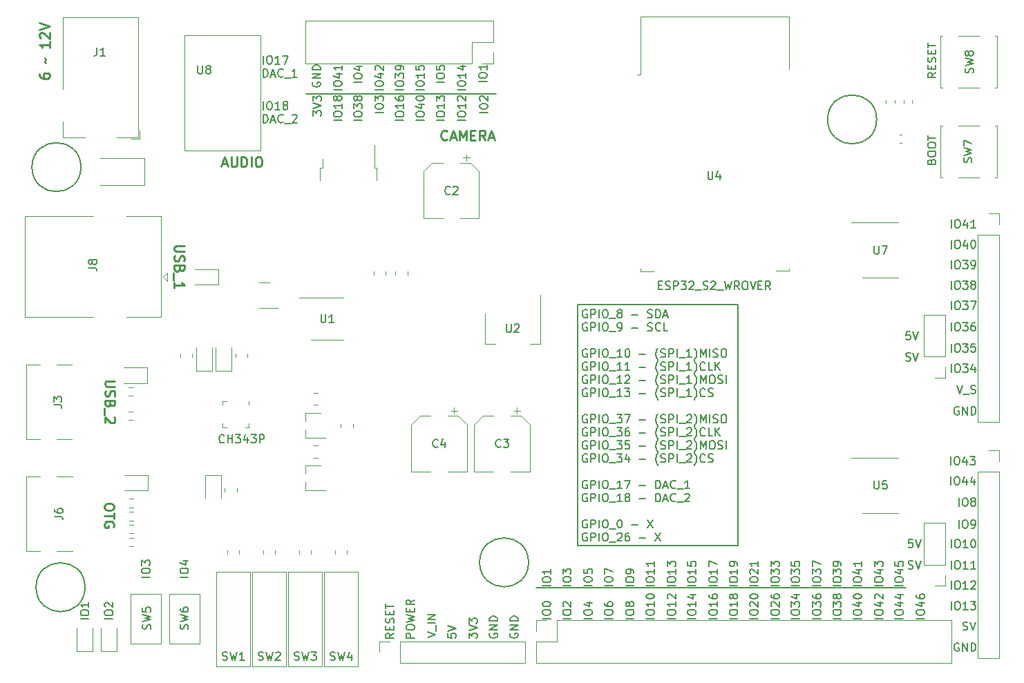
<source format=gbr>
%TF.GenerationSoftware,KiCad,Pcbnew,(6.0.5)*%
%TF.CreationDate,2024-01-23T17:13:34+09:00*%
%TF.ProjectId,ESP32_S2DevelopBoard,45535033-325f-4533-9244-6576656c6f70,rev?*%
%TF.SameCoordinates,Original*%
%TF.FileFunction,Legend,Top*%
%TF.FilePolarity,Positive*%
%FSLAX46Y46*%
G04 Gerber Fmt 4.6, Leading zero omitted, Abs format (unit mm)*
G04 Created by KiCad (PCBNEW (6.0.5)) date 2024-01-23 17:13:34*
%MOMM*%
%LPD*%
G01*
G04 APERTURE LIST*
%ADD10C,0.150000*%
%ADD11C,0.250000*%
%ADD12C,0.120000*%
G04 APERTURE END LIST*
D10*
X194300000Y-131800000D02*
X149000000Y-131800000D01*
X154075000Y-97050000D02*
X173725000Y-97050000D01*
X173725000Y-97050000D02*
X173725000Y-126600000D01*
X173725000Y-126600000D02*
X154075000Y-126600000D01*
X154075000Y-126600000D02*
X154075000Y-97050000D01*
X144100000Y-71200000D02*
X120800000Y-71200000D01*
X93700000Y-131700000D02*
G75*
G03*
X93700000Y-131700000I-3000000J0D01*
G01*
X148050000Y-128650000D02*
G75*
G03*
X148050000Y-128650000I-3000000J0D01*
G01*
X190700000Y-74350000D02*
G75*
G03*
X190700000Y-74350000I-3000000J0D01*
G01*
X93200000Y-80200000D02*
G75*
G03*
X93200000Y-80200000I-3000000J0D01*
G01*
X101652380Y-130450000D02*
X100652380Y-130450000D01*
X100652380Y-129783333D02*
X100652380Y-129592857D01*
X100700000Y-129497619D01*
X100795238Y-129402380D01*
X100985714Y-129354761D01*
X101319047Y-129354761D01*
X101509523Y-129402380D01*
X101604761Y-129497619D01*
X101652380Y-129592857D01*
X101652380Y-129783333D01*
X101604761Y-129878571D01*
X101509523Y-129973809D01*
X101319047Y-130021428D01*
X100985714Y-130021428D01*
X100795238Y-129973809D01*
X100700000Y-129878571D01*
X100652380Y-129783333D01*
X100652380Y-129021428D02*
X100652380Y-128402380D01*
X101033333Y-128735714D01*
X101033333Y-128592857D01*
X101080952Y-128497619D01*
X101128571Y-128450000D01*
X101223809Y-128402380D01*
X101461904Y-128402380D01*
X101557142Y-128450000D01*
X101604761Y-128497619D01*
X101652380Y-128592857D01*
X101652380Y-128878571D01*
X101604761Y-128973809D01*
X101557142Y-129021428D01*
X199835595Y-97652380D02*
X199835595Y-96652380D01*
X200502261Y-96652380D02*
X200692738Y-96652380D01*
X200787976Y-96700000D01*
X200883214Y-96795238D01*
X200930833Y-96985714D01*
X200930833Y-97319047D01*
X200883214Y-97509523D01*
X200787976Y-97604761D01*
X200692738Y-97652380D01*
X200502261Y-97652380D01*
X200407023Y-97604761D01*
X200311785Y-97509523D01*
X200264166Y-97319047D01*
X200264166Y-96985714D01*
X200311785Y-96795238D01*
X200407023Y-96700000D01*
X200502261Y-96652380D01*
X201264166Y-96652380D02*
X201883214Y-96652380D01*
X201549880Y-97033333D01*
X201692738Y-97033333D01*
X201787976Y-97080952D01*
X201835595Y-97128571D01*
X201883214Y-97223809D01*
X201883214Y-97461904D01*
X201835595Y-97557142D01*
X201787976Y-97604761D01*
X201692738Y-97652380D01*
X201407023Y-97652380D01*
X201311785Y-97604761D01*
X201264166Y-97557142D01*
X202216547Y-96652380D02*
X202883214Y-96652380D01*
X202454642Y-97652380D01*
X191452380Y-135537976D02*
X190452380Y-135537976D01*
X190452380Y-134871309D02*
X190452380Y-134680833D01*
X190500000Y-134585595D01*
X190595238Y-134490357D01*
X190785714Y-134442738D01*
X191119047Y-134442738D01*
X191309523Y-134490357D01*
X191404761Y-134585595D01*
X191452380Y-134680833D01*
X191452380Y-134871309D01*
X191404761Y-134966547D01*
X191309523Y-135061785D01*
X191119047Y-135109404D01*
X190785714Y-135109404D01*
X190595238Y-135061785D01*
X190500000Y-134966547D01*
X190452380Y-134871309D01*
X190785714Y-133585595D02*
X191452380Y-133585595D01*
X190404761Y-133823690D02*
X191119047Y-134061785D01*
X191119047Y-133442738D01*
X190547619Y-133109404D02*
X190500000Y-133061785D01*
X190452380Y-132966547D01*
X190452380Y-132728452D01*
X190500000Y-132633214D01*
X190547619Y-132585595D01*
X190642857Y-132537976D01*
X190738095Y-132537976D01*
X190880952Y-132585595D01*
X191452380Y-133157023D01*
X191452380Y-132537976D01*
X173652380Y-131537976D02*
X172652380Y-131537976D01*
X172652380Y-130871309D02*
X172652380Y-130680833D01*
X172700000Y-130585595D01*
X172795238Y-130490357D01*
X172985714Y-130442738D01*
X173319047Y-130442738D01*
X173509523Y-130490357D01*
X173604761Y-130585595D01*
X173652380Y-130680833D01*
X173652380Y-130871309D01*
X173604761Y-130966547D01*
X173509523Y-131061785D01*
X173319047Y-131109404D01*
X172985714Y-131109404D01*
X172795238Y-131061785D01*
X172700000Y-130966547D01*
X172652380Y-130871309D01*
X173652380Y-129490357D02*
X173652380Y-130061785D01*
X173652380Y-129776071D02*
X172652380Y-129776071D01*
X172795238Y-129871309D01*
X172890476Y-129966547D01*
X172938095Y-130061785D01*
X173652380Y-129014166D02*
X173652380Y-128823690D01*
X173604761Y-128728452D01*
X173557142Y-128680833D01*
X173414285Y-128585595D01*
X173223809Y-128537976D01*
X172842857Y-128537976D01*
X172747619Y-128585595D01*
X172700000Y-128633214D01*
X172652380Y-128728452D01*
X172652380Y-128918928D01*
X172700000Y-129014166D01*
X172747619Y-129061785D01*
X172842857Y-129109404D01*
X173080952Y-129109404D01*
X173176190Y-129061785D01*
X173223809Y-129014166D01*
X173271428Y-128918928D01*
X173271428Y-128728452D01*
X173223809Y-128633214D01*
X173176190Y-128585595D01*
X173080952Y-128537976D01*
X176152380Y-131537976D02*
X175152380Y-131537976D01*
X175152380Y-130871309D02*
X175152380Y-130680833D01*
X175200000Y-130585595D01*
X175295238Y-130490357D01*
X175485714Y-130442738D01*
X175819047Y-130442738D01*
X176009523Y-130490357D01*
X176104761Y-130585595D01*
X176152380Y-130680833D01*
X176152380Y-130871309D01*
X176104761Y-130966547D01*
X176009523Y-131061785D01*
X175819047Y-131109404D01*
X175485714Y-131109404D01*
X175295238Y-131061785D01*
X175200000Y-130966547D01*
X175152380Y-130871309D01*
X175247619Y-130061785D02*
X175200000Y-130014166D01*
X175152380Y-129918928D01*
X175152380Y-129680833D01*
X175200000Y-129585595D01*
X175247619Y-129537976D01*
X175342857Y-129490357D01*
X175438095Y-129490357D01*
X175580952Y-129537976D01*
X176152380Y-130109404D01*
X176152380Y-129490357D01*
X176152380Y-128537976D02*
X176152380Y-129109404D01*
X176152380Y-128823690D02*
X175152380Y-128823690D01*
X175295238Y-128918928D01*
X175390476Y-129014166D01*
X175438095Y-129109404D01*
X181252380Y-131537976D02*
X180252380Y-131537976D01*
X180252380Y-130871309D02*
X180252380Y-130680833D01*
X180300000Y-130585595D01*
X180395238Y-130490357D01*
X180585714Y-130442738D01*
X180919047Y-130442738D01*
X181109523Y-130490357D01*
X181204761Y-130585595D01*
X181252380Y-130680833D01*
X181252380Y-130871309D01*
X181204761Y-130966547D01*
X181109523Y-131061785D01*
X180919047Y-131109404D01*
X180585714Y-131109404D01*
X180395238Y-131061785D01*
X180300000Y-130966547D01*
X180252380Y-130871309D01*
X180252380Y-130109404D02*
X180252380Y-129490357D01*
X180633333Y-129823690D01*
X180633333Y-129680833D01*
X180680952Y-129585595D01*
X180728571Y-129537976D01*
X180823809Y-129490357D01*
X181061904Y-129490357D01*
X181157142Y-129537976D01*
X181204761Y-129585595D01*
X181252380Y-129680833D01*
X181252380Y-129966547D01*
X181204761Y-130061785D01*
X181157142Y-130109404D01*
X180252380Y-128585595D02*
X180252380Y-129061785D01*
X180728571Y-129109404D01*
X180680952Y-129061785D01*
X180633333Y-128966547D01*
X180633333Y-128728452D01*
X180680952Y-128633214D01*
X180728571Y-128585595D01*
X180823809Y-128537976D01*
X181061904Y-128537976D01*
X181157142Y-128585595D01*
X181204761Y-128633214D01*
X181252380Y-128728452D01*
X181252380Y-128966547D01*
X181204761Y-129061785D01*
X181157142Y-129109404D01*
X199835595Y-102852380D02*
X199835595Y-101852380D01*
X200502261Y-101852380D02*
X200692738Y-101852380D01*
X200787976Y-101900000D01*
X200883214Y-101995238D01*
X200930833Y-102185714D01*
X200930833Y-102519047D01*
X200883214Y-102709523D01*
X200787976Y-102804761D01*
X200692738Y-102852380D01*
X200502261Y-102852380D01*
X200407023Y-102804761D01*
X200311785Y-102709523D01*
X200264166Y-102519047D01*
X200264166Y-102185714D01*
X200311785Y-101995238D01*
X200407023Y-101900000D01*
X200502261Y-101852380D01*
X201264166Y-101852380D02*
X201883214Y-101852380D01*
X201549880Y-102233333D01*
X201692738Y-102233333D01*
X201787976Y-102280952D01*
X201835595Y-102328571D01*
X201883214Y-102423809D01*
X201883214Y-102661904D01*
X201835595Y-102757142D01*
X201787976Y-102804761D01*
X201692738Y-102852380D01*
X201407023Y-102852380D01*
X201311785Y-102804761D01*
X201264166Y-102757142D01*
X202787976Y-101852380D02*
X202311785Y-101852380D01*
X202264166Y-102328571D01*
X202311785Y-102280952D01*
X202407023Y-102233333D01*
X202645119Y-102233333D01*
X202740357Y-102280952D01*
X202787976Y-102328571D01*
X202835595Y-102423809D01*
X202835595Y-102661904D01*
X202787976Y-102757142D01*
X202740357Y-102804761D01*
X202645119Y-102852380D01*
X202407023Y-102852380D01*
X202311785Y-102804761D01*
X202264166Y-102757142D01*
X140752380Y-137938095D02*
X140752380Y-137319047D01*
X141133333Y-137652380D01*
X141133333Y-137509523D01*
X141180952Y-137414285D01*
X141228571Y-137366666D01*
X141323809Y-137319047D01*
X141561904Y-137319047D01*
X141657142Y-137366666D01*
X141704761Y-137414285D01*
X141752380Y-137509523D01*
X141752380Y-137795238D01*
X141704761Y-137890476D01*
X141657142Y-137938095D01*
X140752380Y-137033333D02*
X141752380Y-136700000D01*
X140752380Y-136366666D01*
X140752380Y-136128571D02*
X140752380Y-135509523D01*
X141133333Y-135842857D01*
X141133333Y-135700000D01*
X141180952Y-135604761D01*
X141228571Y-135557142D01*
X141323809Y-135509523D01*
X141561904Y-135509523D01*
X141657142Y-135557142D01*
X141704761Y-135604761D01*
X141752380Y-135700000D01*
X141752380Y-135985714D01*
X141704761Y-136080952D01*
X141657142Y-136128571D01*
X110757142Y-113907142D02*
X110709523Y-113954761D01*
X110566666Y-114002380D01*
X110471428Y-114002380D01*
X110328571Y-113954761D01*
X110233333Y-113859523D01*
X110185714Y-113764285D01*
X110138095Y-113573809D01*
X110138095Y-113430952D01*
X110185714Y-113240476D01*
X110233333Y-113145238D01*
X110328571Y-113050000D01*
X110471428Y-113002380D01*
X110566666Y-113002380D01*
X110709523Y-113050000D01*
X110757142Y-113097619D01*
X111185714Y-114002380D02*
X111185714Y-113002380D01*
X111185714Y-113478571D02*
X111757142Y-113478571D01*
X111757142Y-114002380D02*
X111757142Y-113002380D01*
X112138095Y-113002380D02*
X112757142Y-113002380D01*
X112423809Y-113383333D01*
X112566666Y-113383333D01*
X112661904Y-113430952D01*
X112709523Y-113478571D01*
X112757142Y-113573809D01*
X112757142Y-113811904D01*
X112709523Y-113907142D01*
X112661904Y-113954761D01*
X112566666Y-114002380D01*
X112280952Y-114002380D01*
X112185714Y-113954761D01*
X112138095Y-113907142D01*
X113614285Y-113335714D02*
X113614285Y-114002380D01*
X113376190Y-112954761D02*
X113138095Y-113669047D01*
X113757142Y-113669047D01*
X114042857Y-113002380D02*
X114661904Y-113002380D01*
X114328571Y-113383333D01*
X114471428Y-113383333D01*
X114566666Y-113430952D01*
X114614285Y-113478571D01*
X114661904Y-113573809D01*
X114661904Y-113811904D01*
X114614285Y-113907142D01*
X114566666Y-113954761D01*
X114471428Y-114002380D01*
X114185714Y-114002380D01*
X114090476Y-113954761D01*
X114042857Y-113907142D01*
X115090476Y-114002380D02*
X115090476Y-113002380D01*
X115471428Y-113002380D01*
X115566666Y-113050000D01*
X115614285Y-113097619D01*
X115661904Y-113192857D01*
X115661904Y-113335714D01*
X115614285Y-113430952D01*
X115566666Y-113478571D01*
X115471428Y-113526190D01*
X115090476Y-113526190D01*
X199835595Y-95152380D02*
X199835595Y-94152380D01*
X200502261Y-94152380D02*
X200692738Y-94152380D01*
X200787976Y-94200000D01*
X200883214Y-94295238D01*
X200930833Y-94485714D01*
X200930833Y-94819047D01*
X200883214Y-95009523D01*
X200787976Y-95104761D01*
X200692738Y-95152380D01*
X200502261Y-95152380D01*
X200407023Y-95104761D01*
X200311785Y-95009523D01*
X200264166Y-94819047D01*
X200264166Y-94485714D01*
X200311785Y-94295238D01*
X200407023Y-94200000D01*
X200502261Y-94152380D01*
X201264166Y-94152380D02*
X201883214Y-94152380D01*
X201549880Y-94533333D01*
X201692738Y-94533333D01*
X201787976Y-94580952D01*
X201835595Y-94628571D01*
X201883214Y-94723809D01*
X201883214Y-94961904D01*
X201835595Y-95057142D01*
X201787976Y-95104761D01*
X201692738Y-95152380D01*
X201407023Y-95152380D01*
X201311785Y-95104761D01*
X201264166Y-95057142D01*
X202454642Y-94580952D02*
X202359404Y-94533333D01*
X202311785Y-94485714D01*
X202264166Y-94390476D01*
X202264166Y-94342857D01*
X202311785Y-94247619D01*
X202359404Y-94200000D01*
X202454642Y-94152380D01*
X202645119Y-94152380D01*
X202740357Y-94200000D01*
X202787976Y-94247619D01*
X202835595Y-94342857D01*
X202835595Y-94390476D01*
X202787976Y-94485714D01*
X202740357Y-94533333D01*
X202645119Y-94580952D01*
X202454642Y-94580952D01*
X202359404Y-94628571D01*
X202311785Y-94676190D01*
X202264166Y-94771428D01*
X202264166Y-94961904D01*
X202311785Y-95057142D01*
X202359404Y-95104761D01*
X202454642Y-95152380D01*
X202645119Y-95152380D01*
X202740357Y-95104761D01*
X202787976Y-95057142D01*
X202835595Y-94961904D01*
X202835595Y-94771428D01*
X202787976Y-94676190D01*
X202740357Y-94628571D01*
X202645119Y-94580952D01*
X178752380Y-131537976D02*
X177752380Y-131537976D01*
X177752380Y-130871309D02*
X177752380Y-130680833D01*
X177800000Y-130585595D01*
X177895238Y-130490357D01*
X178085714Y-130442738D01*
X178419047Y-130442738D01*
X178609523Y-130490357D01*
X178704761Y-130585595D01*
X178752380Y-130680833D01*
X178752380Y-130871309D01*
X178704761Y-130966547D01*
X178609523Y-131061785D01*
X178419047Y-131109404D01*
X178085714Y-131109404D01*
X177895238Y-131061785D01*
X177800000Y-130966547D01*
X177752380Y-130871309D01*
X177752380Y-130109404D02*
X177752380Y-129490357D01*
X178133333Y-129823690D01*
X178133333Y-129680833D01*
X178180952Y-129585595D01*
X178228571Y-129537976D01*
X178323809Y-129490357D01*
X178561904Y-129490357D01*
X178657142Y-129537976D01*
X178704761Y-129585595D01*
X178752380Y-129680833D01*
X178752380Y-129966547D01*
X178704761Y-130061785D01*
X178657142Y-130109404D01*
X177752380Y-129157023D02*
X177752380Y-128537976D01*
X178133333Y-128871309D01*
X178133333Y-128728452D01*
X178180952Y-128633214D01*
X178228571Y-128585595D01*
X178323809Y-128537976D01*
X178561904Y-128537976D01*
X178657142Y-128585595D01*
X178704761Y-128633214D01*
X178752380Y-128728452D01*
X178752380Y-129014166D01*
X178704761Y-129109404D01*
X178657142Y-129157023D01*
X115535595Y-73147380D02*
X115535595Y-72147380D01*
X116202261Y-72147380D02*
X116392738Y-72147380D01*
X116487976Y-72195000D01*
X116583214Y-72290238D01*
X116630833Y-72480714D01*
X116630833Y-72814047D01*
X116583214Y-73004523D01*
X116487976Y-73099761D01*
X116392738Y-73147380D01*
X116202261Y-73147380D01*
X116107023Y-73099761D01*
X116011785Y-73004523D01*
X115964166Y-72814047D01*
X115964166Y-72480714D01*
X116011785Y-72290238D01*
X116107023Y-72195000D01*
X116202261Y-72147380D01*
X117583214Y-73147380D02*
X117011785Y-73147380D01*
X117297500Y-73147380D02*
X117297500Y-72147380D01*
X117202261Y-72290238D01*
X117107023Y-72385476D01*
X117011785Y-72433095D01*
X118154642Y-72575952D02*
X118059404Y-72528333D01*
X118011785Y-72480714D01*
X117964166Y-72385476D01*
X117964166Y-72337857D01*
X118011785Y-72242619D01*
X118059404Y-72195000D01*
X118154642Y-72147380D01*
X118345119Y-72147380D01*
X118440357Y-72195000D01*
X118487976Y-72242619D01*
X118535595Y-72337857D01*
X118535595Y-72385476D01*
X118487976Y-72480714D01*
X118440357Y-72528333D01*
X118345119Y-72575952D01*
X118154642Y-72575952D01*
X118059404Y-72623571D01*
X118011785Y-72671190D01*
X117964166Y-72766428D01*
X117964166Y-72956904D01*
X118011785Y-73052142D01*
X118059404Y-73099761D01*
X118154642Y-73147380D01*
X118345119Y-73147380D01*
X118440357Y-73099761D01*
X118487976Y-73052142D01*
X118535595Y-72956904D01*
X118535595Y-72766428D01*
X118487976Y-72671190D01*
X118440357Y-72623571D01*
X118345119Y-72575952D01*
X115535595Y-74757380D02*
X115535595Y-73757380D01*
X115773690Y-73757380D01*
X115916547Y-73805000D01*
X116011785Y-73900238D01*
X116059404Y-73995476D01*
X116107023Y-74185952D01*
X116107023Y-74328809D01*
X116059404Y-74519285D01*
X116011785Y-74614523D01*
X115916547Y-74709761D01*
X115773690Y-74757380D01*
X115535595Y-74757380D01*
X116487976Y-74471666D02*
X116964166Y-74471666D01*
X116392738Y-74757380D02*
X116726071Y-73757380D01*
X117059404Y-74757380D01*
X117964166Y-74662142D02*
X117916547Y-74709761D01*
X117773690Y-74757380D01*
X117678452Y-74757380D01*
X117535595Y-74709761D01*
X117440357Y-74614523D01*
X117392738Y-74519285D01*
X117345119Y-74328809D01*
X117345119Y-74185952D01*
X117392738Y-73995476D01*
X117440357Y-73900238D01*
X117535595Y-73805000D01*
X117678452Y-73757380D01*
X117773690Y-73757380D01*
X117916547Y-73805000D01*
X117964166Y-73852619D01*
X118154642Y-74852619D02*
X118916547Y-74852619D01*
X119107023Y-73852619D02*
X119154642Y-73805000D01*
X119249880Y-73757380D01*
X119487976Y-73757380D01*
X119583214Y-73805000D01*
X119630833Y-73852619D01*
X119678452Y-73947857D01*
X119678452Y-74043095D01*
X119630833Y-74185952D01*
X119059404Y-74757380D01*
X119678452Y-74757380D01*
X188852380Y-131537976D02*
X187852380Y-131537976D01*
X187852380Y-130871309D02*
X187852380Y-130680833D01*
X187900000Y-130585595D01*
X187995238Y-130490357D01*
X188185714Y-130442738D01*
X188519047Y-130442738D01*
X188709523Y-130490357D01*
X188804761Y-130585595D01*
X188852380Y-130680833D01*
X188852380Y-130871309D01*
X188804761Y-130966547D01*
X188709523Y-131061785D01*
X188519047Y-131109404D01*
X188185714Y-131109404D01*
X187995238Y-131061785D01*
X187900000Y-130966547D01*
X187852380Y-130871309D01*
X188185714Y-129585595D02*
X188852380Y-129585595D01*
X187804761Y-129823690D02*
X188519047Y-130061785D01*
X188519047Y-129442738D01*
X188852380Y-128537976D02*
X188852380Y-129109404D01*
X188852380Y-128823690D02*
X187852380Y-128823690D01*
X187995238Y-128918928D01*
X188090476Y-129014166D01*
X188138095Y-129109404D01*
X131552380Y-137352380D02*
X131076190Y-137685714D01*
X131552380Y-137923809D02*
X130552380Y-137923809D01*
X130552380Y-137542857D01*
X130600000Y-137447619D01*
X130647619Y-137400000D01*
X130742857Y-137352380D01*
X130885714Y-137352380D01*
X130980952Y-137400000D01*
X131028571Y-137447619D01*
X131076190Y-137542857D01*
X131076190Y-137923809D01*
X131028571Y-136923809D02*
X131028571Y-136590476D01*
X131552380Y-136447619D02*
X131552380Y-136923809D01*
X130552380Y-136923809D01*
X130552380Y-136447619D01*
X131504761Y-136066666D02*
X131552380Y-135923809D01*
X131552380Y-135685714D01*
X131504761Y-135590476D01*
X131457142Y-135542857D01*
X131361904Y-135495238D01*
X131266666Y-135495238D01*
X131171428Y-135542857D01*
X131123809Y-135590476D01*
X131076190Y-135685714D01*
X131028571Y-135876190D01*
X130980952Y-135971428D01*
X130933333Y-136019047D01*
X130838095Y-136066666D01*
X130742857Y-136066666D01*
X130647619Y-136019047D01*
X130600000Y-135971428D01*
X130552380Y-135876190D01*
X130552380Y-135638095D01*
X130600000Y-135495238D01*
X131028571Y-135066666D02*
X131028571Y-134733333D01*
X131552380Y-134590476D02*
X131552380Y-135066666D01*
X130552380Y-135066666D01*
X130552380Y-134590476D01*
X130552380Y-134304761D02*
X130552380Y-133733333D01*
X131552380Y-134019047D02*
X130552380Y-134019047D01*
X197952380Y-68602380D02*
X197476190Y-68935714D01*
X197952380Y-69173809D02*
X196952380Y-69173809D01*
X196952380Y-68792857D01*
X197000000Y-68697619D01*
X197047619Y-68650000D01*
X197142857Y-68602380D01*
X197285714Y-68602380D01*
X197380952Y-68650000D01*
X197428571Y-68697619D01*
X197476190Y-68792857D01*
X197476190Y-69173809D01*
X197428571Y-68173809D02*
X197428571Y-67840476D01*
X197952380Y-67697619D02*
X197952380Y-68173809D01*
X196952380Y-68173809D01*
X196952380Y-67697619D01*
X197904761Y-67316666D02*
X197952380Y-67173809D01*
X197952380Y-66935714D01*
X197904761Y-66840476D01*
X197857142Y-66792857D01*
X197761904Y-66745238D01*
X197666666Y-66745238D01*
X197571428Y-66792857D01*
X197523809Y-66840476D01*
X197476190Y-66935714D01*
X197428571Y-67126190D01*
X197380952Y-67221428D01*
X197333333Y-67269047D01*
X197238095Y-67316666D01*
X197142857Y-67316666D01*
X197047619Y-67269047D01*
X197000000Y-67221428D01*
X196952380Y-67126190D01*
X196952380Y-66888095D01*
X197000000Y-66745238D01*
X197428571Y-66316666D02*
X197428571Y-65983333D01*
X197952380Y-65840476D02*
X197952380Y-66316666D01*
X196952380Y-66316666D01*
X196952380Y-65840476D01*
X196952380Y-65554761D02*
X196952380Y-64983333D01*
X197952380Y-65269047D02*
X196952380Y-65269047D01*
X200785595Y-121752380D02*
X200785595Y-120752380D01*
X201452261Y-120752380D02*
X201642738Y-120752380D01*
X201737976Y-120800000D01*
X201833214Y-120895238D01*
X201880833Y-121085714D01*
X201880833Y-121419047D01*
X201833214Y-121609523D01*
X201737976Y-121704761D01*
X201642738Y-121752380D01*
X201452261Y-121752380D01*
X201357023Y-121704761D01*
X201261785Y-121609523D01*
X201214166Y-121419047D01*
X201214166Y-121085714D01*
X201261785Y-120895238D01*
X201357023Y-120800000D01*
X201452261Y-120752380D01*
X202452261Y-121180952D02*
X202357023Y-121133333D01*
X202309404Y-121085714D01*
X202261785Y-120990476D01*
X202261785Y-120942857D01*
X202309404Y-120847619D01*
X202357023Y-120800000D01*
X202452261Y-120752380D01*
X202642738Y-120752380D01*
X202737976Y-120800000D01*
X202785595Y-120847619D01*
X202833214Y-120942857D01*
X202833214Y-120990476D01*
X202785595Y-121085714D01*
X202737976Y-121133333D01*
X202642738Y-121180952D01*
X202452261Y-121180952D01*
X202357023Y-121228571D01*
X202309404Y-121276190D01*
X202261785Y-121371428D01*
X202261785Y-121561904D01*
X202309404Y-121657142D01*
X202357023Y-121704761D01*
X202452261Y-121752380D01*
X202642738Y-121752380D01*
X202737976Y-121704761D01*
X202785595Y-121657142D01*
X202833214Y-121561904D01*
X202833214Y-121371428D01*
X202785595Y-121276190D01*
X202737976Y-121228571D01*
X202642738Y-121180952D01*
D11*
X105857142Y-89857142D02*
X104885714Y-89857142D01*
X104771428Y-89914285D01*
X104714285Y-89971428D01*
X104657142Y-90085714D01*
X104657142Y-90314285D01*
X104714285Y-90428571D01*
X104771428Y-90485714D01*
X104885714Y-90542857D01*
X105857142Y-90542857D01*
X104714285Y-91057142D02*
X104657142Y-91228571D01*
X104657142Y-91514285D01*
X104714285Y-91628571D01*
X104771428Y-91685714D01*
X104885714Y-91742857D01*
X105000000Y-91742857D01*
X105114285Y-91685714D01*
X105171428Y-91628571D01*
X105228571Y-91514285D01*
X105285714Y-91285714D01*
X105342857Y-91171428D01*
X105400000Y-91114285D01*
X105514285Y-91057142D01*
X105628571Y-91057142D01*
X105742857Y-91114285D01*
X105800000Y-91171428D01*
X105857142Y-91285714D01*
X105857142Y-91571428D01*
X105800000Y-91742857D01*
X105285714Y-92657142D02*
X105228571Y-92828571D01*
X105171428Y-92885714D01*
X105057142Y-92942857D01*
X104885714Y-92942857D01*
X104771428Y-92885714D01*
X104714285Y-92828571D01*
X104657142Y-92714285D01*
X104657142Y-92257142D01*
X105857142Y-92257142D01*
X105857142Y-92657142D01*
X105800000Y-92771428D01*
X105742857Y-92828571D01*
X105628571Y-92885714D01*
X105514285Y-92885714D01*
X105400000Y-92828571D01*
X105342857Y-92771428D01*
X105285714Y-92657142D01*
X105285714Y-92257142D01*
X104542857Y-93171428D02*
X104542857Y-94085714D01*
X104657142Y-95000000D02*
X104657142Y-94314285D01*
X104657142Y-94657142D02*
X105857142Y-94657142D01*
X105685714Y-94542857D01*
X105571428Y-94428571D01*
X105514285Y-94314285D01*
X138064285Y-76778571D02*
X138007142Y-76835714D01*
X137835714Y-76892857D01*
X137721428Y-76892857D01*
X137550000Y-76835714D01*
X137435714Y-76721428D01*
X137378571Y-76607142D01*
X137321428Y-76378571D01*
X137321428Y-76207142D01*
X137378571Y-75978571D01*
X137435714Y-75864285D01*
X137550000Y-75750000D01*
X137721428Y-75692857D01*
X137835714Y-75692857D01*
X138007142Y-75750000D01*
X138064285Y-75807142D01*
X138521428Y-76550000D02*
X139092857Y-76550000D01*
X138407142Y-76892857D02*
X138807142Y-75692857D01*
X139207142Y-76892857D01*
X139607142Y-76892857D02*
X139607142Y-75692857D01*
X140007142Y-76550000D01*
X140407142Y-75692857D01*
X140407142Y-76892857D01*
X140978571Y-76264285D02*
X141378571Y-76264285D01*
X141550000Y-76892857D02*
X140978571Y-76892857D01*
X140978571Y-75692857D01*
X141550000Y-75692857D01*
X142750000Y-76892857D02*
X142350000Y-76321428D01*
X142064285Y-76892857D02*
X142064285Y-75692857D01*
X142521428Y-75692857D01*
X142635714Y-75750000D01*
X142692857Y-75807142D01*
X142750000Y-75921428D01*
X142750000Y-76092857D01*
X142692857Y-76207142D01*
X142635714Y-76264285D01*
X142521428Y-76321428D01*
X142064285Y-76321428D01*
X143207142Y-76550000D02*
X143778571Y-76550000D01*
X143092857Y-76892857D02*
X143492857Y-75692857D01*
X143892857Y-76892857D01*
D10*
X199785595Y-119152380D02*
X199785595Y-118152380D01*
X200452261Y-118152380D02*
X200642738Y-118152380D01*
X200737976Y-118200000D01*
X200833214Y-118295238D01*
X200880833Y-118485714D01*
X200880833Y-118819047D01*
X200833214Y-119009523D01*
X200737976Y-119104761D01*
X200642738Y-119152380D01*
X200452261Y-119152380D01*
X200357023Y-119104761D01*
X200261785Y-119009523D01*
X200214166Y-118819047D01*
X200214166Y-118485714D01*
X200261785Y-118295238D01*
X200357023Y-118200000D01*
X200452261Y-118152380D01*
X201737976Y-118485714D02*
X201737976Y-119152380D01*
X201499880Y-118104761D02*
X201261785Y-118819047D01*
X201880833Y-118819047D01*
X202690357Y-118485714D02*
X202690357Y-119152380D01*
X202452261Y-118104761D02*
X202214166Y-118819047D01*
X202833214Y-118819047D01*
X142952380Y-69714404D02*
X141952380Y-69714404D01*
X141952380Y-69047738D02*
X141952380Y-68857261D01*
X142000000Y-68762023D01*
X142095238Y-68666785D01*
X142285714Y-68619166D01*
X142619047Y-68619166D01*
X142809523Y-68666785D01*
X142904761Y-68762023D01*
X142952380Y-68857261D01*
X142952380Y-69047738D01*
X142904761Y-69142976D01*
X142809523Y-69238214D01*
X142619047Y-69285833D01*
X142285714Y-69285833D01*
X142095238Y-69238214D01*
X142000000Y-69142976D01*
X141952380Y-69047738D01*
X142952380Y-67666785D02*
X142952380Y-68238214D01*
X142952380Y-67952500D02*
X141952380Y-67952500D01*
X142095238Y-68047738D01*
X142190476Y-68142976D01*
X142238095Y-68238214D01*
D11*
X88142857Y-68771428D02*
X88142857Y-69000000D01*
X88200000Y-69114285D01*
X88257142Y-69171428D01*
X88428571Y-69285714D01*
X88657142Y-69342857D01*
X89114285Y-69342857D01*
X89228571Y-69285714D01*
X89285714Y-69228571D01*
X89342857Y-69114285D01*
X89342857Y-68885714D01*
X89285714Y-68771428D01*
X89228571Y-68714285D01*
X89114285Y-68657142D01*
X88828571Y-68657142D01*
X88714285Y-68714285D01*
X88657142Y-68771428D01*
X88600000Y-68885714D01*
X88600000Y-69114285D01*
X88657142Y-69228571D01*
X88714285Y-69285714D01*
X88828571Y-69342857D01*
X88885714Y-67400000D02*
X88828571Y-67342857D01*
X88771428Y-67228571D01*
X88885714Y-67000000D01*
X88828571Y-66885714D01*
X88771428Y-66828571D01*
X89342857Y-64828571D02*
X89342857Y-65514285D01*
X89342857Y-65171428D02*
X88142857Y-65171428D01*
X88314285Y-65285714D01*
X88428571Y-65400000D01*
X88485714Y-65514285D01*
X88257142Y-64371428D02*
X88200000Y-64314285D01*
X88142857Y-64200000D01*
X88142857Y-63914285D01*
X88200000Y-63800000D01*
X88257142Y-63742857D01*
X88371428Y-63685714D01*
X88485714Y-63685714D01*
X88657142Y-63742857D01*
X89342857Y-64428571D01*
X89342857Y-63685714D01*
X88142857Y-63342857D02*
X89342857Y-62942857D01*
X88142857Y-62542857D01*
D10*
X150752380Y-135535595D02*
X149752380Y-135535595D01*
X149752380Y-134868928D02*
X149752380Y-134678452D01*
X149800000Y-134583214D01*
X149895238Y-134487976D01*
X150085714Y-134440357D01*
X150419047Y-134440357D01*
X150609523Y-134487976D01*
X150704761Y-134583214D01*
X150752380Y-134678452D01*
X150752380Y-134868928D01*
X150704761Y-134964166D01*
X150609523Y-135059404D01*
X150419047Y-135107023D01*
X150085714Y-135107023D01*
X149895238Y-135059404D01*
X149800000Y-134964166D01*
X149752380Y-134868928D01*
X149752380Y-133821309D02*
X149752380Y-133726071D01*
X149800000Y-133630833D01*
X149847619Y-133583214D01*
X149942857Y-133535595D01*
X150133333Y-133487976D01*
X150371428Y-133487976D01*
X150561904Y-133535595D01*
X150657142Y-133583214D01*
X150704761Y-133630833D01*
X150752380Y-133726071D01*
X150752380Y-133821309D01*
X150704761Y-133916547D01*
X150657142Y-133964166D01*
X150561904Y-134011785D01*
X150371428Y-134059404D01*
X150133333Y-134059404D01*
X149942857Y-134011785D01*
X149847619Y-133964166D01*
X149800000Y-133916547D01*
X149752380Y-133821309D01*
X173652380Y-135537976D02*
X172652380Y-135537976D01*
X172652380Y-134871309D02*
X172652380Y-134680833D01*
X172700000Y-134585595D01*
X172795238Y-134490357D01*
X172985714Y-134442738D01*
X173319047Y-134442738D01*
X173509523Y-134490357D01*
X173604761Y-134585595D01*
X173652380Y-134680833D01*
X173652380Y-134871309D01*
X173604761Y-134966547D01*
X173509523Y-135061785D01*
X173319047Y-135109404D01*
X172985714Y-135109404D01*
X172795238Y-135061785D01*
X172700000Y-134966547D01*
X172652380Y-134871309D01*
X173652380Y-133490357D02*
X173652380Y-134061785D01*
X173652380Y-133776071D02*
X172652380Y-133776071D01*
X172795238Y-133871309D01*
X172890476Y-133966547D01*
X172938095Y-134061785D01*
X173080952Y-132918928D02*
X173033333Y-133014166D01*
X172985714Y-133061785D01*
X172890476Y-133109404D01*
X172842857Y-133109404D01*
X172747619Y-133061785D01*
X172700000Y-133014166D01*
X172652380Y-132918928D01*
X172652380Y-132728452D01*
X172700000Y-132633214D01*
X172747619Y-132585595D01*
X172842857Y-132537976D01*
X172890476Y-132537976D01*
X172985714Y-132585595D01*
X173033333Y-132633214D01*
X173080952Y-132728452D01*
X173080952Y-132918928D01*
X173128571Y-133014166D01*
X173176190Y-133061785D01*
X173271428Y-133109404D01*
X173461904Y-133109404D01*
X173557142Y-133061785D01*
X173604761Y-133014166D01*
X173652380Y-132918928D01*
X173652380Y-132728452D01*
X173604761Y-132633214D01*
X173557142Y-132585595D01*
X173461904Y-132537976D01*
X173271428Y-132537976D01*
X173176190Y-132585595D01*
X173128571Y-132633214D01*
X173080952Y-132728452D01*
X176152380Y-135537976D02*
X175152380Y-135537976D01*
X175152380Y-134871309D02*
X175152380Y-134680833D01*
X175200000Y-134585595D01*
X175295238Y-134490357D01*
X175485714Y-134442738D01*
X175819047Y-134442738D01*
X176009523Y-134490357D01*
X176104761Y-134585595D01*
X176152380Y-134680833D01*
X176152380Y-134871309D01*
X176104761Y-134966547D01*
X176009523Y-135061785D01*
X175819047Y-135109404D01*
X175485714Y-135109404D01*
X175295238Y-135061785D01*
X175200000Y-134966547D01*
X175152380Y-134871309D01*
X175247619Y-134061785D02*
X175200000Y-134014166D01*
X175152380Y-133918928D01*
X175152380Y-133680833D01*
X175200000Y-133585595D01*
X175247619Y-133537976D01*
X175342857Y-133490357D01*
X175438095Y-133490357D01*
X175580952Y-133537976D01*
X176152380Y-134109404D01*
X176152380Y-133490357D01*
X175152380Y-132871309D02*
X175152380Y-132776071D01*
X175200000Y-132680833D01*
X175247619Y-132633214D01*
X175342857Y-132585595D01*
X175533333Y-132537976D01*
X175771428Y-132537976D01*
X175961904Y-132585595D01*
X176057142Y-132633214D01*
X176104761Y-132680833D01*
X176152380Y-132776071D01*
X176152380Y-132871309D01*
X176104761Y-132966547D01*
X176057142Y-133014166D01*
X175961904Y-133061785D01*
X175771428Y-133109404D01*
X175533333Y-133109404D01*
X175342857Y-133061785D01*
X175247619Y-133014166D01*
X175200000Y-132966547D01*
X175152380Y-132871309D01*
X138152380Y-137390476D02*
X138152380Y-137866666D01*
X138628571Y-137914285D01*
X138580952Y-137866666D01*
X138533333Y-137771428D01*
X138533333Y-137533333D01*
X138580952Y-137438095D01*
X138628571Y-137390476D01*
X138723809Y-137342857D01*
X138961904Y-137342857D01*
X139057142Y-137390476D01*
X139104761Y-137438095D01*
X139152380Y-137533333D01*
X139152380Y-137771428D01*
X139104761Y-137866666D01*
X139057142Y-137914285D01*
X138152380Y-137057142D02*
X139152380Y-136723809D01*
X138152380Y-136390476D01*
X163452380Y-131537976D02*
X162452380Y-131537976D01*
X162452380Y-130871309D02*
X162452380Y-130680833D01*
X162500000Y-130585595D01*
X162595238Y-130490357D01*
X162785714Y-130442738D01*
X163119047Y-130442738D01*
X163309523Y-130490357D01*
X163404761Y-130585595D01*
X163452380Y-130680833D01*
X163452380Y-130871309D01*
X163404761Y-130966547D01*
X163309523Y-131061785D01*
X163119047Y-131109404D01*
X162785714Y-131109404D01*
X162595238Y-131061785D01*
X162500000Y-130966547D01*
X162452380Y-130871309D01*
X163452380Y-129490357D02*
X163452380Y-130061785D01*
X163452380Y-129776071D02*
X162452380Y-129776071D01*
X162595238Y-129871309D01*
X162690476Y-129966547D01*
X162738095Y-130061785D01*
X163452380Y-128537976D02*
X163452380Y-129109404D01*
X163452380Y-128823690D02*
X162452380Y-128823690D01*
X162595238Y-128918928D01*
X162690476Y-129014166D01*
X162738095Y-129109404D01*
X140352380Y-74464404D02*
X139352380Y-74464404D01*
X139352380Y-73797738D02*
X139352380Y-73607261D01*
X139400000Y-73512023D01*
X139495238Y-73416785D01*
X139685714Y-73369166D01*
X140019047Y-73369166D01*
X140209523Y-73416785D01*
X140304761Y-73512023D01*
X140352380Y-73607261D01*
X140352380Y-73797738D01*
X140304761Y-73892976D01*
X140209523Y-73988214D01*
X140019047Y-74035833D01*
X139685714Y-74035833D01*
X139495238Y-73988214D01*
X139400000Y-73892976D01*
X139352380Y-73797738D01*
X140352380Y-72416785D02*
X140352380Y-72988214D01*
X140352380Y-72702500D02*
X139352380Y-72702500D01*
X139495238Y-72797738D01*
X139590476Y-72892976D01*
X139638095Y-72988214D01*
X139447619Y-72035833D02*
X139400000Y-71988214D01*
X139352380Y-71892976D01*
X139352380Y-71654880D01*
X139400000Y-71559642D01*
X139447619Y-71512023D01*
X139542857Y-71464404D01*
X139638095Y-71464404D01*
X139780952Y-71512023D01*
X140352380Y-72083452D01*
X140352380Y-71464404D01*
X135252380Y-70714404D02*
X134252380Y-70714404D01*
X134252380Y-70047738D02*
X134252380Y-69857261D01*
X134300000Y-69762023D01*
X134395238Y-69666785D01*
X134585714Y-69619166D01*
X134919047Y-69619166D01*
X135109523Y-69666785D01*
X135204761Y-69762023D01*
X135252380Y-69857261D01*
X135252380Y-70047738D01*
X135204761Y-70142976D01*
X135109523Y-70238214D01*
X134919047Y-70285833D01*
X134585714Y-70285833D01*
X134395238Y-70238214D01*
X134300000Y-70142976D01*
X134252380Y-70047738D01*
X135252380Y-68666785D02*
X135252380Y-69238214D01*
X135252380Y-68952500D02*
X134252380Y-68952500D01*
X134395238Y-69047738D01*
X134490476Y-69142976D01*
X134538095Y-69238214D01*
X134252380Y-67762023D02*
X134252380Y-68238214D01*
X134728571Y-68285833D01*
X134680952Y-68238214D01*
X134633333Y-68142976D01*
X134633333Y-67904880D01*
X134680952Y-67809642D01*
X134728571Y-67762023D01*
X134823809Y-67714404D01*
X135061904Y-67714404D01*
X135157142Y-67762023D01*
X135204761Y-67809642D01*
X135252380Y-67904880D01*
X135252380Y-68142976D01*
X135204761Y-68238214D01*
X135157142Y-68285833D01*
X155852380Y-131500000D02*
X154852380Y-131500000D01*
X154852380Y-130833333D02*
X154852380Y-130642857D01*
X154900000Y-130547619D01*
X154995238Y-130452380D01*
X155185714Y-130404761D01*
X155519047Y-130404761D01*
X155709523Y-130452380D01*
X155804761Y-130547619D01*
X155852380Y-130642857D01*
X155852380Y-130833333D01*
X155804761Y-130928571D01*
X155709523Y-131023809D01*
X155519047Y-131071428D01*
X155185714Y-131071428D01*
X154995238Y-131023809D01*
X154900000Y-130928571D01*
X154852380Y-130833333D01*
X154852380Y-129500000D02*
X154852380Y-129976190D01*
X155328571Y-130023809D01*
X155280952Y-129976190D01*
X155233333Y-129880952D01*
X155233333Y-129642857D01*
X155280952Y-129547619D01*
X155328571Y-129500000D01*
X155423809Y-129452380D01*
X155661904Y-129452380D01*
X155757142Y-129500000D01*
X155804761Y-129547619D01*
X155852380Y-129642857D01*
X155852380Y-129880952D01*
X155804761Y-129976190D01*
X155757142Y-130023809D01*
X140352380Y-70714404D02*
X139352380Y-70714404D01*
X139352380Y-70047738D02*
X139352380Y-69857261D01*
X139400000Y-69762023D01*
X139495238Y-69666785D01*
X139685714Y-69619166D01*
X140019047Y-69619166D01*
X140209523Y-69666785D01*
X140304761Y-69762023D01*
X140352380Y-69857261D01*
X140352380Y-70047738D01*
X140304761Y-70142976D01*
X140209523Y-70238214D01*
X140019047Y-70285833D01*
X139685714Y-70285833D01*
X139495238Y-70238214D01*
X139400000Y-70142976D01*
X139352380Y-70047738D01*
X140352380Y-68666785D02*
X140352380Y-69238214D01*
X140352380Y-68952500D02*
X139352380Y-68952500D01*
X139495238Y-69047738D01*
X139590476Y-69142976D01*
X139638095Y-69238214D01*
X139685714Y-67809642D02*
X140352380Y-67809642D01*
X139304761Y-68047738D02*
X140019047Y-68285833D01*
X140019047Y-67666785D01*
D11*
X97257142Y-121728571D02*
X97257142Y-121957142D01*
X97200000Y-122071428D01*
X97085714Y-122185714D01*
X96857142Y-122242857D01*
X96457142Y-122242857D01*
X96228571Y-122185714D01*
X96114285Y-122071428D01*
X96057142Y-121957142D01*
X96057142Y-121728571D01*
X96114285Y-121614285D01*
X96228571Y-121500000D01*
X96457142Y-121442857D01*
X96857142Y-121442857D01*
X97085714Y-121500000D01*
X97200000Y-121614285D01*
X97257142Y-121728571D01*
X97257142Y-122585714D02*
X97257142Y-123271428D01*
X96057142Y-122928571D02*
X97257142Y-122928571D01*
X97200000Y-124300000D02*
X97257142Y-124185714D01*
X97257142Y-124014285D01*
X97200000Y-123842857D01*
X97085714Y-123728571D01*
X96971428Y-123671428D01*
X96742857Y-123614285D01*
X96571428Y-123614285D01*
X96342857Y-123671428D01*
X96228571Y-123728571D01*
X96114285Y-123842857D01*
X96057142Y-124014285D01*
X96057142Y-124128571D01*
X96114285Y-124300000D01*
X96171428Y-124357142D01*
X96571428Y-124357142D01*
X96571428Y-124128571D01*
D10*
X194285714Y-103904761D02*
X194428571Y-103952380D01*
X194666666Y-103952380D01*
X194761904Y-103904761D01*
X194809523Y-103857142D01*
X194857142Y-103761904D01*
X194857142Y-103666666D01*
X194809523Y-103571428D01*
X194761904Y-103523809D01*
X194666666Y-103476190D01*
X194476190Y-103428571D01*
X194380952Y-103380952D01*
X194333333Y-103333333D01*
X194285714Y-103238095D01*
X194285714Y-103142857D01*
X194333333Y-103047619D01*
X194380952Y-103000000D01*
X194476190Y-102952380D01*
X194714285Y-102952380D01*
X194857142Y-103000000D01*
X195142857Y-102952380D02*
X195476190Y-103952380D01*
X195809523Y-102952380D01*
X160952380Y-131535595D02*
X159952380Y-131535595D01*
X159952380Y-130868928D02*
X159952380Y-130678452D01*
X160000000Y-130583214D01*
X160095238Y-130487976D01*
X160285714Y-130440357D01*
X160619047Y-130440357D01*
X160809523Y-130487976D01*
X160904761Y-130583214D01*
X160952380Y-130678452D01*
X160952380Y-130868928D01*
X160904761Y-130964166D01*
X160809523Y-131059404D01*
X160619047Y-131107023D01*
X160285714Y-131107023D01*
X160095238Y-131059404D01*
X160000000Y-130964166D01*
X159952380Y-130868928D01*
X160952380Y-129964166D02*
X160952380Y-129773690D01*
X160904761Y-129678452D01*
X160857142Y-129630833D01*
X160714285Y-129535595D01*
X160523809Y-129487976D01*
X160142857Y-129487976D01*
X160047619Y-129535595D01*
X160000000Y-129583214D01*
X159952380Y-129678452D01*
X159952380Y-129868928D01*
X160000000Y-129964166D01*
X160047619Y-130011785D01*
X160142857Y-130059404D01*
X160380952Y-130059404D01*
X160476190Y-130011785D01*
X160523809Y-129964166D01*
X160571428Y-129868928D01*
X160571428Y-129678452D01*
X160523809Y-129583214D01*
X160476190Y-129535595D01*
X160380952Y-129487976D01*
X97102380Y-135600000D02*
X96102380Y-135600000D01*
X96102380Y-134933333D02*
X96102380Y-134742857D01*
X96150000Y-134647619D01*
X96245238Y-134552380D01*
X96435714Y-134504761D01*
X96769047Y-134504761D01*
X96959523Y-134552380D01*
X97054761Y-134647619D01*
X97102380Y-134742857D01*
X97102380Y-134933333D01*
X97054761Y-135028571D01*
X96959523Y-135123809D01*
X96769047Y-135171428D01*
X96435714Y-135171428D01*
X96245238Y-135123809D01*
X96150000Y-135028571D01*
X96102380Y-134933333D01*
X96197619Y-134123809D02*
X96150000Y-134076190D01*
X96102380Y-133980952D01*
X96102380Y-133742857D01*
X96150000Y-133647619D01*
X96197619Y-133600000D01*
X96292857Y-133552380D01*
X96388095Y-133552380D01*
X96530952Y-133600000D01*
X97102380Y-134171428D01*
X97102380Y-133552380D01*
X145800000Y-137361904D02*
X145752380Y-137457142D01*
X145752380Y-137600000D01*
X145800000Y-137742857D01*
X145895238Y-137838095D01*
X145990476Y-137885714D01*
X146180952Y-137933333D01*
X146323809Y-137933333D01*
X146514285Y-137885714D01*
X146609523Y-137838095D01*
X146704761Y-137742857D01*
X146752380Y-137600000D01*
X146752380Y-137504761D01*
X146704761Y-137361904D01*
X146657142Y-137314285D01*
X146323809Y-137314285D01*
X146323809Y-137504761D01*
X146752380Y-136885714D02*
X145752380Y-136885714D01*
X146752380Y-136314285D01*
X145752380Y-136314285D01*
X146752380Y-135838095D02*
X145752380Y-135838095D01*
X145752380Y-135600000D01*
X145800000Y-135457142D01*
X145895238Y-135361904D01*
X145990476Y-135314285D01*
X146180952Y-135266666D01*
X146323809Y-135266666D01*
X146514285Y-135314285D01*
X146609523Y-135361904D01*
X146704761Y-135457142D01*
X146752380Y-135600000D01*
X146752380Y-135838095D01*
X186352380Y-135537976D02*
X185352380Y-135537976D01*
X185352380Y-134871309D02*
X185352380Y-134680833D01*
X185400000Y-134585595D01*
X185495238Y-134490357D01*
X185685714Y-134442738D01*
X186019047Y-134442738D01*
X186209523Y-134490357D01*
X186304761Y-134585595D01*
X186352380Y-134680833D01*
X186352380Y-134871309D01*
X186304761Y-134966547D01*
X186209523Y-135061785D01*
X186019047Y-135109404D01*
X185685714Y-135109404D01*
X185495238Y-135061785D01*
X185400000Y-134966547D01*
X185352380Y-134871309D01*
X185352380Y-134109404D02*
X185352380Y-133490357D01*
X185733333Y-133823690D01*
X185733333Y-133680833D01*
X185780952Y-133585595D01*
X185828571Y-133537976D01*
X185923809Y-133490357D01*
X186161904Y-133490357D01*
X186257142Y-133537976D01*
X186304761Y-133585595D01*
X186352380Y-133680833D01*
X186352380Y-133966547D01*
X186304761Y-134061785D01*
X186257142Y-134109404D01*
X185780952Y-132918928D02*
X185733333Y-133014166D01*
X185685714Y-133061785D01*
X185590476Y-133109404D01*
X185542857Y-133109404D01*
X185447619Y-133061785D01*
X185400000Y-133014166D01*
X185352380Y-132918928D01*
X185352380Y-132728452D01*
X185400000Y-132633214D01*
X185447619Y-132585595D01*
X185542857Y-132537976D01*
X185590476Y-132537976D01*
X185685714Y-132585595D01*
X185733333Y-132633214D01*
X185780952Y-132728452D01*
X185780952Y-132918928D01*
X185828571Y-133014166D01*
X185876190Y-133061785D01*
X185971428Y-133109404D01*
X186161904Y-133109404D01*
X186257142Y-133061785D01*
X186304761Y-133014166D01*
X186352380Y-132918928D01*
X186352380Y-132728452D01*
X186304761Y-132633214D01*
X186257142Y-132585595D01*
X186161904Y-132537976D01*
X185971428Y-132537976D01*
X185876190Y-132585595D01*
X185828571Y-132633214D01*
X185780952Y-132728452D01*
X153252380Y-135535595D02*
X152252380Y-135535595D01*
X152252380Y-134868928D02*
X152252380Y-134678452D01*
X152300000Y-134583214D01*
X152395238Y-134487976D01*
X152585714Y-134440357D01*
X152919047Y-134440357D01*
X153109523Y-134487976D01*
X153204761Y-134583214D01*
X153252380Y-134678452D01*
X153252380Y-134868928D01*
X153204761Y-134964166D01*
X153109523Y-135059404D01*
X152919047Y-135107023D01*
X152585714Y-135107023D01*
X152395238Y-135059404D01*
X152300000Y-134964166D01*
X152252380Y-134868928D01*
X152347619Y-134059404D02*
X152300000Y-134011785D01*
X152252380Y-133916547D01*
X152252380Y-133678452D01*
X152300000Y-133583214D01*
X152347619Y-133535595D01*
X152442857Y-133487976D01*
X152538095Y-133487976D01*
X152680952Y-133535595D01*
X153252380Y-134107023D01*
X153252380Y-133487976D01*
X199835595Y-90152380D02*
X199835595Y-89152380D01*
X200502261Y-89152380D02*
X200692738Y-89152380D01*
X200787976Y-89200000D01*
X200883214Y-89295238D01*
X200930833Y-89485714D01*
X200930833Y-89819047D01*
X200883214Y-90009523D01*
X200787976Y-90104761D01*
X200692738Y-90152380D01*
X200502261Y-90152380D01*
X200407023Y-90104761D01*
X200311785Y-90009523D01*
X200264166Y-89819047D01*
X200264166Y-89485714D01*
X200311785Y-89295238D01*
X200407023Y-89200000D01*
X200502261Y-89152380D01*
X201787976Y-89485714D02*
X201787976Y-90152380D01*
X201549880Y-89104761D02*
X201311785Y-89819047D01*
X201930833Y-89819047D01*
X202502261Y-89152380D02*
X202597500Y-89152380D01*
X202692738Y-89200000D01*
X202740357Y-89247619D01*
X202787976Y-89342857D01*
X202835595Y-89533333D01*
X202835595Y-89771428D01*
X202787976Y-89961904D01*
X202740357Y-90057142D01*
X202692738Y-90104761D01*
X202597500Y-90152380D01*
X202502261Y-90152380D01*
X202407023Y-90104761D01*
X202359404Y-90057142D01*
X202311785Y-89961904D01*
X202264166Y-89771428D01*
X202264166Y-89533333D01*
X202311785Y-89342857D01*
X202359404Y-89247619D01*
X202407023Y-89200000D01*
X202502261Y-89152380D01*
X193952380Y-131537976D02*
X192952380Y-131537976D01*
X192952380Y-130871309D02*
X192952380Y-130680833D01*
X193000000Y-130585595D01*
X193095238Y-130490357D01*
X193285714Y-130442738D01*
X193619047Y-130442738D01*
X193809523Y-130490357D01*
X193904761Y-130585595D01*
X193952380Y-130680833D01*
X193952380Y-130871309D01*
X193904761Y-130966547D01*
X193809523Y-131061785D01*
X193619047Y-131109404D01*
X193285714Y-131109404D01*
X193095238Y-131061785D01*
X193000000Y-130966547D01*
X192952380Y-130871309D01*
X193285714Y-129585595D02*
X193952380Y-129585595D01*
X192904761Y-129823690D02*
X193619047Y-130061785D01*
X193619047Y-129442738D01*
X192952380Y-128585595D02*
X192952380Y-129061785D01*
X193428571Y-129109404D01*
X193380952Y-129061785D01*
X193333333Y-128966547D01*
X193333333Y-128728452D01*
X193380952Y-128633214D01*
X193428571Y-128585595D01*
X193523809Y-128537976D01*
X193761904Y-128537976D01*
X193857142Y-128585595D01*
X193904761Y-128633214D01*
X193952380Y-128728452D01*
X193952380Y-128966547D01*
X193904761Y-129061785D01*
X193857142Y-129109404D01*
X132752380Y-70714404D02*
X131752380Y-70714404D01*
X131752380Y-70047738D02*
X131752380Y-69857261D01*
X131800000Y-69762023D01*
X131895238Y-69666785D01*
X132085714Y-69619166D01*
X132419047Y-69619166D01*
X132609523Y-69666785D01*
X132704761Y-69762023D01*
X132752380Y-69857261D01*
X132752380Y-70047738D01*
X132704761Y-70142976D01*
X132609523Y-70238214D01*
X132419047Y-70285833D01*
X132085714Y-70285833D01*
X131895238Y-70238214D01*
X131800000Y-70142976D01*
X131752380Y-70047738D01*
X131752380Y-69285833D02*
X131752380Y-68666785D01*
X132133333Y-69000119D01*
X132133333Y-68857261D01*
X132180952Y-68762023D01*
X132228571Y-68714404D01*
X132323809Y-68666785D01*
X132561904Y-68666785D01*
X132657142Y-68714404D01*
X132704761Y-68762023D01*
X132752380Y-68857261D01*
X132752380Y-69142976D01*
X132704761Y-69238214D01*
X132657142Y-69285833D01*
X132752380Y-68190595D02*
X132752380Y-68000119D01*
X132704761Y-67904880D01*
X132657142Y-67857261D01*
X132514285Y-67762023D01*
X132323809Y-67714404D01*
X131942857Y-67714404D01*
X131847619Y-67762023D01*
X131800000Y-67809642D01*
X131752380Y-67904880D01*
X131752380Y-68095357D01*
X131800000Y-68190595D01*
X131847619Y-68238214D01*
X131942857Y-68285833D01*
X132180952Y-68285833D01*
X132276190Y-68238214D01*
X132323809Y-68190595D01*
X132371428Y-68095357D01*
X132371428Y-67904880D01*
X132323809Y-67809642D01*
X132276190Y-67762023D01*
X132180952Y-67714404D01*
X191452380Y-131537976D02*
X190452380Y-131537976D01*
X190452380Y-130871309D02*
X190452380Y-130680833D01*
X190500000Y-130585595D01*
X190595238Y-130490357D01*
X190785714Y-130442738D01*
X191119047Y-130442738D01*
X191309523Y-130490357D01*
X191404761Y-130585595D01*
X191452380Y-130680833D01*
X191452380Y-130871309D01*
X191404761Y-130966547D01*
X191309523Y-131061785D01*
X191119047Y-131109404D01*
X190785714Y-131109404D01*
X190595238Y-131061785D01*
X190500000Y-130966547D01*
X190452380Y-130871309D01*
X190785714Y-129585595D02*
X191452380Y-129585595D01*
X190404761Y-129823690D02*
X191119047Y-130061785D01*
X191119047Y-129442738D01*
X190452380Y-129157023D02*
X190452380Y-128537976D01*
X190833333Y-128871309D01*
X190833333Y-128728452D01*
X190880952Y-128633214D01*
X190928571Y-128585595D01*
X191023809Y-128537976D01*
X191261904Y-128537976D01*
X191357142Y-128585595D01*
X191404761Y-128633214D01*
X191452380Y-128728452D01*
X191452380Y-129014166D01*
X191404761Y-129109404D01*
X191357142Y-129157023D01*
X125152380Y-70714404D02*
X124152380Y-70714404D01*
X124152380Y-70047738D02*
X124152380Y-69857261D01*
X124200000Y-69762023D01*
X124295238Y-69666785D01*
X124485714Y-69619166D01*
X124819047Y-69619166D01*
X125009523Y-69666785D01*
X125104761Y-69762023D01*
X125152380Y-69857261D01*
X125152380Y-70047738D01*
X125104761Y-70142976D01*
X125009523Y-70238214D01*
X124819047Y-70285833D01*
X124485714Y-70285833D01*
X124295238Y-70238214D01*
X124200000Y-70142976D01*
X124152380Y-70047738D01*
X124485714Y-68762023D02*
X125152380Y-68762023D01*
X124104761Y-69000119D02*
X124819047Y-69238214D01*
X124819047Y-68619166D01*
X125152380Y-67714404D02*
X125152380Y-68285833D01*
X125152380Y-68000119D02*
X124152380Y-68000119D01*
X124295238Y-68095357D01*
X124390476Y-68190595D01*
X124438095Y-68285833D01*
X158352380Y-131500000D02*
X157352380Y-131500000D01*
X157352380Y-130833333D02*
X157352380Y-130642857D01*
X157400000Y-130547619D01*
X157495238Y-130452380D01*
X157685714Y-130404761D01*
X158019047Y-130404761D01*
X158209523Y-130452380D01*
X158304761Y-130547619D01*
X158352380Y-130642857D01*
X158352380Y-130833333D01*
X158304761Y-130928571D01*
X158209523Y-131023809D01*
X158019047Y-131071428D01*
X157685714Y-131071428D01*
X157495238Y-131023809D01*
X157400000Y-130928571D01*
X157352380Y-130833333D01*
X157352380Y-130071428D02*
X157352380Y-129404761D01*
X158352380Y-129833333D01*
X197428571Y-79507142D02*
X197476190Y-79364285D01*
X197523809Y-79316666D01*
X197619047Y-79269047D01*
X197761904Y-79269047D01*
X197857142Y-79316666D01*
X197904761Y-79364285D01*
X197952380Y-79459523D01*
X197952380Y-79840476D01*
X196952380Y-79840476D01*
X196952380Y-79507142D01*
X197000000Y-79411904D01*
X197047619Y-79364285D01*
X197142857Y-79316666D01*
X197238095Y-79316666D01*
X197333333Y-79364285D01*
X197380952Y-79411904D01*
X197428571Y-79507142D01*
X197428571Y-79840476D01*
X196952380Y-78650000D02*
X196952380Y-78459523D01*
X197000000Y-78364285D01*
X197095238Y-78269047D01*
X197285714Y-78221428D01*
X197619047Y-78221428D01*
X197809523Y-78269047D01*
X197904761Y-78364285D01*
X197952380Y-78459523D01*
X197952380Y-78650000D01*
X197904761Y-78745238D01*
X197809523Y-78840476D01*
X197619047Y-78888095D01*
X197285714Y-78888095D01*
X197095238Y-78840476D01*
X197000000Y-78745238D01*
X196952380Y-78650000D01*
X196952380Y-77602380D02*
X196952380Y-77411904D01*
X197000000Y-77316666D01*
X197095238Y-77221428D01*
X197285714Y-77173809D01*
X197619047Y-77173809D01*
X197809523Y-77221428D01*
X197904761Y-77316666D01*
X197952380Y-77411904D01*
X197952380Y-77602380D01*
X197904761Y-77697619D01*
X197809523Y-77792857D01*
X197619047Y-77840476D01*
X197285714Y-77840476D01*
X197095238Y-77792857D01*
X197000000Y-77697619D01*
X196952380Y-77602380D01*
X196952380Y-76888095D02*
X196952380Y-76316666D01*
X197952380Y-76602380D02*
X196952380Y-76602380D01*
X121652380Y-73909642D02*
X121652380Y-73290595D01*
X122033333Y-73623928D01*
X122033333Y-73481071D01*
X122080952Y-73385833D01*
X122128571Y-73338214D01*
X122223809Y-73290595D01*
X122461904Y-73290595D01*
X122557142Y-73338214D01*
X122604761Y-73385833D01*
X122652380Y-73481071D01*
X122652380Y-73766785D01*
X122604761Y-73862023D01*
X122557142Y-73909642D01*
X121652380Y-73004880D02*
X122652380Y-72671547D01*
X121652380Y-72338214D01*
X121652380Y-72100119D02*
X121652380Y-71481071D01*
X122033333Y-71814404D01*
X122033333Y-71671547D01*
X122080952Y-71576309D01*
X122128571Y-71528690D01*
X122223809Y-71481071D01*
X122461904Y-71481071D01*
X122557142Y-71528690D01*
X122604761Y-71576309D01*
X122652380Y-71671547D01*
X122652380Y-71957261D01*
X122604761Y-72052500D01*
X122557142Y-72100119D01*
X143300000Y-137361904D02*
X143252380Y-137457142D01*
X143252380Y-137600000D01*
X143300000Y-137742857D01*
X143395238Y-137838095D01*
X143490476Y-137885714D01*
X143680952Y-137933333D01*
X143823809Y-137933333D01*
X144014285Y-137885714D01*
X144109523Y-137838095D01*
X144204761Y-137742857D01*
X144252380Y-137600000D01*
X144252380Y-137504761D01*
X144204761Y-137361904D01*
X144157142Y-137314285D01*
X143823809Y-137314285D01*
X143823809Y-137504761D01*
X144252380Y-136885714D02*
X143252380Y-136885714D01*
X144252380Y-136314285D01*
X143252380Y-136314285D01*
X144252380Y-135838095D02*
X143252380Y-135838095D01*
X143252380Y-135600000D01*
X143300000Y-135457142D01*
X143395238Y-135361904D01*
X143490476Y-135314285D01*
X143680952Y-135266666D01*
X143823809Y-135266666D01*
X144014285Y-135314285D01*
X144109523Y-135361904D01*
X144204761Y-135457142D01*
X144252380Y-135600000D01*
X144252380Y-135838095D01*
X127652380Y-69814404D02*
X126652380Y-69814404D01*
X126652380Y-69147738D02*
X126652380Y-68957261D01*
X126700000Y-68862023D01*
X126795238Y-68766785D01*
X126985714Y-68719166D01*
X127319047Y-68719166D01*
X127509523Y-68766785D01*
X127604761Y-68862023D01*
X127652380Y-68957261D01*
X127652380Y-69147738D01*
X127604761Y-69242976D01*
X127509523Y-69338214D01*
X127319047Y-69385833D01*
X126985714Y-69385833D01*
X126795238Y-69338214D01*
X126700000Y-69242976D01*
X126652380Y-69147738D01*
X126985714Y-67862023D02*
X127652380Y-67862023D01*
X126604761Y-68100119D02*
X127319047Y-68338214D01*
X127319047Y-67719166D01*
X171152380Y-135537976D02*
X170152380Y-135537976D01*
X170152380Y-134871309D02*
X170152380Y-134680833D01*
X170200000Y-134585595D01*
X170295238Y-134490357D01*
X170485714Y-134442738D01*
X170819047Y-134442738D01*
X171009523Y-134490357D01*
X171104761Y-134585595D01*
X171152380Y-134680833D01*
X171152380Y-134871309D01*
X171104761Y-134966547D01*
X171009523Y-135061785D01*
X170819047Y-135109404D01*
X170485714Y-135109404D01*
X170295238Y-135061785D01*
X170200000Y-134966547D01*
X170152380Y-134871309D01*
X171152380Y-133490357D02*
X171152380Y-134061785D01*
X171152380Y-133776071D02*
X170152380Y-133776071D01*
X170295238Y-133871309D01*
X170390476Y-133966547D01*
X170438095Y-134061785D01*
X170152380Y-132633214D02*
X170152380Y-132823690D01*
X170200000Y-132918928D01*
X170247619Y-132966547D01*
X170390476Y-133061785D01*
X170580952Y-133109404D01*
X170961904Y-133109404D01*
X171057142Y-133061785D01*
X171104761Y-133014166D01*
X171152380Y-132918928D01*
X171152380Y-132728452D01*
X171104761Y-132633214D01*
X171057142Y-132585595D01*
X170961904Y-132537976D01*
X170723809Y-132537976D01*
X170628571Y-132585595D01*
X170580952Y-132633214D01*
X170533333Y-132728452D01*
X170533333Y-132918928D01*
X170580952Y-133014166D01*
X170628571Y-133061785D01*
X170723809Y-133109404D01*
X168552380Y-131537976D02*
X167552380Y-131537976D01*
X167552380Y-130871309D02*
X167552380Y-130680833D01*
X167600000Y-130585595D01*
X167695238Y-130490357D01*
X167885714Y-130442738D01*
X168219047Y-130442738D01*
X168409523Y-130490357D01*
X168504761Y-130585595D01*
X168552380Y-130680833D01*
X168552380Y-130871309D01*
X168504761Y-130966547D01*
X168409523Y-131061785D01*
X168219047Y-131109404D01*
X167885714Y-131109404D01*
X167695238Y-131061785D01*
X167600000Y-130966547D01*
X167552380Y-130871309D01*
X168552380Y-129490357D02*
X168552380Y-130061785D01*
X168552380Y-129776071D02*
X167552380Y-129776071D01*
X167695238Y-129871309D01*
X167790476Y-129966547D01*
X167838095Y-130061785D01*
X167552380Y-128585595D02*
X167552380Y-129061785D01*
X168028571Y-129109404D01*
X167980952Y-129061785D01*
X167933333Y-128966547D01*
X167933333Y-128728452D01*
X167980952Y-128633214D01*
X168028571Y-128585595D01*
X168123809Y-128537976D01*
X168361904Y-128537976D01*
X168457142Y-128585595D01*
X168504761Y-128633214D01*
X168552380Y-128728452D01*
X168552380Y-128966547D01*
X168504761Y-129061785D01*
X168457142Y-129109404D01*
X194809523Y-100352380D02*
X194333333Y-100352380D01*
X194285714Y-100828571D01*
X194333333Y-100780952D01*
X194428571Y-100733333D01*
X194666666Y-100733333D01*
X194761904Y-100780952D01*
X194809523Y-100828571D01*
X194857142Y-100923809D01*
X194857142Y-101161904D01*
X194809523Y-101257142D01*
X194761904Y-101304761D01*
X194666666Y-101352380D01*
X194428571Y-101352380D01*
X194333333Y-101304761D01*
X194285714Y-101257142D01*
X195142857Y-100352380D02*
X195476190Y-101352380D01*
X195809523Y-100352380D01*
X196552380Y-135537976D02*
X195552380Y-135537976D01*
X195552380Y-134871309D02*
X195552380Y-134680833D01*
X195600000Y-134585595D01*
X195695238Y-134490357D01*
X195885714Y-134442738D01*
X196219047Y-134442738D01*
X196409523Y-134490357D01*
X196504761Y-134585595D01*
X196552380Y-134680833D01*
X196552380Y-134871309D01*
X196504761Y-134966547D01*
X196409523Y-135061785D01*
X196219047Y-135109404D01*
X195885714Y-135109404D01*
X195695238Y-135061785D01*
X195600000Y-134966547D01*
X195552380Y-134871309D01*
X195885714Y-133585595D02*
X196552380Y-133585595D01*
X195504761Y-133823690D02*
X196219047Y-134061785D01*
X196219047Y-133442738D01*
X195552380Y-132633214D02*
X195552380Y-132823690D01*
X195600000Y-132918928D01*
X195647619Y-132966547D01*
X195790476Y-133061785D01*
X195980952Y-133109404D01*
X196361904Y-133109404D01*
X196457142Y-133061785D01*
X196504761Y-133014166D01*
X196552380Y-132918928D01*
X196552380Y-132728452D01*
X196504761Y-132633214D01*
X196457142Y-132585595D01*
X196361904Y-132537976D01*
X196123809Y-132537976D01*
X196028571Y-132585595D01*
X195980952Y-132633214D01*
X195933333Y-132728452D01*
X195933333Y-132918928D01*
X195980952Y-133014166D01*
X196028571Y-133061785D01*
X196123809Y-133109404D01*
X199835595Y-100252380D02*
X199835595Y-99252380D01*
X200502261Y-99252380D02*
X200692738Y-99252380D01*
X200787976Y-99300000D01*
X200883214Y-99395238D01*
X200930833Y-99585714D01*
X200930833Y-99919047D01*
X200883214Y-100109523D01*
X200787976Y-100204761D01*
X200692738Y-100252380D01*
X200502261Y-100252380D01*
X200407023Y-100204761D01*
X200311785Y-100109523D01*
X200264166Y-99919047D01*
X200264166Y-99585714D01*
X200311785Y-99395238D01*
X200407023Y-99300000D01*
X200502261Y-99252380D01*
X201264166Y-99252380D02*
X201883214Y-99252380D01*
X201549880Y-99633333D01*
X201692738Y-99633333D01*
X201787976Y-99680952D01*
X201835595Y-99728571D01*
X201883214Y-99823809D01*
X201883214Y-100061904D01*
X201835595Y-100157142D01*
X201787976Y-100204761D01*
X201692738Y-100252380D01*
X201407023Y-100252380D01*
X201311785Y-100204761D01*
X201264166Y-100157142D01*
X202740357Y-99252380D02*
X202549880Y-99252380D01*
X202454642Y-99300000D01*
X202407023Y-99347619D01*
X202311785Y-99490476D01*
X202264166Y-99680952D01*
X202264166Y-100061904D01*
X202311785Y-100157142D01*
X202359404Y-100204761D01*
X202454642Y-100252380D01*
X202645119Y-100252380D01*
X202740357Y-100204761D01*
X202787976Y-100157142D01*
X202835595Y-100061904D01*
X202835595Y-99823809D01*
X202787976Y-99728571D01*
X202740357Y-99680952D01*
X202645119Y-99633333D01*
X202454642Y-99633333D01*
X202359404Y-99680952D01*
X202311785Y-99728571D01*
X202264166Y-99823809D01*
X125152380Y-74461438D02*
X124152380Y-74461438D01*
X124152380Y-73794772D02*
X124152380Y-73604295D01*
X124200000Y-73509057D01*
X124295238Y-73413819D01*
X124485714Y-73366200D01*
X124819047Y-73366200D01*
X125009523Y-73413819D01*
X125104761Y-73509057D01*
X125152380Y-73604295D01*
X125152380Y-73794772D01*
X125104761Y-73890010D01*
X125009523Y-73985248D01*
X124819047Y-74032867D01*
X124485714Y-74032867D01*
X124295238Y-73985248D01*
X124200000Y-73890010D01*
X124152380Y-73794772D01*
X125152380Y-72413819D02*
X125152380Y-72985248D01*
X125152380Y-72699534D02*
X124152380Y-72699534D01*
X124295238Y-72794772D01*
X124390476Y-72890010D01*
X124438095Y-72985248D01*
X124580952Y-71842391D02*
X124533333Y-71937629D01*
X124485714Y-71985248D01*
X124390476Y-72032867D01*
X124342857Y-72032867D01*
X124247619Y-71985248D01*
X124200000Y-71937629D01*
X124152380Y-71842391D01*
X124152380Y-71651914D01*
X124200000Y-71556676D01*
X124247619Y-71509057D01*
X124342857Y-71461438D01*
X124390476Y-71461438D01*
X124485714Y-71509057D01*
X124533333Y-71556676D01*
X124580952Y-71651914D01*
X124580952Y-71842391D01*
X124628571Y-71937629D01*
X124676190Y-71985248D01*
X124771428Y-72032867D01*
X124961904Y-72032867D01*
X125057142Y-71985248D01*
X125104761Y-71937629D01*
X125152380Y-71842391D01*
X125152380Y-71651914D01*
X125104761Y-71556676D01*
X125057142Y-71509057D01*
X124961904Y-71461438D01*
X124771428Y-71461438D01*
X124676190Y-71509057D01*
X124628571Y-71556676D01*
X124580952Y-71651914D01*
X160952380Y-135535595D02*
X159952380Y-135535595D01*
X159952380Y-134868928D02*
X159952380Y-134678452D01*
X160000000Y-134583214D01*
X160095238Y-134487976D01*
X160285714Y-134440357D01*
X160619047Y-134440357D01*
X160809523Y-134487976D01*
X160904761Y-134583214D01*
X160952380Y-134678452D01*
X160952380Y-134868928D01*
X160904761Y-134964166D01*
X160809523Y-135059404D01*
X160619047Y-135107023D01*
X160285714Y-135107023D01*
X160095238Y-135059404D01*
X160000000Y-134964166D01*
X159952380Y-134868928D01*
X160380952Y-133868928D02*
X160333333Y-133964166D01*
X160285714Y-134011785D01*
X160190476Y-134059404D01*
X160142857Y-134059404D01*
X160047619Y-134011785D01*
X160000000Y-133964166D01*
X159952380Y-133868928D01*
X159952380Y-133678452D01*
X160000000Y-133583214D01*
X160047619Y-133535595D01*
X160142857Y-133487976D01*
X160190476Y-133487976D01*
X160285714Y-133535595D01*
X160333333Y-133583214D01*
X160380952Y-133678452D01*
X160380952Y-133868928D01*
X160428571Y-133964166D01*
X160476190Y-134011785D01*
X160571428Y-134059404D01*
X160761904Y-134059404D01*
X160857142Y-134011785D01*
X160904761Y-133964166D01*
X160952380Y-133868928D01*
X160952380Y-133678452D01*
X160904761Y-133583214D01*
X160857142Y-133535595D01*
X160761904Y-133487976D01*
X160571428Y-133487976D01*
X160476190Y-133535595D01*
X160428571Y-133583214D01*
X160380952Y-133678452D01*
X137752380Y-74464404D02*
X136752380Y-74464404D01*
X136752380Y-73797738D02*
X136752380Y-73607261D01*
X136800000Y-73512023D01*
X136895238Y-73416785D01*
X137085714Y-73369166D01*
X137419047Y-73369166D01*
X137609523Y-73416785D01*
X137704761Y-73512023D01*
X137752380Y-73607261D01*
X137752380Y-73797738D01*
X137704761Y-73892976D01*
X137609523Y-73988214D01*
X137419047Y-74035833D01*
X137085714Y-74035833D01*
X136895238Y-73988214D01*
X136800000Y-73892976D01*
X136752380Y-73797738D01*
X137752380Y-72416785D02*
X137752380Y-72988214D01*
X137752380Y-72702500D02*
X136752380Y-72702500D01*
X136895238Y-72797738D01*
X136990476Y-72892976D01*
X137038095Y-72988214D01*
X136752380Y-72083452D02*
X136752380Y-71464404D01*
X137133333Y-71797738D01*
X137133333Y-71654880D01*
X137180952Y-71559642D01*
X137228571Y-71512023D01*
X137323809Y-71464404D01*
X137561904Y-71464404D01*
X137657142Y-71512023D01*
X137704761Y-71559642D01*
X137752380Y-71654880D01*
X137752380Y-71940595D01*
X137704761Y-72035833D01*
X137657142Y-72083452D01*
X150752380Y-131535595D02*
X149752380Y-131535595D01*
X149752380Y-130868928D02*
X149752380Y-130678452D01*
X149800000Y-130583214D01*
X149895238Y-130487976D01*
X150085714Y-130440357D01*
X150419047Y-130440357D01*
X150609523Y-130487976D01*
X150704761Y-130583214D01*
X150752380Y-130678452D01*
X150752380Y-130868928D01*
X150704761Y-130964166D01*
X150609523Y-131059404D01*
X150419047Y-131107023D01*
X150085714Y-131107023D01*
X149895238Y-131059404D01*
X149800000Y-130964166D01*
X149752380Y-130868928D01*
X150752380Y-129487976D02*
X150752380Y-130059404D01*
X150752380Y-129773690D02*
X149752380Y-129773690D01*
X149895238Y-129868928D01*
X149990476Y-129964166D01*
X150038095Y-130059404D01*
X199835595Y-87652380D02*
X199835595Y-86652380D01*
X200502261Y-86652380D02*
X200692738Y-86652380D01*
X200787976Y-86700000D01*
X200883214Y-86795238D01*
X200930833Y-86985714D01*
X200930833Y-87319047D01*
X200883214Y-87509523D01*
X200787976Y-87604761D01*
X200692738Y-87652380D01*
X200502261Y-87652380D01*
X200407023Y-87604761D01*
X200311785Y-87509523D01*
X200264166Y-87319047D01*
X200264166Y-86985714D01*
X200311785Y-86795238D01*
X200407023Y-86700000D01*
X200502261Y-86652380D01*
X201787976Y-86985714D02*
X201787976Y-87652380D01*
X201549880Y-86604761D02*
X201311785Y-87319047D01*
X201930833Y-87319047D01*
X202835595Y-87652380D02*
X202264166Y-87652380D01*
X202549880Y-87652380D02*
X202549880Y-86652380D01*
X202454642Y-86795238D01*
X202359404Y-86890476D01*
X202264166Y-86938095D01*
X181252380Y-135537976D02*
X180252380Y-135537976D01*
X180252380Y-134871309D02*
X180252380Y-134680833D01*
X180300000Y-134585595D01*
X180395238Y-134490357D01*
X180585714Y-134442738D01*
X180919047Y-134442738D01*
X181109523Y-134490357D01*
X181204761Y-134585595D01*
X181252380Y-134680833D01*
X181252380Y-134871309D01*
X181204761Y-134966547D01*
X181109523Y-135061785D01*
X180919047Y-135109404D01*
X180585714Y-135109404D01*
X180395238Y-135061785D01*
X180300000Y-134966547D01*
X180252380Y-134871309D01*
X180252380Y-134109404D02*
X180252380Y-133490357D01*
X180633333Y-133823690D01*
X180633333Y-133680833D01*
X180680952Y-133585595D01*
X180728571Y-133537976D01*
X180823809Y-133490357D01*
X181061904Y-133490357D01*
X181157142Y-133537976D01*
X181204761Y-133585595D01*
X181252380Y-133680833D01*
X181252380Y-133966547D01*
X181204761Y-134061785D01*
X181157142Y-134109404D01*
X180585714Y-132633214D02*
X181252380Y-132633214D01*
X180204761Y-132871309D02*
X180919047Y-133109404D01*
X180919047Y-132490357D01*
X163966666Y-94678571D02*
X164300000Y-94678571D01*
X164442857Y-95202380D02*
X163966666Y-95202380D01*
X163966666Y-94202380D01*
X164442857Y-94202380D01*
X164823809Y-95154761D02*
X164966666Y-95202380D01*
X165204761Y-95202380D01*
X165300000Y-95154761D01*
X165347619Y-95107142D01*
X165395238Y-95011904D01*
X165395238Y-94916666D01*
X165347619Y-94821428D01*
X165300000Y-94773809D01*
X165204761Y-94726190D01*
X165014285Y-94678571D01*
X164919047Y-94630952D01*
X164871428Y-94583333D01*
X164823809Y-94488095D01*
X164823809Y-94392857D01*
X164871428Y-94297619D01*
X164919047Y-94250000D01*
X165014285Y-94202380D01*
X165252380Y-94202380D01*
X165395238Y-94250000D01*
X165823809Y-95202380D02*
X165823809Y-94202380D01*
X166204761Y-94202380D01*
X166300000Y-94250000D01*
X166347619Y-94297619D01*
X166395238Y-94392857D01*
X166395238Y-94535714D01*
X166347619Y-94630952D01*
X166300000Y-94678571D01*
X166204761Y-94726190D01*
X165823809Y-94726190D01*
X166728571Y-94202380D02*
X167347619Y-94202380D01*
X167014285Y-94583333D01*
X167157142Y-94583333D01*
X167252380Y-94630952D01*
X167300000Y-94678571D01*
X167347619Y-94773809D01*
X167347619Y-95011904D01*
X167300000Y-95107142D01*
X167252380Y-95154761D01*
X167157142Y-95202380D01*
X166871428Y-95202380D01*
X166776190Y-95154761D01*
X166728571Y-95107142D01*
X167728571Y-94297619D02*
X167776190Y-94250000D01*
X167871428Y-94202380D01*
X168109523Y-94202380D01*
X168204761Y-94250000D01*
X168252380Y-94297619D01*
X168300000Y-94392857D01*
X168300000Y-94488095D01*
X168252380Y-94630952D01*
X167680952Y-95202380D01*
X168300000Y-95202380D01*
X168490476Y-95297619D02*
X169252380Y-95297619D01*
X169442857Y-95154761D02*
X169585714Y-95202380D01*
X169823809Y-95202380D01*
X169919047Y-95154761D01*
X169966666Y-95107142D01*
X170014285Y-95011904D01*
X170014285Y-94916666D01*
X169966666Y-94821428D01*
X169919047Y-94773809D01*
X169823809Y-94726190D01*
X169633333Y-94678571D01*
X169538095Y-94630952D01*
X169490476Y-94583333D01*
X169442857Y-94488095D01*
X169442857Y-94392857D01*
X169490476Y-94297619D01*
X169538095Y-94250000D01*
X169633333Y-94202380D01*
X169871428Y-94202380D01*
X170014285Y-94250000D01*
X170395238Y-94297619D02*
X170442857Y-94250000D01*
X170538095Y-94202380D01*
X170776190Y-94202380D01*
X170871428Y-94250000D01*
X170919047Y-94297619D01*
X170966666Y-94392857D01*
X170966666Y-94488095D01*
X170919047Y-94630952D01*
X170347619Y-95202380D01*
X170966666Y-95202380D01*
X171157142Y-95297619D02*
X171919047Y-95297619D01*
X172061904Y-94202380D02*
X172300000Y-95202380D01*
X172490476Y-94488095D01*
X172680952Y-95202380D01*
X172919047Y-94202380D01*
X173871428Y-95202380D02*
X173538095Y-94726190D01*
X173300000Y-95202380D02*
X173300000Y-94202380D01*
X173680952Y-94202380D01*
X173776190Y-94250000D01*
X173823809Y-94297619D01*
X173871428Y-94392857D01*
X173871428Y-94535714D01*
X173823809Y-94630952D01*
X173776190Y-94678571D01*
X173680952Y-94726190D01*
X173300000Y-94726190D01*
X174490476Y-94202380D02*
X174680952Y-94202380D01*
X174776190Y-94250000D01*
X174871428Y-94345238D01*
X174919047Y-94535714D01*
X174919047Y-94869047D01*
X174871428Y-95059523D01*
X174776190Y-95154761D01*
X174680952Y-95202380D01*
X174490476Y-95202380D01*
X174395238Y-95154761D01*
X174300000Y-95059523D01*
X174252380Y-94869047D01*
X174252380Y-94535714D01*
X174300000Y-94345238D01*
X174395238Y-94250000D01*
X174490476Y-94202380D01*
X175204761Y-94202380D02*
X175538095Y-95202380D01*
X175871428Y-94202380D01*
X176204761Y-94678571D02*
X176538095Y-94678571D01*
X176680952Y-95202380D02*
X176204761Y-95202380D01*
X176204761Y-94202380D01*
X176680952Y-94202380D01*
X177680952Y-95202380D02*
X177347619Y-94726190D01*
X177109523Y-95202380D02*
X177109523Y-94202380D01*
X177490476Y-94202380D01*
X177585714Y-94250000D01*
X177633333Y-94297619D01*
X177680952Y-94392857D01*
X177680952Y-94535714D01*
X177633333Y-94630952D01*
X177585714Y-94678571D01*
X177490476Y-94726190D01*
X177109523Y-94726190D01*
X158352380Y-135535595D02*
X157352380Y-135535595D01*
X157352380Y-134868928D02*
X157352380Y-134678452D01*
X157400000Y-134583214D01*
X157495238Y-134487976D01*
X157685714Y-134440357D01*
X158019047Y-134440357D01*
X158209523Y-134487976D01*
X158304761Y-134583214D01*
X158352380Y-134678452D01*
X158352380Y-134868928D01*
X158304761Y-134964166D01*
X158209523Y-135059404D01*
X158019047Y-135107023D01*
X157685714Y-135107023D01*
X157495238Y-135059404D01*
X157400000Y-134964166D01*
X157352380Y-134868928D01*
X157352380Y-133583214D02*
X157352380Y-133773690D01*
X157400000Y-133868928D01*
X157447619Y-133916547D01*
X157590476Y-134011785D01*
X157780952Y-134059404D01*
X158161904Y-134059404D01*
X158257142Y-134011785D01*
X158304761Y-133964166D01*
X158352380Y-133868928D01*
X158352380Y-133678452D01*
X158304761Y-133583214D01*
X158257142Y-133535595D01*
X158161904Y-133487976D01*
X157923809Y-133487976D01*
X157828571Y-133535595D01*
X157780952Y-133583214D01*
X157733333Y-133678452D01*
X157733333Y-133868928D01*
X157780952Y-133964166D01*
X157828571Y-134011785D01*
X157923809Y-134059404D01*
X183852380Y-131537976D02*
X182852380Y-131537976D01*
X182852380Y-130871309D02*
X182852380Y-130680833D01*
X182900000Y-130585595D01*
X182995238Y-130490357D01*
X183185714Y-130442738D01*
X183519047Y-130442738D01*
X183709523Y-130490357D01*
X183804761Y-130585595D01*
X183852380Y-130680833D01*
X183852380Y-130871309D01*
X183804761Y-130966547D01*
X183709523Y-131061785D01*
X183519047Y-131109404D01*
X183185714Y-131109404D01*
X182995238Y-131061785D01*
X182900000Y-130966547D01*
X182852380Y-130871309D01*
X182852380Y-130109404D02*
X182852380Y-129490357D01*
X183233333Y-129823690D01*
X183233333Y-129680833D01*
X183280952Y-129585595D01*
X183328571Y-129537976D01*
X183423809Y-129490357D01*
X183661904Y-129490357D01*
X183757142Y-129537976D01*
X183804761Y-129585595D01*
X183852380Y-129680833D01*
X183852380Y-129966547D01*
X183804761Y-130061785D01*
X183757142Y-130109404D01*
X182852380Y-129157023D02*
X182852380Y-128490357D01*
X183852380Y-128918928D01*
X183852380Y-135537976D02*
X182852380Y-135537976D01*
X182852380Y-134871309D02*
X182852380Y-134680833D01*
X182900000Y-134585595D01*
X182995238Y-134490357D01*
X183185714Y-134442738D01*
X183519047Y-134442738D01*
X183709523Y-134490357D01*
X183804761Y-134585595D01*
X183852380Y-134680833D01*
X183852380Y-134871309D01*
X183804761Y-134966547D01*
X183709523Y-135061785D01*
X183519047Y-135109404D01*
X183185714Y-135109404D01*
X182995238Y-135061785D01*
X182900000Y-134966547D01*
X182852380Y-134871309D01*
X182852380Y-134109404D02*
X182852380Y-133490357D01*
X183233333Y-133823690D01*
X183233333Y-133680833D01*
X183280952Y-133585595D01*
X183328571Y-133537976D01*
X183423809Y-133490357D01*
X183661904Y-133490357D01*
X183757142Y-133537976D01*
X183804761Y-133585595D01*
X183852380Y-133680833D01*
X183852380Y-133966547D01*
X183804761Y-134061785D01*
X183757142Y-134109404D01*
X182852380Y-132633214D02*
X182852380Y-132823690D01*
X182900000Y-132918928D01*
X182947619Y-132966547D01*
X183090476Y-133061785D01*
X183280952Y-133109404D01*
X183661904Y-133109404D01*
X183757142Y-133061785D01*
X183804761Y-133014166D01*
X183852380Y-132918928D01*
X183852380Y-132728452D01*
X183804761Y-132633214D01*
X183757142Y-132585595D01*
X183661904Y-132537976D01*
X183423809Y-132537976D01*
X183328571Y-132585595D01*
X183280952Y-132633214D01*
X183233333Y-132728452D01*
X183233333Y-132918928D01*
X183280952Y-133014166D01*
X183328571Y-133061785D01*
X183423809Y-133109404D01*
X199835595Y-126852380D02*
X199835595Y-125852380D01*
X200502261Y-125852380D02*
X200692738Y-125852380D01*
X200787976Y-125900000D01*
X200883214Y-125995238D01*
X200930833Y-126185714D01*
X200930833Y-126519047D01*
X200883214Y-126709523D01*
X200787976Y-126804761D01*
X200692738Y-126852380D01*
X200502261Y-126852380D01*
X200407023Y-126804761D01*
X200311785Y-126709523D01*
X200264166Y-126519047D01*
X200264166Y-126185714D01*
X200311785Y-125995238D01*
X200407023Y-125900000D01*
X200502261Y-125852380D01*
X201883214Y-126852380D02*
X201311785Y-126852380D01*
X201597500Y-126852380D02*
X201597500Y-125852380D01*
X201502261Y-125995238D01*
X201407023Y-126090476D01*
X201311785Y-126138095D01*
X202502261Y-125852380D02*
X202597500Y-125852380D01*
X202692738Y-125900000D01*
X202740357Y-125947619D01*
X202787976Y-126042857D01*
X202835595Y-126233333D01*
X202835595Y-126471428D01*
X202787976Y-126661904D01*
X202740357Y-126757142D01*
X202692738Y-126804761D01*
X202597500Y-126852380D01*
X202502261Y-126852380D01*
X202407023Y-126804761D01*
X202359404Y-126757142D01*
X202311785Y-126661904D01*
X202264166Y-126471428D01*
X202264166Y-126233333D01*
X202311785Y-126042857D01*
X202359404Y-125947619D01*
X202407023Y-125900000D01*
X202502261Y-125852380D01*
X135252380Y-74464404D02*
X134252380Y-74464404D01*
X134252380Y-73797738D02*
X134252380Y-73607261D01*
X134300000Y-73512023D01*
X134395238Y-73416785D01*
X134585714Y-73369166D01*
X134919047Y-73369166D01*
X135109523Y-73416785D01*
X135204761Y-73512023D01*
X135252380Y-73607261D01*
X135252380Y-73797738D01*
X135204761Y-73892976D01*
X135109523Y-73988214D01*
X134919047Y-74035833D01*
X134585714Y-74035833D01*
X134395238Y-73988214D01*
X134300000Y-73892976D01*
X134252380Y-73797738D01*
X134585714Y-72512023D02*
X135252380Y-72512023D01*
X134204761Y-72750119D02*
X134919047Y-72988214D01*
X134919047Y-72369166D01*
X134252380Y-71797738D02*
X134252380Y-71702500D01*
X134300000Y-71607261D01*
X134347619Y-71559642D01*
X134442857Y-71512023D01*
X134633333Y-71464404D01*
X134871428Y-71464404D01*
X135061904Y-71512023D01*
X135157142Y-71559642D01*
X135204761Y-71607261D01*
X135252380Y-71702500D01*
X135252380Y-71797738D01*
X135204761Y-71892976D01*
X135157142Y-71940595D01*
X135061904Y-71988214D01*
X134871428Y-72035833D01*
X134633333Y-72035833D01*
X134442857Y-71988214D01*
X134347619Y-71940595D01*
X134300000Y-71892976D01*
X134252380Y-71797738D01*
X200785595Y-124452380D02*
X200785595Y-123452380D01*
X201452261Y-123452380D02*
X201642738Y-123452380D01*
X201737976Y-123500000D01*
X201833214Y-123595238D01*
X201880833Y-123785714D01*
X201880833Y-124119047D01*
X201833214Y-124309523D01*
X201737976Y-124404761D01*
X201642738Y-124452380D01*
X201452261Y-124452380D01*
X201357023Y-124404761D01*
X201261785Y-124309523D01*
X201214166Y-124119047D01*
X201214166Y-123785714D01*
X201261785Y-123595238D01*
X201357023Y-123500000D01*
X201452261Y-123452380D01*
X202357023Y-124452380D02*
X202547500Y-124452380D01*
X202642738Y-124404761D01*
X202690357Y-124357142D01*
X202785595Y-124214285D01*
X202833214Y-124023809D01*
X202833214Y-123642857D01*
X202785595Y-123547619D01*
X202737976Y-123500000D01*
X202642738Y-123452380D01*
X202452261Y-123452380D01*
X202357023Y-123500000D01*
X202309404Y-123547619D01*
X202261785Y-123642857D01*
X202261785Y-123880952D01*
X202309404Y-123976190D01*
X202357023Y-124023809D01*
X202452261Y-124071428D01*
X202642738Y-124071428D01*
X202737976Y-124023809D01*
X202785595Y-123976190D01*
X202833214Y-123880952D01*
X155209404Y-97715000D02*
X155114166Y-97667380D01*
X154971309Y-97667380D01*
X154828452Y-97715000D01*
X154733214Y-97810238D01*
X154685595Y-97905476D01*
X154637976Y-98095952D01*
X154637976Y-98238809D01*
X154685595Y-98429285D01*
X154733214Y-98524523D01*
X154828452Y-98619761D01*
X154971309Y-98667380D01*
X155066547Y-98667380D01*
X155209404Y-98619761D01*
X155257023Y-98572142D01*
X155257023Y-98238809D01*
X155066547Y-98238809D01*
X155685595Y-98667380D02*
X155685595Y-97667380D01*
X156066547Y-97667380D01*
X156161785Y-97715000D01*
X156209404Y-97762619D01*
X156257023Y-97857857D01*
X156257023Y-98000714D01*
X156209404Y-98095952D01*
X156161785Y-98143571D01*
X156066547Y-98191190D01*
X155685595Y-98191190D01*
X156685595Y-98667380D02*
X156685595Y-97667380D01*
X157352261Y-97667380D02*
X157542738Y-97667380D01*
X157637976Y-97715000D01*
X157733214Y-97810238D01*
X157780833Y-98000714D01*
X157780833Y-98334047D01*
X157733214Y-98524523D01*
X157637976Y-98619761D01*
X157542738Y-98667380D01*
X157352261Y-98667380D01*
X157257023Y-98619761D01*
X157161785Y-98524523D01*
X157114166Y-98334047D01*
X157114166Y-98000714D01*
X157161785Y-97810238D01*
X157257023Y-97715000D01*
X157352261Y-97667380D01*
X157971309Y-98762619D02*
X158733214Y-98762619D01*
X159114166Y-98095952D02*
X159018928Y-98048333D01*
X158971309Y-98000714D01*
X158923690Y-97905476D01*
X158923690Y-97857857D01*
X158971309Y-97762619D01*
X159018928Y-97715000D01*
X159114166Y-97667380D01*
X159304642Y-97667380D01*
X159399880Y-97715000D01*
X159447500Y-97762619D01*
X159495119Y-97857857D01*
X159495119Y-97905476D01*
X159447500Y-98000714D01*
X159399880Y-98048333D01*
X159304642Y-98095952D01*
X159114166Y-98095952D01*
X159018928Y-98143571D01*
X158971309Y-98191190D01*
X158923690Y-98286428D01*
X158923690Y-98476904D01*
X158971309Y-98572142D01*
X159018928Y-98619761D01*
X159114166Y-98667380D01*
X159304642Y-98667380D01*
X159399880Y-98619761D01*
X159447500Y-98572142D01*
X159495119Y-98476904D01*
X159495119Y-98286428D01*
X159447500Y-98191190D01*
X159399880Y-98143571D01*
X159304642Y-98095952D01*
X160685595Y-98286428D02*
X161447500Y-98286428D01*
X162637976Y-98619761D02*
X162780833Y-98667380D01*
X163018928Y-98667380D01*
X163114166Y-98619761D01*
X163161785Y-98572142D01*
X163209404Y-98476904D01*
X163209404Y-98381666D01*
X163161785Y-98286428D01*
X163114166Y-98238809D01*
X163018928Y-98191190D01*
X162828452Y-98143571D01*
X162733214Y-98095952D01*
X162685595Y-98048333D01*
X162637976Y-97953095D01*
X162637976Y-97857857D01*
X162685595Y-97762619D01*
X162733214Y-97715000D01*
X162828452Y-97667380D01*
X163066547Y-97667380D01*
X163209404Y-97715000D01*
X163637976Y-98667380D02*
X163637976Y-97667380D01*
X163876071Y-97667380D01*
X164018928Y-97715000D01*
X164114166Y-97810238D01*
X164161785Y-97905476D01*
X164209404Y-98095952D01*
X164209404Y-98238809D01*
X164161785Y-98429285D01*
X164114166Y-98524523D01*
X164018928Y-98619761D01*
X163876071Y-98667380D01*
X163637976Y-98667380D01*
X164590357Y-98381666D02*
X165066547Y-98381666D01*
X164495119Y-98667380D02*
X164828452Y-97667380D01*
X165161785Y-98667380D01*
X155209404Y-99325000D02*
X155114166Y-99277380D01*
X154971309Y-99277380D01*
X154828452Y-99325000D01*
X154733214Y-99420238D01*
X154685595Y-99515476D01*
X154637976Y-99705952D01*
X154637976Y-99848809D01*
X154685595Y-100039285D01*
X154733214Y-100134523D01*
X154828452Y-100229761D01*
X154971309Y-100277380D01*
X155066547Y-100277380D01*
X155209404Y-100229761D01*
X155257023Y-100182142D01*
X155257023Y-99848809D01*
X155066547Y-99848809D01*
X155685595Y-100277380D02*
X155685595Y-99277380D01*
X156066547Y-99277380D01*
X156161785Y-99325000D01*
X156209404Y-99372619D01*
X156257023Y-99467857D01*
X156257023Y-99610714D01*
X156209404Y-99705952D01*
X156161785Y-99753571D01*
X156066547Y-99801190D01*
X155685595Y-99801190D01*
X156685595Y-100277380D02*
X156685595Y-99277380D01*
X157352261Y-99277380D02*
X157542738Y-99277380D01*
X157637976Y-99325000D01*
X157733214Y-99420238D01*
X157780833Y-99610714D01*
X157780833Y-99944047D01*
X157733214Y-100134523D01*
X157637976Y-100229761D01*
X157542738Y-100277380D01*
X157352261Y-100277380D01*
X157257023Y-100229761D01*
X157161785Y-100134523D01*
X157114166Y-99944047D01*
X157114166Y-99610714D01*
X157161785Y-99420238D01*
X157257023Y-99325000D01*
X157352261Y-99277380D01*
X157971309Y-100372619D02*
X158733214Y-100372619D01*
X159018928Y-100277380D02*
X159209404Y-100277380D01*
X159304642Y-100229761D01*
X159352261Y-100182142D01*
X159447500Y-100039285D01*
X159495119Y-99848809D01*
X159495119Y-99467857D01*
X159447500Y-99372619D01*
X159399880Y-99325000D01*
X159304642Y-99277380D01*
X159114166Y-99277380D01*
X159018928Y-99325000D01*
X158971309Y-99372619D01*
X158923690Y-99467857D01*
X158923690Y-99705952D01*
X158971309Y-99801190D01*
X159018928Y-99848809D01*
X159114166Y-99896428D01*
X159304642Y-99896428D01*
X159399880Y-99848809D01*
X159447500Y-99801190D01*
X159495119Y-99705952D01*
X160685595Y-99896428D02*
X161447500Y-99896428D01*
X162637976Y-100229761D02*
X162780833Y-100277380D01*
X163018928Y-100277380D01*
X163114166Y-100229761D01*
X163161785Y-100182142D01*
X163209404Y-100086904D01*
X163209404Y-99991666D01*
X163161785Y-99896428D01*
X163114166Y-99848809D01*
X163018928Y-99801190D01*
X162828452Y-99753571D01*
X162733214Y-99705952D01*
X162685595Y-99658333D01*
X162637976Y-99563095D01*
X162637976Y-99467857D01*
X162685595Y-99372619D01*
X162733214Y-99325000D01*
X162828452Y-99277380D01*
X163066547Y-99277380D01*
X163209404Y-99325000D01*
X164209404Y-100182142D02*
X164161785Y-100229761D01*
X164018928Y-100277380D01*
X163923690Y-100277380D01*
X163780833Y-100229761D01*
X163685595Y-100134523D01*
X163637976Y-100039285D01*
X163590357Y-99848809D01*
X163590357Y-99705952D01*
X163637976Y-99515476D01*
X163685595Y-99420238D01*
X163780833Y-99325000D01*
X163923690Y-99277380D01*
X164018928Y-99277380D01*
X164161785Y-99325000D01*
X164209404Y-99372619D01*
X165114166Y-100277380D02*
X164637976Y-100277380D01*
X164637976Y-99277380D01*
X155209404Y-102545000D02*
X155114166Y-102497380D01*
X154971309Y-102497380D01*
X154828452Y-102545000D01*
X154733214Y-102640238D01*
X154685595Y-102735476D01*
X154637976Y-102925952D01*
X154637976Y-103068809D01*
X154685595Y-103259285D01*
X154733214Y-103354523D01*
X154828452Y-103449761D01*
X154971309Y-103497380D01*
X155066547Y-103497380D01*
X155209404Y-103449761D01*
X155257023Y-103402142D01*
X155257023Y-103068809D01*
X155066547Y-103068809D01*
X155685595Y-103497380D02*
X155685595Y-102497380D01*
X156066547Y-102497380D01*
X156161785Y-102545000D01*
X156209404Y-102592619D01*
X156257023Y-102687857D01*
X156257023Y-102830714D01*
X156209404Y-102925952D01*
X156161785Y-102973571D01*
X156066547Y-103021190D01*
X155685595Y-103021190D01*
X156685595Y-103497380D02*
X156685595Y-102497380D01*
X157352261Y-102497380D02*
X157542738Y-102497380D01*
X157637976Y-102545000D01*
X157733214Y-102640238D01*
X157780833Y-102830714D01*
X157780833Y-103164047D01*
X157733214Y-103354523D01*
X157637976Y-103449761D01*
X157542738Y-103497380D01*
X157352261Y-103497380D01*
X157257023Y-103449761D01*
X157161785Y-103354523D01*
X157114166Y-103164047D01*
X157114166Y-102830714D01*
X157161785Y-102640238D01*
X157257023Y-102545000D01*
X157352261Y-102497380D01*
X157971309Y-103592619D02*
X158733214Y-103592619D01*
X159495119Y-103497380D02*
X158923690Y-103497380D01*
X159209404Y-103497380D02*
X159209404Y-102497380D01*
X159114166Y-102640238D01*
X159018928Y-102735476D01*
X158923690Y-102783095D01*
X160114166Y-102497380D02*
X160209404Y-102497380D01*
X160304642Y-102545000D01*
X160352261Y-102592619D01*
X160399880Y-102687857D01*
X160447500Y-102878333D01*
X160447500Y-103116428D01*
X160399880Y-103306904D01*
X160352261Y-103402142D01*
X160304642Y-103449761D01*
X160209404Y-103497380D01*
X160114166Y-103497380D01*
X160018928Y-103449761D01*
X159971309Y-103402142D01*
X159923690Y-103306904D01*
X159876071Y-103116428D01*
X159876071Y-102878333D01*
X159923690Y-102687857D01*
X159971309Y-102592619D01*
X160018928Y-102545000D01*
X160114166Y-102497380D01*
X161637976Y-103116428D02*
X162399880Y-103116428D01*
X163923690Y-103878333D02*
X163876071Y-103830714D01*
X163780833Y-103687857D01*
X163733214Y-103592619D01*
X163685595Y-103449761D01*
X163637976Y-103211666D01*
X163637976Y-103021190D01*
X163685595Y-102783095D01*
X163733214Y-102640238D01*
X163780833Y-102545000D01*
X163876071Y-102402142D01*
X163923690Y-102354523D01*
X164257023Y-103449761D02*
X164399880Y-103497380D01*
X164637976Y-103497380D01*
X164733214Y-103449761D01*
X164780833Y-103402142D01*
X164828452Y-103306904D01*
X164828452Y-103211666D01*
X164780833Y-103116428D01*
X164733214Y-103068809D01*
X164637976Y-103021190D01*
X164447500Y-102973571D01*
X164352261Y-102925952D01*
X164304642Y-102878333D01*
X164257023Y-102783095D01*
X164257023Y-102687857D01*
X164304642Y-102592619D01*
X164352261Y-102545000D01*
X164447500Y-102497380D01*
X164685595Y-102497380D01*
X164828452Y-102545000D01*
X165257023Y-103497380D02*
X165257023Y-102497380D01*
X165637976Y-102497380D01*
X165733214Y-102545000D01*
X165780833Y-102592619D01*
X165828452Y-102687857D01*
X165828452Y-102830714D01*
X165780833Y-102925952D01*
X165733214Y-102973571D01*
X165637976Y-103021190D01*
X165257023Y-103021190D01*
X166257023Y-103497380D02*
X166257023Y-102497380D01*
X166495119Y-103592619D02*
X167257023Y-103592619D01*
X168018928Y-103497380D02*
X167447500Y-103497380D01*
X167733214Y-103497380D02*
X167733214Y-102497380D01*
X167637976Y-102640238D01*
X167542738Y-102735476D01*
X167447500Y-102783095D01*
X168352261Y-103878333D02*
X168399880Y-103830714D01*
X168495119Y-103687857D01*
X168542738Y-103592619D01*
X168590357Y-103449761D01*
X168637976Y-103211666D01*
X168637976Y-103021190D01*
X168590357Y-102783095D01*
X168542738Y-102640238D01*
X168495119Y-102545000D01*
X168399880Y-102402142D01*
X168352261Y-102354523D01*
X169114166Y-103497380D02*
X169114166Y-102497380D01*
X169447500Y-103211666D01*
X169780833Y-102497380D01*
X169780833Y-103497380D01*
X170257023Y-103497380D02*
X170257023Y-102497380D01*
X170685595Y-103449761D02*
X170828452Y-103497380D01*
X171066547Y-103497380D01*
X171161785Y-103449761D01*
X171209404Y-103402142D01*
X171257023Y-103306904D01*
X171257023Y-103211666D01*
X171209404Y-103116428D01*
X171161785Y-103068809D01*
X171066547Y-103021190D01*
X170876071Y-102973571D01*
X170780833Y-102925952D01*
X170733214Y-102878333D01*
X170685595Y-102783095D01*
X170685595Y-102687857D01*
X170733214Y-102592619D01*
X170780833Y-102545000D01*
X170876071Y-102497380D01*
X171114166Y-102497380D01*
X171257023Y-102545000D01*
X171876071Y-102497380D02*
X172066547Y-102497380D01*
X172161785Y-102545000D01*
X172257023Y-102640238D01*
X172304642Y-102830714D01*
X172304642Y-103164047D01*
X172257023Y-103354523D01*
X172161785Y-103449761D01*
X172066547Y-103497380D01*
X171876071Y-103497380D01*
X171780833Y-103449761D01*
X171685595Y-103354523D01*
X171637976Y-103164047D01*
X171637976Y-102830714D01*
X171685595Y-102640238D01*
X171780833Y-102545000D01*
X171876071Y-102497380D01*
X155209404Y-104155000D02*
X155114166Y-104107380D01*
X154971309Y-104107380D01*
X154828452Y-104155000D01*
X154733214Y-104250238D01*
X154685595Y-104345476D01*
X154637976Y-104535952D01*
X154637976Y-104678809D01*
X154685595Y-104869285D01*
X154733214Y-104964523D01*
X154828452Y-105059761D01*
X154971309Y-105107380D01*
X155066547Y-105107380D01*
X155209404Y-105059761D01*
X155257023Y-105012142D01*
X155257023Y-104678809D01*
X155066547Y-104678809D01*
X155685595Y-105107380D02*
X155685595Y-104107380D01*
X156066547Y-104107380D01*
X156161785Y-104155000D01*
X156209404Y-104202619D01*
X156257023Y-104297857D01*
X156257023Y-104440714D01*
X156209404Y-104535952D01*
X156161785Y-104583571D01*
X156066547Y-104631190D01*
X155685595Y-104631190D01*
X156685595Y-105107380D02*
X156685595Y-104107380D01*
X157352261Y-104107380D02*
X157542738Y-104107380D01*
X157637976Y-104155000D01*
X157733214Y-104250238D01*
X157780833Y-104440714D01*
X157780833Y-104774047D01*
X157733214Y-104964523D01*
X157637976Y-105059761D01*
X157542738Y-105107380D01*
X157352261Y-105107380D01*
X157257023Y-105059761D01*
X157161785Y-104964523D01*
X157114166Y-104774047D01*
X157114166Y-104440714D01*
X157161785Y-104250238D01*
X157257023Y-104155000D01*
X157352261Y-104107380D01*
X157971309Y-105202619D02*
X158733214Y-105202619D01*
X159495119Y-105107380D02*
X158923690Y-105107380D01*
X159209404Y-105107380D02*
X159209404Y-104107380D01*
X159114166Y-104250238D01*
X159018928Y-104345476D01*
X158923690Y-104393095D01*
X160447500Y-105107380D02*
X159876071Y-105107380D01*
X160161785Y-105107380D02*
X160161785Y-104107380D01*
X160066547Y-104250238D01*
X159971309Y-104345476D01*
X159876071Y-104393095D01*
X161637976Y-104726428D02*
X162399880Y-104726428D01*
X163923690Y-105488333D02*
X163876071Y-105440714D01*
X163780833Y-105297857D01*
X163733214Y-105202619D01*
X163685595Y-105059761D01*
X163637976Y-104821666D01*
X163637976Y-104631190D01*
X163685595Y-104393095D01*
X163733214Y-104250238D01*
X163780833Y-104155000D01*
X163876071Y-104012142D01*
X163923690Y-103964523D01*
X164257023Y-105059761D02*
X164399880Y-105107380D01*
X164637976Y-105107380D01*
X164733214Y-105059761D01*
X164780833Y-105012142D01*
X164828452Y-104916904D01*
X164828452Y-104821666D01*
X164780833Y-104726428D01*
X164733214Y-104678809D01*
X164637976Y-104631190D01*
X164447500Y-104583571D01*
X164352261Y-104535952D01*
X164304642Y-104488333D01*
X164257023Y-104393095D01*
X164257023Y-104297857D01*
X164304642Y-104202619D01*
X164352261Y-104155000D01*
X164447500Y-104107380D01*
X164685595Y-104107380D01*
X164828452Y-104155000D01*
X165257023Y-105107380D02*
X165257023Y-104107380D01*
X165637976Y-104107380D01*
X165733214Y-104155000D01*
X165780833Y-104202619D01*
X165828452Y-104297857D01*
X165828452Y-104440714D01*
X165780833Y-104535952D01*
X165733214Y-104583571D01*
X165637976Y-104631190D01*
X165257023Y-104631190D01*
X166257023Y-105107380D02*
X166257023Y-104107380D01*
X166495119Y-105202619D02*
X167257023Y-105202619D01*
X168018928Y-105107380D02*
X167447500Y-105107380D01*
X167733214Y-105107380D02*
X167733214Y-104107380D01*
X167637976Y-104250238D01*
X167542738Y-104345476D01*
X167447500Y-104393095D01*
X168352261Y-105488333D02*
X168399880Y-105440714D01*
X168495119Y-105297857D01*
X168542738Y-105202619D01*
X168590357Y-105059761D01*
X168637976Y-104821666D01*
X168637976Y-104631190D01*
X168590357Y-104393095D01*
X168542738Y-104250238D01*
X168495119Y-104155000D01*
X168399880Y-104012142D01*
X168352261Y-103964523D01*
X169685595Y-105012142D02*
X169637976Y-105059761D01*
X169495119Y-105107380D01*
X169399880Y-105107380D01*
X169257023Y-105059761D01*
X169161785Y-104964523D01*
X169114166Y-104869285D01*
X169066547Y-104678809D01*
X169066547Y-104535952D01*
X169114166Y-104345476D01*
X169161785Y-104250238D01*
X169257023Y-104155000D01*
X169399880Y-104107380D01*
X169495119Y-104107380D01*
X169637976Y-104155000D01*
X169685595Y-104202619D01*
X170590357Y-105107380D02*
X170114166Y-105107380D01*
X170114166Y-104107380D01*
X170923690Y-105107380D02*
X170923690Y-104107380D01*
X171495119Y-105107380D02*
X171066547Y-104535952D01*
X171495119Y-104107380D02*
X170923690Y-104678809D01*
X155209404Y-105765000D02*
X155114166Y-105717380D01*
X154971309Y-105717380D01*
X154828452Y-105765000D01*
X154733214Y-105860238D01*
X154685595Y-105955476D01*
X154637976Y-106145952D01*
X154637976Y-106288809D01*
X154685595Y-106479285D01*
X154733214Y-106574523D01*
X154828452Y-106669761D01*
X154971309Y-106717380D01*
X155066547Y-106717380D01*
X155209404Y-106669761D01*
X155257023Y-106622142D01*
X155257023Y-106288809D01*
X155066547Y-106288809D01*
X155685595Y-106717380D02*
X155685595Y-105717380D01*
X156066547Y-105717380D01*
X156161785Y-105765000D01*
X156209404Y-105812619D01*
X156257023Y-105907857D01*
X156257023Y-106050714D01*
X156209404Y-106145952D01*
X156161785Y-106193571D01*
X156066547Y-106241190D01*
X155685595Y-106241190D01*
X156685595Y-106717380D02*
X156685595Y-105717380D01*
X157352261Y-105717380D02*
X157542738Y-105717380D01*
X157637976Y-105765000D01*
X157733214Y-105860238D01*
X157780833Y-106050714D01*
X157780833Y-106384047D01*
X157733214Y-106574523D01*
X157637976Y-106669761D01*
X157542738Y-106717380D01*
X157352261Y-106717380D01*
X157257023Y-106669761D01*
X157161785Y-106574523D01*
X157114166Y-106384047D01*
X157114166Y-106050714D01*
X157161785Y-105860238D01*
X157257023Y-105765000D01*
X157352261Y-105717380D01*
X157971309Y-106812619D02*
X158733214Y-106812619D01*
X159495119Y-106717380D02*
X158923690Y-106717380D01*
X159209404Y-106717380D02*
X159209404Y-105717380D01*
X159114166Y-105860238D01*
X159018928Y-105955476D01*
X158923690Y-106003095D01*
X159876071Y-105812619D02*
X159923690Y-105765000D01*
X160018928Y-105717380D01*
X160257023Y-105717380D01*
X160352261Y-105765000D01*
X160399880Y-105812619D01*
X160447500Y-105907857D01*
X160447500Y-106003095D01*
X160399880Y-106145952D01*
X159828452Y-106717380D01*
X160447500Y-106717380D01*
X161637976Y-106336428D02*
X162399880Y-106336428D01*
X163923690Y-107098333D02*
X163876071Y-107050714D01*
X163780833Y-106907857D01*
X163733214Y-106812619D01*
X163685595Y-106669761D01*
X163637976Y-106431666D01*
X163637976Y-106241190D01*
X163685595Y-106003095D01*
X163733214Y-105860238D01*
X163780833Y-105765000D01*
X163876071Y-105622142D01*
X163923690Y-105574523D01*
X164257023Y-106669761D02*
X164399880Y-106717380D01*
X164637976Y-106717380D01*
X164733214Y-106669761D01*
X164780833Y-106622142D01*
X164828452Y-106526904D01*
X164828452Y-106431666D01*
X164780833Y-106336428D01*
X164733214Y-106288809D01*
X164637976Y-106241190D01*
X164447500Y-106193571D01*
X164352261Y-106145952D01*
X164304642Y-106098333D01*
X164257023Y-106003095D01*
X164257023Y-105907857D01*
X164304642Y-105812619D01*
X164352261Y-105765000D01*
X164447500Y-105717380D01*
X164685595Y-105717380D01*
X164828452Y-105765000D01*
X165257023Y-106717380D02*
X165257023Y-105717380D01*
X165637976Y-105717380D01*
X165733214Y-105765000D01*
X165780833Y-105812619D01*
X165828452Y-105907857D01*
X165828452Y-106050714D01*
X165780833Y-106145952D01*
X165733214Y-106193571D01*
X165637976Y-106241190D01*
X165257023Y-106241190D01*
X166257023Y-106717380D02*
X166257023Y-105717380D01*
X166495119Y-106812619D02*
X167257023Y-106812619D01*
X168018928Y-106717380D02*
X167447500Y-106717380D01*
X167733214Y-106717380D02*
X167733214Y-105717380D01*
X167637976Y-105860238D01*
X167542738Y-105955476D01*
X167447500Y-106003095D01*
X168352261Y-107098333D02*
X168399880Y-107050714D01*
X168495119Y-106907857D01*
X168542738Y-106812619D01*
X168590357Y-106669761D01*
X168637976Y-106431666D01*
X168637976Y-106241190D01*
X168590357Y-106003095D01*
X168542738Y-105860238D01*
X168495119Y-105765000D01*
X168399880Y-105622142D01*
X168352261Y-105574523D01*
X169114166Y-106717380D02*
X169114166Y-105717380D01*
X169447500Y-106431666D01*
X169780833Y-105717380D01*
X169780833Y-106717380D01*
X170447500Y-105717380D02*
X170637976Y-105717380D01*
X170733214Y-105765000D01*
X170828452Y-105860238D01*
X170876071Y-106050714D01*
X170876071Y-106384047D01*
X170828452Y-106574523D01*
X170733214Y-106669761D01*
X170637976Y-106717380D01*
X170447500Y-106717380D01*
X170352261Y-106669761D01*
X170257023Y-106574523D01*
X170209404Y-106384047D01*
X170209404Y-106050714D01*
X170257023Y-105860238D01*
X170352261Y-105765000D01*
X170447500Y-105717380D01*
X171257023Y-106669761D02*
X171399880Y-106717380D01*
X171637976Y-106717380D01*
X171733214Y-106669761D01*
X171780833Y-106622142D01*
X171828452Y-106526904D01*
X171828452Y-106431666D01*
X171780833Y-106336428D01*
X171733214Y-106288809D01*
X171637976Y-106241190D01*
X171447500Y-106193571D01*
X171352261Y-106145952D01*
X171304642Y-106098333D01*
X171257023Y-106003095D01*
X171257023Y-105907857D01*
X171304642Y-105812619D01*
X171352261Y-105765000D01*
X171447500Y-105717380D01*
X171685595Y-105717380D01*
X171828452Y-105765000D01*
X172257023Y-106717380D02*
X172257023Y-105717380D01*
X155209404Y-107375000D02*
X155114166Y-107327380D01*
X154971309Y-107327380D01*
X154828452Y-107375000D01*
X154733214Y-107470238D01*
X154685595Y-107565476D01*
X154637976Y-107755952D01*
X154637976Y-107898809D01*
X154685595Y-108089285D01*
X154733214Y-108184523D01*
X154828452Y-108279761D01*
X154971309Y-108327380D01*
X155066547Y-108327380D01*
X155209404Y-108279761D01*
X155257023Y-108232142D01*
X155257023Y-107898809D01*
X155066547Y-107898809D01*
X155685595Y-108327380D02*
X155685595Y-107327380D01*
X156066547Y-107327380D01*
X156161785Y-107375000D01*
X156209404Y-107422619D01*
X156257023Y-107517857D01*
X156257023Y-107660714D01*
X156209404Y-107755952D01*
X156161785Y-107803571D01*
X156066547Y-107851190D01*
X155685595Y-107851190D01*
X156685595Y-108327380D02*
X156685595Y-107327380D01*
X157352261Y-107327380D02*
X157542738Y-107327380D01*
X157637976Y-107375000D01*
X157733214Y-107470238D01*
X157780833Y-107660714D01*
X157780833Y-107994047D01*
X157733214Y-108184523D01*
X157637976Y-108279761D01*
X157542738Y-108327380D01*
X157352261Y-108327380D01*
X157257023Y-108279761D01*
X157161785Y-108184523D01*
X157114166Y-107994047D01*
X157114166Y-107660714D01*
X157161785Y-107470238D01*
X157257023Y-107375000D01*
X157352261Y-107327380D01*
X157971309Y-108422619D02*
X158733214Y-108422619D01*
X159495119Y-108327380D02*
X158923690Y-108327380D01*
X159209404Y-108327380D02*
X159209404Y-107327380D01*
X159114166Y-107470238D01*
X159018928Y-107565476D01*
X158923690Y-107613095D01*
X159828452Y-107327380D02*
X160447500Y-107327380D01*
X160114166Y-107708333D01*
X160257023Y-107708333D01*
X160352261Y-107755952D01*
X160399880Y-107803571D01*
X160447500Y-107898809D01*
X160447500Y-108136904D01*
X160399880Y-108232142D01*
X160352261Y-108279761D01*
X160257023Y-108327380D01*
X159971309Y-108327380D01*
X159876071Y-108279761D01*
X159828452Y-108232142D01*
X161637976Y-107946428D02*
X162399880Y-107946428D01*
X163923690Y-108708333D02*
X163876071Y-108660714D01*
X163780833Y-108517857D01*
X163733214Y-108422619D01*
X163685595Y-108279761D01*
X163637976Y-108041666D01*
X163637976Y-107851190D01*
X163685595Y-107613095D01*
X163733214Y-107470238D01*
X163780833Y-107375000D01*
X163876071Y-107232142D01*
X163923690Y-107184523D01*
X164257023Y-108279761D02*
X164399880Y-108327380D01*
X164637976Y-108327380D01*
X164733214Y-108279761D01*
X164780833Y-108232142D01*
X164828452Y-108136904D01*
X164828452Y-108041666D01*
X164780833Y-107946428D01*
X164733214Y-107898809D01*
X164637976Y-107851190D01*
X164447500Y-107803571D01*
X164352261Y-107755952D01*
X164304642Y-107708333D01*
X164257023Y-107613095D01*
X164257023Y-107517857D01*
X164304642Y-107422619D01*
X164352261Y-107375000D01*
X164447500Y-107327380D01*
X164685595Y-107327380D01*
X164828452Y-107375000D01*
X165257023Y-108327380D02*
X165257023Y-107327380D01*
X165637976Y-107327380D01*
X165733214Y-107375000D01*
X165780833Y-107422619D01*
X165828452Y-107517857D01*
X165828452Y-107660714D01*
X165780833Y-107755952D01*
X165733214Y-107803571D01*
X165637976Y-107851190D01*
X165257023Y-107851190D01*
X166257023Y-108327380D02*
X166257023Y-107327380D01*
X166495119Y-108422619D02*
X167257023Y-108422619D01*
X168018928Y-108327380D02*
X167447500Y-108327380D01*
X167733214Y-108327380D02*
X167733214Y-107327380D01*
X167637976Y-107470238D01*
X167542738Y-107565476D01*
X167447500Y-107613095D01*
X168352261Y-108708333D02*
X168399880Y-108660714D01*
X168495119Y-108517857D01*
X168542738Y-108422619D01*
X168590357Y-108279761D01*
X168637976Y-108041666D01*
X168637976Y-107851190D01*
X168590357Y-107613095D01*
X168542738Y-107470238D01*
X168495119Y-107375000D01*
X168399880Y-107232142D01*
X168352261Y-107184523D01*
X169685595Y-108232142D02*
X169637976Y-108279761D01*
X169495119Y-108327380D01*
X169399880Y-108327380D01*
X169257023Y-108279761D01*
X169161785Y-108184523D01*
X169114166Y-108089285D01*
X169066547Y-107898809D01*
X169066547Y-107755952D01*
X169114166Y-107565476D01*
X169161785Y-107470238D01*
X169257023Y-107375000D01*
X169399880Y-107327380D01*
X169495119Y-107327380D01*
X169637976Y-107375000D01*
X169685595Y-107422619D01*
X170066547Y-108279761D02*
X170209404Y-108327380D01*
X170447500Y-108327380D01*
X170542738Y-108279761D01*
X170590357Y-108232142D01*
X170637976Y-108136904D01*
X170637976Y-108041666D01*
X170590357Y-107946428D01*
X170542738Y-107898809D01*
X170447500Y-107851190D01*
X170257023Y-107803571D01*
X170161785Y-107755952D01*
X170114166Y-107708333D01*
X170066547Y-107613095D01*
X170066547Y-107517857D01*
X170114166Y-107422619D01*
X170161785Y-107375000D01*
X170257023Y-107327380D01*
X170495119Y-107327380D01*
X170637976Y-107375000D01*
X155209404Y-110595000D02*
X155114166Y-110547380D01*
X154971309Y-110547380D01*
X154828452Y-110595000D01*
X154733214Y-110690238D01*
X154685595Y-110785476D01*
X154637976Y-110975952D01*
X154637976Y-111118809D01*
X154685595Y-111309285D01*
X154733214Y-111404523D01*
X154828452Y-111499761D01*
X154971309Y-111547380D01*
X155066547Y-111547380D01*
X155209404Y-111499761D01*
X155257023Y-111452142D01*
X155257023Y-111118809D01*
X155066547Y-111118809D01*
X155685595Y-111547380D02*
X155685595Y-110547380D01*
X156066547Y-110547380D01*
X156161785Y-110595000D01*
X156209404Y-110642619D01*
X156257023Y-110737857D01*
X156257023Y-110880714D01*
X156209404Y-110975952D01*
X156161785Y-111023571D01*
X156066547Y-111071190D01*
X155685595Y-111071190D01*
X156685595Y-111547380D02*
X156685595Y-110547380D01*
X157352261Y-110547380D02*
X157542738Y-110547380D01*
X157637976Y-110595000D01*
X157733214Y-110690238D01*
X157780833Y-110880714D01*
X157780833Y-111214047D01*
X157733214Y-111404523D01*
X157637976Y-111499761D01*
X157542738Y-111547380D01*
X157352261Y-111547380D01*
X157257023Y-111499761D01*
X157161785Y-111404523D01*
X157114166Y-111214047D01*
X157114166Y-110880714D01*
X157161785Y-110690238D01*
X157257023Y-110595000D01*
X157352261Y-110547380D01*
X157971309Y-111642619D02*
X158733214Y-111642619D01*
X158876071Y-110547380D02*
X159495119Y-110547380D01*
X159161785Y-110928333D01*
X159304642Y-110928333D01*
X159399880Y-110975952D01*
X159447500Y-111023571D01*
X159495119Y-111118809D01*
X159495119Y-111356904D01*
X159447500Y-111452142D01*
X159399880Y-111499761D01*
X159304642Y-111547380D01*
X159018928Y-111547380D01*
X158923690Y-111499761D01*
X158876071Y-111452142D01*
X159828452Y-110547380D02*
X160495119Y-110547380D01*
X160066547Y-111547380D01*
X161637976Y-111166428D02*
X162399880Y-111166428D01*
X163923690Y-111928333D02*
X163876071Y-111880714D01*
X163780833Y-111737857D01*
X163733214Y-111642619D01*
X163685595Y-111499761D01*
X163637976Y-111261666D01*
X163637976Y-111071190D01*
X163685595Y-110833095D01*
X163733214Y-110690238D01*
X163780833Y-110595000D01*
X163876071Y-110452142D01*
X163923690Y-110404523D01*
X164257023Y-111499761D02*
X164399880Y-111547380D01*
X164637976Y-111547380D01*
X164733214Y-111499761D01*
X164780833Y-111452142D01*
X164828452Y-111356904D01*
X164828452Y-111261666D01*
X164780833Y-111166428D01*
X164733214Y-111118809D01*
X164637976Y-111071190D01*
X164447500Y-111023571D01*
X164352261Y-110975952D01*
X164304642Y-110928333D01*
X164257023Y-110833095D01*
X164257023Y-110737857D01*
X164304642Y-110642619D01*
X164352261Y-110595000D01*
X164447500Y-110547380D01*
X164685595Y-110547380D01*
X164828452Y-110595000D01*
X165257023Y-111547380D02*
X165257023Y-110547380D01*
X165637976Y-110547380D01*
X165733214Y-110595000D01*
X165780833Y-110642619D01*
X165828452Y-110737857D01*
X165828452Y-110880714D01*
X165780833Y-110975952D01*
X165733214Y-111023571D01*
X165637976Y-111071190D01*
X165257023Y-111071190D01*
X166257023Y-111547380D02*
X166257023Y-110547380D01*
X166495119Y-111642619D02*
X167257023Y-111642619D01*
X167447500Y-110642619D02*
X167495119Y-110595000D01*
X167590357Y-110547380D01*
X167828452Y-110547380D01*
X167923690Y-110595000D01*
X167971309Y-110642619D01*
X168018928Y-110737857D01*
X168018928Y-110833095D01*
X167971309Y-110975952D01*
X167399880Y-111547380D01*
X168018928Y-111547380D01*
X168352261Y-111928333D02*
X168399880Y-111880714D01*
X168495119Y-111737857D01*
X168542738Y-111642619D01*
X168590357Y-111499761D01*
X168637976Y-111261666D01*
X168637976Y-111071190D01*
X168590357Y-110833095D01*
X168542738Y-110690238D01*
X168495119Y-110595000D01*
X168399880Y-110452142D01*
X168352261Y-110404523D01*
X169114166Y-111547380D02*
X169114166Y-110547380D01*
X169447500Y-111261666D01*
X169780833Y-110547380D01*
X169780833Y-111547380D01*
X170257023Y-111547380D02*
X170257023Y-110547380D01*
X170685595Y-111499761D02*
X170828452Y-111547380D01*
X171066547Y-111547380D01*
X171161785Y-111499761D01*
X171209404Y-111452142D01*
X171257023Y-111356904D01*
X171257023Y-111261666D01*
X171209404Y-111166428D01*
X171161785Y-111118809D01*
X171066547Y-111071190D01*
X170876071Y-111023571D01*
X170780833Y-110975952D01*
X170733214Y-110928333D01*
X170685595Y-110833095D01*
X170685595Y-110737857D01*
X170733214Y-110642619D01*
X170780833Y-110595000D01*
X170876071Y-110547380D01*
X171114166Y-110547380D01*
X171257023Y-110595000D01*
X171876071Y-110547380D02*
X172066547Y-110547380D01*
X172161785Y-110595000D01*
X172257023Y-110690238D01*
X172304642Y-110880714D01*
X172304642Y-111214047D01*
X172257023Y-111404523D01*
X172161785Y-111499761D01*
X172066547Y-111547380D01*
X171876071Y-111547380D01*
X171780833Y-111499761D01*
X171685595Y-111404523D01*
X171637976Y-111214047D01*
X171637976Y-110880714D01*
X171685595Y-110690238D01*
X171780833Y-110595000D01*
X171876071Y-110547380D01*
X155209404Y-112205000D02*
X155114166Y-112157380D01*
X154971309Y-112157380D01*
X154828452Y-112205000D01*
X154733214Y-112300238D01*
X154685595Y-112395476D01*
X154637976Y-112585952D01*
X154637976Y-112728809D01*
X154685595Y-112919285D01*
X154733214Y-113014523D01*
X154828452Y-113109761D01*
X154971309Y-113157380D01*
X155066547Y-113157380D01*
X155209404Y-113109761D01*
X155257023Y-113062142D01*
X155257023Y-112728809D01*
X155066547Y-112728809D01*
X155685595Y-113157380D02*
X155685595Y-112157380D01*
X156066547Y-112157380D01*
X156161785Y-112205000D01*
X156209404Y-112252619D01*
X156257023Y-112347857D01*
X156257023Y-112490714D01*
X156209404Y-112585952D01*
X156161785Y-112633571D01*
X156066547Y-112681190D01*
X155685595Y-112681190D01*
X156685595Y-113157380D02*
X156685595Y-112157380D01*
X157352261Y-112157380D02*
X157542738Y-112157380D01*
X157637976Y-112205000D01*
X157733214Y-112300238D01*
X157780833Y-112490714D01*
X157780833Y-112824047D01*
X157733214Y-113014523D01*
X157637976Y-113109761D01*
X157542738Y-113157380D01*
X157352261Y-113157380D01*
X157257023Y-113109761D01*
X157161785Y-113014523D01*
X157114166Y-112824047D01*
X157114166Y-112490714D01*
X157161785Y-112300238D01*
X157257023Y-112205000D01*
X157352261Y-112157380D01*
X157971309Y-113252619D02*
X158733214Y-113252619D01*
X158876071Y-112157380D02*
X159495119Y-112157380D01*
X159161785Y-112538333D01*
X159304642Y-112538333D01*
X159399880Y-112585952D01*
X159447500Y-112633571D01*
X159495119Y-112728809D01*
X159495119Y-112966904D01*
X159447500Y-113062142D01*
X159399880Y-113109761D01*
X159304642Y-113157380D01*
X159018928Y-113157380D01*
X158923690Y-113109761D01*
X158876071Y-113062142D01*
X160352261Y-112157380D02*
X160161785Y-112157380D01*
X160066547Y-112205000D01*
X160018928Y-112252619D01*
X159923690Y-112395476D01*
X159876071Y-112585952D01*
X159876071Y-112966904D01*
X159923690Y-113062142D01*
X159971309Y-113109761D01*
X160066547Y-113157380D01*
X160257023Y-113157380D01*
X160352261Y-113109761D01*
X160399880Y-113062142D01*
X160447500Y-112966904D01*
X160447500Y-112728809D01*
X160399880Y-112633571D01*
X160352261Y-112585952D01*
X160257023Y-112538333D01*
X160066547Y-112538333D01*
X159971309Y-112585952D01*
X159923690Y-112633571D01*
X159876071Y-112728809D01*
X161637976Y-112776428D02*
X162399880Y-112776428D01*
X163923690Y-113538333D02*
X163876071Y-113490714D01*
X163780833Y-113347857D01*
X163733214Y-113252619D01*
X163685595Y-113109761D01*
X163637976Y-112871666D01*
X163637976Y-112681190D01*
X163685595Y-112443095D01*
X163733214Y-112300238D01*
X163780833Y-112205000D01*
X163876071Y-112062142D01*
X163923690Y-112014523D01*
X164257023Y-113109761D02*
X164399880Y-113157380D01*
X164637976Y-113157380D01*
X164733214Y-113109761D01*
X164780833Y-113062142D01*
X164828452Y-112966904D01*
X164828452Y-112871666D01*
X164780833Y-112776428D01*
X164733214Y-112728809D01*
X164637976Y-112681190D01*
X164447500Y-112633571D01*
X164352261Y-112585952D01*
X164304642Y-112538333D01*
X164257023Y-112443095D01*
X164257023Y-112347857D01*
X164304642Y-112252619D01*
X164352261Y-112205000D01*
X164447500Y-112157380D01*
X164685595Y-112157380D01*
X164828452Y-112205000D01*
X165257023Y-113157380D02*
X165257023Y-112157380D01*
X165637976Y-112157380D01*
X165733214Y-112205000D01*
X165780833Y-112252619D01*
X165828452Y-112347857D01*
X165828452Y-112490714D01*
X165780833Y-112585952D01*
X165733214Y-112633571D01*
X165637976Y-112681190D01*
X165257023Y-112681190D01*
X166257023Y-113157380D02*
X166257023Y-112157380D01*
X166495119Y-113252619D02*
X167257023Y-113252619D01*
X167447500Y-112252619D02*
X167495119Y-112205000D01*
X167590357Y-112157380D01*
X167828452Y-112157380D01*
X167923690Y-112205000D01*
X167971309Y-112252619D01*
X168018928Y-112347857D01*
X168018928Y-112443095D01*
X167971309Y-112585952D01*
X167399880Y-113157380D01*
X168018928Y-113157380D01*
X168352261Y-113538333D02*
X168399880Y-113490714D01*
X168495119Y-113347857D01*
X168542738Y-113252619D01*
X168590357Y-113109761D01*
X168637976Y-112871666D01*
X168637976Y-112681190D01*
X168590357Y-112443095D01*
X168542738Y-112300238D01*
X168495119Y-112205000D01*
X168399880Y-112062142D01*
X168352261Y-112014523D01*
X169685595Y-113062142D02*
X169637976Y-113109761D01*
X169495119Y-113157380D01*
X169399880Y-113157380D01*
X169257023Y-113109761D01*
X169161785Y-113014523D01*
X169114166Y-112919285D01*
X169066547Y-112728809D01*
X169066547Y-112585952D01*
X169114166Y-112395476D01*
X169161785Y-112300238D01*
X169257023Y-112205000D01*
X169399880Y-112157380D01*
X169495119Y-112157380D01*
X169637976Y-112205000D01*
X169685595Y-112252619D01*
X170590357Y-113157380D02*
X170114166Y-113157380D01*
X170114166Y-112157380D01*
X170923690Y-113157380D02*
X170923690Y-112157380D01*
X171495119Y-113157380D02*
X171066547Y-112585952D01*
X171495119Y-112157380D02*
X170923690Y-112728809D01*
X155209404Y-113815000D02*
X155114166Y-113767380D01*
X154971309Y-113767380D01*
X154828452Y-113815000D01*
X154733214Y-113910238D01*
X154685595Y-114005476D01*
X154637976Y-114195952D01*
X154637976Y-114338809D01*
X154685595Y-114529285D01*
X154733214Y-114624523D01*
X154828452Y-114719761D01*
X154971309Y-114767380D01*
X155066547Y-114767380D01*
X155209404Y-114719761D01*
X155257023Y-114672142D01*
X155257023Y-114338809D01*
X155066547Y-114338809D01*
X155685595Y-114767380D02*
X155685595Y-113767380D01*
X156066547Y-113767380D01*
X156161785Y-113815000D01*
X156209404Y-113862619D01*
X156257023Y-113957857D01*
X156257023Y-114100714D01*
X156209404Y-114195952D01*
X156161785Y-114243571D01*
X156066547Y-114291190D01*
X155685595Y-114291190D01*
X156685595Y-114767380D02*
X156685595Y-113767380D01*
X157352261Y-113767380D02*
X157542738Y-113767380D01*
X157637976Y-113815000D01*
X157733214Y-113910238D01*
X157780833Y-114100714D01*
X157780833Y-114434047D01*
X157733214Y-114624523D01*
X157637976Y-114719761D01*
X157542738Y-114767380D01*
X157352261Y-114767380D01*
X157257023Y-114719761D01*
X157161785Y-114624523D01*
X157114166Y-114434047D01*
X157114166Y-114100714D01*
X157161785Y-113910238D01*
X157257023Y-113815000D01*
X157352261Y-113767380D01*
X157971309Y-114862619D02*
X158733214Y-114862619D01*
X158876071Y-113767380D02*
X159495119Y-113767380D01*
X159161785Y-114148333D01*
X159304642Y-114148333D01*
X159399880Y-114195952D01*
X159447500Y-114243571D01*
X159495119Y-114338809D01*
X159495119Y-114576904D01*
X159447500Y-114672142D01*
X159399880Y-114719761D01*
X159304642Y-114767380D01*
X159018928Y-114767380D01*
X158923690Y-114719761D01*
X158876071Y-114672142D01*
X160399880Y-113767380D02*
X159923690Y-113767380D01*
X159876071Y-114243571D01*
X159923690Y-114195952D01*
X160018928Y-114148333D01*
X160257023Y-114148333D01*
X160352261Y-114195952D01*
X160399880Y-114243571D01*
X160447500Y-114338809D01*
X160447500Y-114576904D01*
X160399880Y-114672142D01*
X160352261Y-114719761D01*
X160257023Y-114767380D01*
X160018928Y-114767380D01*
X159923690Y-114719761D01*
X159876071Y-114672142D01*
X161637976Y-114386428D02*
X162399880Y-114386428D01*
X163923690Y-115148333D02*
X163876071Y-115100714D01*
X163780833Y-114957857D01*
X163733214Y-114862619D01*
X163685595Y-114719761D01*
X163637976Y-114481666D01*
X163637976Y-114291190D01*
X163685595Y-114053095D01*
X163733214Y-113910238D01*
X163780833Y-113815000D01*
X163876071Y-113672142D01*
X163923690Y-113624523D01*
X164257023Y-114719761D02*
X164399880Y-114767380D01*
X164637976Y-114767380D01*
X164733214Y-114719761D01*
X164780833Y-114672142D01*
X164828452Y-114576904D01*
X164828452Y-114481666D01*
X164780833Y-114386428D01*
X164733214Y-114338809D01*
X164637976Y-114291190D01*
X164447500Y-114243571D01*
X164352261Y-114195952D01*
X164304642Y-114148333D01*
X164257023Y-114053095D01*
X164257023Y-113957857D01*
X164304642Y-113862619D01*
X164352261Y-113815000D01*
X164447500Y-113767380D01*
X164685595Y-113767380D01*
X164828452Y-113815000D01*
X165257023Y-114767380D02*
X165257023Y-113767380D01*
X165637976Y-113767380D01*
X165733214Y-113815000D01*
X165780833Y-113862619D01*
X165828452Y-113957857D01*
X165828452Y-114100714D01*
X165780833Y-114195952D01*
X165733214Y-114243571D01*
X165637976Y-114291190D01*
X165257023Y-114291190D01*
X166257023Y-114767380D02*
X166257023Y-113767380D01*
X166495119Y-114862619D02*
X167257023Y-114862619D01*
X167447500Y-113862619D02*
X167495119Y-113815000D01*
X167590357Y-113767380D01*
X167828452Y-113767380D01*
X167923690Y-113815000D01*
X167971309Y-113862619D01*
X168018928Y-113957857D01*
X168018928Y-114053095D01*
X167971309Y-114195952D01*
X167399880Y-114767380D01*
X168018928Y-114767380D01*
X168352261Y-115148333D02*
X168399880Y-115100714D01*
X168495119Y-114957857D01*
X168542738Y-114862619D01*
X168590357Y-114719761D01*
X168637976Y-114481666D01*
X168637976Y-114291190D01*
X168590357Y-114053095D01*
X168542738Y-113910238D01*
X168495119Y-113815000D01*
X168399880Y-113672142D01*
X168352261Y-113624523D01*
X169114166Y-114767380D02*
X169114166Y-113767380D01*
X169447500Y-114481666D01*
X169780833Y-113767380D01*
X169780833Y-114767380D01*
X170447500Y-113767380D02*
X170637976Y-113767380D01*
X170733214Y-113815000D01*
X170828452Y-113910238D01*
X170876071Y-114100714D01*
X170876071Y-114434047D01*
X170828452Y-114624523D01*
X170733214Y-114719761D01*
X170637976Y-114767380D01*
X170447500Y-114767380D01*
X170352261Y-114719761D01*
X170257023Y-114624523D01*
X170209404Y-114434047D01*
X170209404Y-114100714D01*
X170257023Y-113910238D01*
X170352261Y-113815000D01*
X170447500Y-113767380D01*
X171257023Y-114719761D02*
X171399880Y-114767380D01*
X171637976Y-114767380D01*
X171733214Y-114719761D01*
X171780833Y-114672142D01*
X171828452Y-114576904D01*
X171828452Y-114481666D01*
X171780833Y-114386428D01*
X171733214Y-114338809D01*
X171637976Y-114291190D01*
X171447500Y-114243571D01*
X171352261Y-114195952D01*
X171304642Y-114148333D01*
X171257023Y-114053095D01*
X171257023Y-113957857D01*
X171304642Y-113862619D01*
X171352261Y-113815000D01*
X171447500Y-113767380D01*
X171685595Y-113767380D01*
X171828452Y-113815000D01*
X172257023Y-114767380D02*
X172257023Y-113767380D01*
X155209404Y-115425000D02*
X155114166Y-115377380D01*
X154971309Y-115377380D01*
X154828452Y-115425000D01*
X154733214Y-115520238D01*
X154685595Y-115615476D01*
X154637976Y-115805952D01*
X154637976Y-115948809D01*
X154685595Y-116139285D01*
X154733214Y-116234523D01*
X154828452Y-116329761D01*
X154971309Y-116377380D01*
X155066547Y-116377380D01*
X155209404Y-116329761D01*
X155257023Y-116282142D01*
X155257023Y-115948809D01*
X155066547Y-115948809D01*
X155685595Y-116377380D02*
X155685595Y-115377380D01*
X156066547Y-115377380D01*
X156161785Y-115425000D01*
X156209404Y-115472619D01*
X156257023Y-115567857D01*
X156257023Y-115710714D01*
X156209404Y-115805952D01*
X156161785Y-115853571D01*
X156066547Y-115901190D01*
X155685595Y-115901190D01*
X156685595Y-116377380D02*
X156685595Y-115377380D01*
X157352261Y-115377380D02*
X157542738Y-115377380D01*
X157637976Y-115425000D01*
X157733214Y-115520238D01*
X157780833Y-115710714D01*
X157780833Y-116044047D01*
X157733214Y-116234523D01*
X157637976Y-116329761D01*
X157542738Y-116377380D01*
X157352261Y-116377380D01*
X157257023Y-116329761D01*
X157161785Y-116234523D01*
X157114166Y-116044047D01*
X157114166Y-115710714D01*
X157161785Y-115520238D01*
X157257023Y-115425000D01*
X157352261Y-115377380D01*
X157971309Y-116472619D02*
X158733214Y-116472619D01*
X158876071Y-115377380D02*
X159495119Y-115377380D01*
X159161785Y-115758333D01*
X159304642Y-115758333D01*
X159399880Y-115805952D01*
X159447500Y-115853571D01*
X159495119Y-115948809D01*
X159495119Y-116186904D01*
X159447500Y-116282142D01*
X159399880Y-116329761D01*
X159304642Y-116377380D01*
X159018928Y-116377380D01*
X158923690Y-116329761D01*
X158876071Y-116282142D01*
X160352261Y-115710714D02*
X160352261Y-116377380D01*
X160114166Y-115329761D02*
X159876071Y-116044047D01*
X160495119Y-116044047D01*
X161637976Y-115996428D02*
X162399880Y-115996428D01*
X163923690Y-116758333D02*
X163876071Y-116710714D01*
X163780833Y-116567857D01*
X163733214Y-116472619D01*
X163685595Y-116329761D01*
X163637976Y-116091666D01*
X163637976Y-115901190D01*
X163685595Y-115663095D01*
X163733214Y-115520238D01*
X163780833Y-115425000D01*
X163876071Y-115282142D01*
X163923690Y-115234523D01*
X164257023Y-116329761D02*
X164399880Y-116377380D01*
X164637976Y-116377380D01*
X164733214Y-116329761D01*
X164780833Y-116282142D01*
X164828452Y-116186904D01*
X164828452Y-116091666D01*
X164780833Y-115996428D01*
X164733214Y-115948809D01*
X164637976Y-115901190D01*
X164447500Y-115853571D01*
X164352261Y-115805952D01*
X164304642Y-115758333D01*
X164257023Y-115663095D01*
X164257023Y-115567857D01*
X164304642Y-115472619D01*
X164352261Y-115425000D01*
X164447500Y-115377380D01*
X164685595Y-115377380D01*
X164828452Y-115425000D01*
X165257023Y-116377380D02*
X165257023Y-115377380D01*
X165637976Y-115377380D01*
X165733214Y-115425000D01*
X165780833Y-115472619D01*
X165828452Y-115567857D01*
X165828452Y-115710714D01*
X165780833Y-115805952D01*
X165733214Y-115853571D01*
X165637976Y-115901190D01*
X165257023Y-115901190D01*
X166257023Y-116377380D02*
X166257023Y-115377380D01*
X166495119Y-116472619D02*
X167257023Y-116472619D01*
X167447500Y-115472619D02*
X167495119Y-115425000D01*
X167590357Y-115377380D01*
X167828452Y-115377380D01*
X167923690Y-115425000D01*
X167971309Y-115472619D01*
X168018928Y-115567857D01*
X168018928Y-115663095D01*
X167971309Y-115805952D01*
X167399880Y-116377380D01*
X168018928Y-116377380D01*
X168352261Y-116758333D02*
X168399880Y-116710714D01*
X168495119Y-116567857D01*
X168542738Y-116472619D01*
X168590357Y-116329761D01*
X168637976Y-116091666D01*
X168637976Y-115901190D01*
X168590357Y-115663095D01*
X168542738Y-115520238D01*
X168495119Y-115425000D01*
X168399880Y-115282142D01*
X168352261Y-115234523D01*
X169685595Y-116282142D02*
X169637976Y-116329761D01*
X169495119Y-116377380D01*
X169399880Y-116377380D01*
X169257023Y-116329761D01*
X169161785Y-116234523D01*
X169114166Y-116139285D01*
X169066547Y-115948809D01*
X169066547Y-115805952D01*
X169114166Y-115615476D01*
X169161785Y-115520238D01*
X169257023Y-115425000D01*
X169399880Y-115377380D01*
X169495119Y-115377380D01*
X169637976Y-115425000D01*
X169685595Y-115472619D01*
X170066547Y-116329761D02*
X170209404Y-116377380D01*
X170447500Y-116377380D01*
X170542738Y-116329761D01*
X170590357Y-116282142D01*
X170637976Y-116186904D01*
X170637976Y-116091666D01*
X170590357Y-115996428D01*
X170542738Y-115948809D01*
X170447500Y-115901190D01*
X170257023Y-115853571D01*
X170161785Y-115805952D01*
X170114166Y-115758333D01*
X170066547Y-115663095D01*
X170066547Y-115567857D01*
X170114166Y-115472619D01*
X170161785Y-115425000D01*
X170257023Y-115377380D01*
X170495119Y-115377380D01*
X170637976Y-115425000D01*
X155209404Y-118645000D02*
X155114166Y-118597380D01*
X154971309Y-118597380D01*
X154828452Y-118645000D01*
X154733214Y-118740238D01*
X154685595Y-118835476D01*
X154637976Y-119025952D01*
X154637976Y-119168809D01*
X154685595Y-119359285D01*
X154733214Y-119454523D01*
X154828452Y-119549761D01*
X154971309Y-119597380D01*
X155066547Y-119597380D01*
X155209404Y-119549761D01*
X155257023Y-119502142D01*
X155257023Y-119168809D01*
X155066547Y-119168809D01*
X155685595Y-119597380D02*
X155685595Y-118597380D01*
X156066547Y-118597380D01*
X156161785Y-118645000D01*
X156209404Y-118692619D01*
X156257023Y-118787857D01*
X156257023Y-118930714D01*
X156209404Y-119025952D01*
X156161785Y-119073571D01*
X156066547Y-119121190D01*
X155685595Y-119121190D01*
X156685595Y-119597380D02*
X156685595Y-118597380D01*
X157352261Y-118597380D02*
X157542738Y-118597380D01*
X157637976Y-118645000D01*
X157733214Y-118740238D01*
X157780833Y-118930714D01*
X157780833Y-119264047D01*
X157733214Y-119454523D01*
X157637976Y-119549761D01*
X157542738Y-119597380D01*
X157352261Y-119597380D01*
X157257023Y-119549761D01*
X157161785Y-119454523D01*
X157114166Y-119264047D01*
X157114166Y-118930714D01*
X157161785Y-118740238D01*
X157257023Y-118645000D01*
X157352261Y-118597380D01*
X157971309Y-119692619D02*
X158733214Y-119692619D01*
X159495119Y-119597380D02*
X158923690Y-119597380D01*
X159209404Y-119597380D02*
X159209404Y-118597380D01*
X159114166Y-118740238D01*
X159018928Y-118835476D01*
X158923690Y-118883095D01*
X159828452Y-118597380D02*
X160495119Y-118597380D01*
X160066547Y-119597380D01*
X161637976Y-119216428D02*
X162399880Y-119216428D01*
X163637976Y-119597380D02*
X163637976Y-118597380D01*
X163876071Y-118597380D01*
X164018928Y-118645000D01*
X164114166Y-118740238D01*
X164161785Y-118835476D01*
X164209404Y-119025952D01*
X164209404Y-119168809D01*
X164161785Y-119359285D01*
X164114166Y-119454523D01*
X164018928Y-119549761D01*
X163876071Y-119597380D01*
X163637976Y-119597380D01*
X164590357Y-119311666D02*
X165066547Y-119311666D01*
X164495119Y-119597380D02*
X164828452Y-118597380D01*
X165161785Y-119597380D01*
X166066547Y-119502142D02*
X166018928Y-119549761D01*
X165876071Y-119597380D01*
X165780833Y-119597380D01*
X165637976Y-119549761D01*
X165542738Y-119454523D01*
X165495119Y-119359285D01*
X165447500Y-119168809D01*
X165447500Y-119025952D01*
X165495119Y-118835476D01*
X165542738Y-118740238D01*
X165637976Y-118645000D01*
X165780833Y-118597380D01*
X165876071Y-118597380D01*
X166018928Y-118645000D01*
X166066547Y-118692619D01*
X166257023Y-119692619D02*
X167018928Y-119692619D01*
X167780833Y-119597380D02*
X167209404Y-119597380D01*
X167495119Y-119597380D02*
X167495119Y-118597380D01*
X167399880Y-118740238D01*
X167304642Y-118835476D01*
X167209404Y-118883095D01*
X155209404Y-120255000D02*
X155114166Y-120207380D01*
X154971309Y-120207380D01*
X154828452Y-120255000D01*
X154733214Y-120350238D01*
X154685595Y-120445476D01*
X154637976Y-120635952D01*
X154637976Y-120778809D01*
X154685595Y-120969285D01*
X154733214Y-121064523D01*
X154828452Y-121159761D01*
X154971309Y-121207380D01*
X155066547Y-121207380D01*
X155209404Y-121159761D01*
X155257023Y-121112142D01*
X155257023Y-120778809D01*
X155066547Y-120778809D01*
X155685595Y-121207380D02*
X155685595Y-120207380D01*
X156066547Y-120207380D01*
X156161785Y-120255000D01*
X156209404Y-120302619D01*
X156257023Y-120397857D01*
X156257023Y-120540714D01*
X156209404Y-120635952D01*
X156161785Y-120683571D01*
X156066547Y-120731190D01*
X155685595Y-120731190D01*
X156685595Y-121207380D02*
X156685595Y-120207380D01*
X157352261Y-120207380D02*
X157542738Y-120207380D01*
X157637976Y-120255000D01*
X157733214Y-120350238D01*
X157780833Y-120540714D01*
X157780833Y-120874047D01*
X157733214Y-121064523D01*
X157637976Y-121159761D01*
X157542738Y-121207380D01*
X157352261Y-121207380D01*
X157257023Y-121159761D01*
X157161785Y-121064523D01*
X157114166Y-120874047D01*
X157114166Y-120540714D01*
X157161785Y-120350238D01*
X157257023Y-120255000D01*
X157352261Y-120207380D01*
X157971309Y-121302619D02*
X158733214Y-121302619D01*
X159495119Y-121207380D02*
X158923690Y-121207380D01*
X159209404Y-121207380D02*
X159209404Y-120207380D01*
X159114166Y-120350238D01*
X159018928Y-120445476D01*
X158923690Y-120493095D01*
X160066547Y-120635952D02*
X159971309Y-120588333D01*
X159923690Y-120540714D01*
X159876071Y-120445476D01*
X159876071Y-120397857D01*
X159923690Y-120302619D01*
X159971309Y-120255000D01*
X160066547Y-120207380D01*
X160257023Y-120207380D01*
X160352261Y-120255000D01*
X160399880Y-120302619D01*
X160447500Y-120397857D01*
X160447500Y-120445476D01*
X160399880Y-120540714D01*
X160352261Y-120588333D01*
X160257023Y-120635952D01*
X160066547Y-120635952D01*
X159971309Y-120683571D01*
X159923690Y-120731190D01*
X159876071Y-120826428D01*
X159876071Y-121016904D01*
X159923690Y-121112142D01*
X159971309Y-121159761D01*
X160066547Y-121207380D01*
X160257023Y-121207380D01*
X160352261Y-121159761D01*
X160399880Y-121112142D01*
X160447500Y-121016904D01*
X160447500Y-120826428D01*
X160399880Y-120731190D01*
X160352261Y-120683571D01*
X160257023Y-120635952D01*
X161637976Y-120826428D02*
X162399880Y-120826428D01*
X163637976Y-121207380D02*
X163637976Y-120207380D01*
X163876071Y-120207380D01*
X164018928Y-120255000D01*
X164114166Y-120350238D01*
X164161785Y-120445476D01*
X164209404Y-120635952D01*
X164209404Y-120778809D01*
X164161785Y-120969285D01*
X164114166Y-121064523D01*
X164018928Y-121159761D01*
X163876071Y-121207380D01*
X163637976Y-121207380D01*
X164590357Y-120921666D02*
X165066547Y-120921666D01*
X164495119Y-121207380D02*
X164828452Y-120207380D01*
X165161785Y-121207380D01*
X166066547Y-121112142D02*
X166018928Y-121159761D01*
X165876071Y-121207380D01*
X165780833Y-121207380D01*
X165637976Y-121159761D01*
X165542738Y-121064523D01*
X165495119Y-120969285D01*
X165447500Y-120778809D01*
X165447500Y-120635952D01*
X165495119Y-120445476D01*
X165542738Y-120350238D01*
X165637976Y-120255000D01*
X165780833Y-120207380D01*
X165876071Y-120207380D01*
X166018928Y-120255000D01*
X166066547Y-120302619D01*
X166257023Y-121302619D02*
X167018928Y-121302619D01*
X167209404Y-120302619D02*
X167257023Y-120255000D01*
X167352261Y-120207380D01*
X167590357Y-120207380D01*
X167685595Y-120255000D01*
X167733214Y-120302619D01*
X167780833Y-120397857D01*
X167780833Y-120493095D01*
X167733214Y-120635952D01*
X167161785Y-121207380D01*
X167780833Y-121207380D01*
X155209404Y-123475000D02*
X155114166Y-123427380D01*
X154971309Y-123427380D01*
X154828452Y-123475000D01*
X154733214Y-123570238D01*
X154685595Y-123665476D01*
X154637976Y-123855952D01*
X154637976Y-123998809D01*
X154685595Y-124189285D01*
X154733214Y-124284523D01*
X154828452Y-124379761D01*
X154971309Y-124427380D01*
X155066547Y-124427380D01*
X155209404Y-124379761D01*
X155257023Y-124332142D01*
X155257023Y-123998809D01*
X155066547Y-123998809D01*
X155685595Y-124427380D02*
X155685595Y-123427380D01*
X156066547Y-123427380D01*
X156161785Y-123475000D01*
X156209404Y-123522619D01*
X156257023Y-123617857D01*
X156257023Y-123760714D01*
X156209404Y-123855952D01*
X156161785Y-123903571D01*
X156066547Y-123951190D01*
X155685595Y-123951190D01*
X156685595Y-124427380D02*
X156685595Y-123427380D01*
X157352261Y-123427380D02*
X157542738Y-123427380D01*
X157637976Y-123475000D01*
X157733214Y-123570238D01*
X157780833Y-123760714D01*
X157780833Y-124094047D01*
X157733214Y-124284523D01*
X157637976Y-124379761D01*
X157542738Y-124427380D01*
X157352261Y-124427380D01*
X157257023Y-124379761D01*
X157161785Y-124284523D01*
X157114166Y-124094047D01*
X157114166Y-123760714D01*
X157161785Y-123570238D01*
X157257023Y-123475000D01*
X157352261Y-123427380D01*
X157971309Y-124522619D02*
X158733214Y-124522619D01*
X159161785Y-123427380D02*
X159257023Y-123427380D01*
X159352261Y-123475000D01*
X159399880Y-123522619D01*
X159447500Y-123617857D01*
X159495119Y-123808333D01*
X159495119Y-124046428D01*
X159447500Y-124236904D01*
X159399880Y-124332142D01*
X159352261Y-124379761D01*
X159257023Y-124427380D01*
X159161785Y-124427380D01*
X159066547Y-124379761D01*
X159018928Y-124332142D01*
X158971309Y-124236904D01*
X158923690Y-124046428D01*
X158923690Y-123808333D01*
X158971309Y-123617857D01*
X159018928Y-123522619D01*
X159066547Y-123475000D01*
X159161785Y-123427380D01*
X160685595Y-124046428D02*
X161447500Y-124046428D01*
X162590357Y-123427380D02*
X163257023Y-124427380D01*
X163257023Y-123427380D02*
X162590357Y-124427380D01*
X155209404Y-125085000D02*
X155114166Y-125037380D01*
X154971309Y-125037380D01*
X154828452Y-125085000D01*
X154733214Y-125180238D01*
X154685595Y-125275476D01*
X154637976Y-125465952D01*
X154637976Y-125608809D01*
X154685595Y-125799285D01*
X154733214Y-125894523D01*
X154828452Y-125989761D01*
X154971309Y-126037380D01*
X155066547Y-126037380D01*
X155209404Y-125989761D01*
X155257023Y-125942142D01*
X155257023Y-125608809D01*
X155066547Y-125608809D01*
X155685595Y-126037380D02*
X155685595Y-125037380D01*
X156066547Y-125037380D01*
X156161785Y-125085000D01*
X156209404Y-125132619D01*
X156257023Y-125227857D01*
X156257023Y-125370714D01*
X156209404Y-125465952D01*
X156161785Y-125513571D01*
X156066547Y-125561190D01*
X155685595Y-125561190D01*
X156685595Y-126037380D02*
X156685595Y-125037380D01*
X157352261Y-125037380D02*
X157542738Y-125037380D01*
X157637976Y-125085000D01*
X157733214Y-125180238D01*
X157780833Y-125370714D01*
X157780833Y-125704047D01*
X157733214Y-125894523D01*
X157637976Y-125989761D01*
X157542738Y-126037380D01*
X157352261Y-126037380D01*
X157257023Y-125989761D01*
X157161785Y-125894523D01*
X157114166Y-125704047D01*
X157114166Y-125370714D01*
X157161785Y-125180238D01*
X157257023Y-125085000D01*
X157352261Y-125037380D01*
X157971309Y-126132619D02*
X158733214Y-126132619D01*
X158923690Y-125132619D02*
X158971309Y-125085000D01*
X159066547Y-125037380D01*
X159304642Y-125037380D01*
X159399880Y-125085000D01*
X159447500Y-125132619D01*
X159495119Y-125227857D01*
X159495119Y-125323095D01*
X159447500Y-125465952D01*
X158876071Y-126037380D01*
X159495119Y-126037380D01*
X160352261Y-125037380D02*
X160161785Y-125037380D01*
X160066547Y-125085000D01*
X160018928Y-125132619D01*
X159923690Y-125275476D01*
X159876071Y-125465952D01*
X159876071Y-125846904D01*
X159923690Y-125942142D01*
X159971309Y-125989761D01*
X160066547Y-126037380D01*
X160257023Y-126037380D01*
X160352261Y-125989761D01*
X160399880Y-125942142D01*
X160447500Y-125846904D01*
X160447500Y-125608809D01*
X160399880Y-125513571D01*
X160352261Y-125465952D01*
X160257023Y-125418333D01*
X160066547Y-125418333D01*
X159971309Y-125465952D01*
X159923690Y-125513571D01*
X159876071Y-125608809D01*
X161637976Y-125656428D02*
X162399880Y-125656428D01*
X163542738Y-125037380D02*
X164209404Y-126037380D01*
X164209404Y-125037380D02*
X163542738Y-126037380D01*
X163452380Y-135537976D02*
X162452380Y-135537976D01*
X162452380Y-134871309D02*
X162452380Y-134680833D01*
X162500000Y-134585595D01*
X162595238Y-134490357D01*
X162785714Y-134442738D01*
X163119047Y-134442738D01*
X163309523Y-134490357D01*
X163404761Y-134585595D01*
X163452380Y-134680833D01*
X163452380Y-134871309D01*
X163404761Y-134966547D01*
X163309523Y-135061785D01*
X163119047Y-135109404D01*
X162785714Y-135109404D01*
X162595238Y-135061785D01*
X162500000Y-134966547D01*
X162452380Y-134871309D01*
X163452380Y-133490357D02*
X163452380Y-134061785D01*
X163452380Y-133776071D02*
X162452380Y-133776071D01*
X162595238Y-133871309D01*
X162690476Y-133966547D01*
X162738095Y-134061785D01*
X162452380Y-132871309D02*
X162452380Y-132776071D01*
X162500000Y-132680833D01*
X162547619Y-132633214D01*
X162642857Y-132585595D01*
X162833333Y-132537976D01*
X163071428Y-132537976D01*
X163261904Y-132585595D01*
X163357142Y-132633214D01*
X163404761Y-132680833D01*
X163452380Y-132776071D01*
X163452380Y-132871309D01*
X163404761Y-132966547D01*
X163357142Y-133014166D01*
X163261904Y-133061785D01*
X163071428Y-133109404D01*
X162833333Y-133109404D01*
X162642857Y-133061785D01*
X162547619Y-133014166D01*
X162500000Y-132966547D01*
X162452380Y-132871309D01*
X115535595Y-67547380D02*
X115535595Y-66547380D01*
X116202261Y-66547380D02*
X116392738Y-66547380D01*
X116487976Y-66595000D01*
X116583214Y-66690238D01*
X116630833Y-66880714D01*
X116630833Y-67214047D01*
X116583214Y-67404523D01*
X116487976Y-67499761D01*
X116392738Y-67547380D01*
X116202261Y-67547380D01*
X116107023Y-67499761D01*
X116011785Y-67404523D01*
X115964166Y-67214047D01*
X115964166Y-66880714D01*
X116011785Y-66690238D01*
X116107023Y-66595000D01*
X116202261Y-66547380D01*
X117583214Y-67547380D02*
X117011785Y-67547380D01*
X117297500Y-67547380D02*
X117297500Y-66547380D01*
X117202261Y-66690238D01*
X117107023Y-66785476D01*
X117011785Y-66833095D01*
X117916547Y-66547380D02*
X118583214Y-66547380D01*
X118154642Y-67547380D01*
X115535595Y-69157380D02*
X115535595Y-68157380D01*
X115773690Y-68157380D01*
X115916547Y-68205000D01*
X116011785Y-68300238D01*
X116059404Y-68395476D01*
X116107023Y-68585952D01*
X116107023Y-68728809D01*
X116059404Y-68919285D01*
X116011785Y-69014523D01*
X115916547Y-69109761D01*
X115773690Y-69157380D01*
X115535595Y-69157380D01*
X116487976Y-68871666D02*
X116964166Y-68871666D01*
X116392738Y-69157380D02*
X116726071Y-68157380D01*
X117059404Y-69157380D01*
X117964166Y-69062142D02*
X117916547Y-69109761D01*
X117773690Y-69157380D01*
X117678452Y-69157380D01*
X117535595Y-69109761D01*
X117440357Y-69014523D01*
X117392738Y-68919285D01*
X117345119Y-68728809D01*
X117345119Y-68585952D01*
X117392738Y-68395476D01*
X117440357Y-68300238D01*
X117535595Y-68205000D01*
X117678452Y-68157380D01*
X117773690Y-68157380D01*
X117916547Y-68205000D01*
X117964166Y-68252619D01*
X118154642Y-69252619D02*
X118916547Y-69252619D01*
X119678452Y-69157380D02*
X119107023Y-69157380D01*
X119392738Y-69157380D02*
X119392738Y-68157380D01*
X119297500Y-68300238D01*
X119202261Y-68395476D01*
X119107023Y-68443095D01*
X134052380Y-137909523D02*
X133052380Y-137909523D01*
X133052380Y-137528571D01*
X133100000Y-137433333D01*
X133147619Y-137385714D01*
X133242857Y-137338095D01*
X133385714Y-137338095D01*
X133480952Y-137385714D01*
X133528571Y-137433333D01*
X133576190Y-137528571D01*
X133576190Y-137909523D01*
X133052380Y-136719047D02*
X133052380Y-136528571D01*
X133100000Y-136433333D01*
X133195238Y-136338095D01*
X133385714Y-136290476D01*
X133719047Y-136290476D01*
X133909523Y-136338095D01*
X134004761Y-136433333D01*
X134052380Y-136528571D01*
X134052380Y-136719047D01*
X134004761Y-136814285D01*
X133909523Y-136909523D01*
X133719047Y-136957142D01*
X133385714Y-136957142D01*
X133195238Y-136909523D01*
X133100000Y-136814285D01*
X133052380Y-136719047D01*
X133052380Y-135957142D02*
X134052380Y-135719047D01*
X133338095Y-135528571D01*
X134052380Y-135338095D01*
X133052380Y-135100000D01*
X133528571Y-134719047D02*
X133528571Y-134385714D01*
X134052380Y-134242857D02*
X134052380Y-134719047D01*
X133052380Y-134719047D01*
X133052380Y-134242857D01*
X134052380Y-133242857D02*
X133576190Y-133576190D01*
X134052380Y-133814285D02*
X133052380Y-133814285D01*
X133052380Y-133433333D01*
X133100000Y-133338095D01*
X133147619Y-133290476D01*
X133242857Y-133242857D01*
X133385714Y-133242857D01*
X133480952Y-133290476D01*
X133528571Y-133338095D01*
X133576190Y-133433333D01*
X133576190Y-133814285D01*
X195109523Y-125852380D02*
X194633333Y-125852380D01*
X194585714Y-126328571D01*
X194633333Y-126280952D01*
X194728571Y-126233333D01*
X194966666Y-126233333D01*
X195061904Y-126280952D01*
X195109523Y-126328571D01*
X195157142Y-126423809D01*
X195157142Y-126661904D01*
X195109523Y-126757142D01*
X195061904Y-126804761D01*
X194966666Y-126852380D01*
X194728571Y-126852380D01*
X194633333Y-126804761D01*
X194585714Y-126757142D01*
X195442857Y-125852380D02*
X195776190Y-126852380D01*
X196109523Y-125852380D01*
X193952380Y-135537976D02*
X192952380Y-135537976D01*
X192952380Y-134871309D02*
X192952380Y-134680833D01*
X193000000Y-134585595D01*
X193095238Y-134490357D01*
X193285714Y-134442738D01*
X193619047Y-134442738D01*
X193809523Y-134490357D01*
X193904761Y-134585595D01*
X193952380Y-134680833D01*
X193952380Y-134871309D01*
X193904761Y-134966547D01*
X193809523Y-135061785D01*
X193619047Y-135109404D01*
X193285714Y-135109404D01*
X193095238Y-135061785D01*
X193000000Y-134966547D01*
X192952380Y-134871309D01*
X193285714Y-133585595D02*
X193952380Y-133585595D01*
X192904761Y-133823690D02*
X193619047Y-134061785D01*
X193619047Y-133442738D01*
X193285714Y-132633214D02*
X193952380Y-132633214D01*
X192904761Y-132871309D02*
X193619047Y-133109404D01*
X193619047Y-132490357D01*
X200759404Y-109600000D02*
X200664166Y-109552380D01*
X200521309Y-109552380D01*
X200378452Y-109600000D01*
X200283214Y-109695238D01*
X200235595Y-109790476D01*
X200187976Y-109980952D01*
X200187976Y-110123809D01*
X200235595Y-110314285D01*
X200283214Y-110409523D01*
X200378452Y-110504761D01*
X200521309Y-110552380D01*
X200616547Y-110552380D01*
X200759404Y-110504761D01*
X200807023Y-110457142D01*
X200807023Y-110123809D01*
X200616547Y-110123809D01*
X201235595Y-110552380D02*
X201235595Y-109552380D01*
X201807023Y-110552380D01*
X201807023Y-109552380D01*
X202283214Y-110552380D02*
X202283214Y-109552380D01*
X202521309Y-109552380D01*
X202664166Y-109600000D01*
X202759404Y-109695238D01*
X202807023Y-109790476D01*
X202854642Y-109980952D01*
X202854642Y-110123809D01*
X202807023Y-110314285D01*
X202759404Y-110409523D01*
X202664166Y-110504761D01*
X202521309Y-110552380D01*
X202283214Y-110552380D01*
X121600000Y-69790595D02*
X121552380Y-69885833D01*
X121552380Y-70028690D01*
X121600000Y-70171547D01*
X121695238Y-70266785D01*
X121790476Y-70314404D01*
X121980952Y-70362023D01*
X122123809Y-70362023D01*
X122314285Y-70314404D01*
X122409523Y-70266785D01*
X122504761Y-70171547D01*
X122552380Y-70028690D01*
X122552380Y-69933452D01*
X122504761Y-69790595D01*
X122457142Y-69742976D01*
X122123809Y-69742976D01*
X122123809Y-69933452D01*
X122552380Y-69314404D02*
X121552380Y-69314404D01*
X122552380Y-68742976D01*
X121552380Y-68742976D01*
X122552380Y-68266785D02*
X121552380Y-68266785D01*
X121552380Y-68028690D01*
X121600000Y-67885833D01*
X121695238Y-67790595D01*
X121790476Y-67742976D01*
X121980952Y-67695357D01*
X122123809Y-67695357D01*
X122314285Y-67742976D01*
X122409523Y-67790595D01*
X122504761Y-67885833D01*
X122552380Y-68028690D01*
X122552380Y-68266785D01*
X199785595Y-116702380D02*
X199785595Y-115702380D01*
X200452261Y-115702380D02*
X200642738Y-115702380D01*
X200737976Y-115750000D01*
X200833214Y-115845238D01*
X200880833Y-116035714D01*
X200880833Y-116369047D01*
X200833214Y-116559523D01*
X200737976Y-116654761D01*
X200642738Y-116702380D01*
X200452261Y-116702380D01*
X200357023Y-116654761D01*
X200261785Y-116559523D01*
X200214166Y-116369047D01*
X200214166Y-116035714D01*
X200261785Y-115845238D01*
X200357023Y-115750000D01*
X200452261Y-115702380D01*
X201737976Y-116035714D02*
X201737976Y-116702380D01*
X201499880Y-115654761D02*
X201261785Y-116369047D01*
X201880833Y-116369047D01*
X202166547Y-115702380D02*
X202785595Y-115702380D01*
X202452261Y-116083333D01*
X202595119Y-116083333D01*
X202690357Y-116130952D01*
X202737976Y-116178571D01*
X202785595Y-116273809D01*
X202785595Y-116511904D01*
X202737976Y-116607142D01*
X202690357Y-116654761D01*
X202595119Y-116702380D01*
X202309404Y-116702380D01*
X202214166Y-116654761D01*
X202166547Y-116607142D01*
X199835595Y-131952380D02*
X199835595Y-130952380D01*
X200502261Y-130952380D02*
X200692738Y-130952380D01*
X200787976Y-131000000D01*
X200883214Y-131095238D01*
X200930833Y-131285714D01*
X200930833Y-131619047D01*
X200883214Y-131809523D01*
X200787976Y-131904761D01*
X200692738Y-131952380D01*
X200502261Y-131952380D01*
X200407023Y-131904761D01*
X200311785Y-131809523D01*
X200264166Y-131619047D01*
X200264166Y-131285714D01*
X200311785Y-131095238D01*
X200407023Y-131000000D01*
X200502261Y-130952380D01*
X201883214Y-131952380D02*
X201311785Y-131952380D01*
X201597500Y-131952380D02*
X201597500Y-130952380D01*
X201502261Y-131095238D01*
X201407023Y-131190476D01*
X201311785Y-131238095D01*
X202264166Y-131047619D02*
X202311785Y-131000000D01*
X202407023Y-130952380D01*
X202645119Y-130952380D01*
X202740357Y-131000000D01*
X202787976Y-131047619D01*
X202835595Y-131142857D01*
X202835595Y-131238095D01*
X202787976Y-131380952D01*
X202216547Y-131952380D01*
X202835595Y-131952380D01*
X137752380Y-69764404D02*
X136752380Y-69764404D01*
X136752380Y-69097738D02*
X136752380Y-68907261D01*
X136800000Y-68812023D01*
X136895238Y-68716785D01*
X137085714Y-68669166D01*
X137419047Y-68669166D01*
X137609523Y-68716785D01*
X137704761Y-68812023D01*
X137752380Y-68907261D01*
X137752380Y-69097738D01*
X137704761Y-69192976D01*
X137609523Y-69288214D01*
X137419047Y-69335833D01*
X137085714Y-69335833D01*
X136895238Y-69288214D01*
X136800000Y-69192976D01*
X136752380Y-69097738D01*
X136752380Y-67764404D02*
X136752380Y-68240595D01*
X137228571Y-68288214D01*
X137180952Y-68240595D01*
X137133333Y-68145357D01*
X137133333Y-67907261D01*
X137180952Y-67812023D01*
X137228571Y-67764404D01*
X137323809Y-67716785D01*
X137561904Y-67716785D01*
X137657142Y-67764404D01*
X137704761Y-67812023D01*
X137752380Y-67907261D01*
X137752380Y-68145357D01*
X137704761Y-68240595D01*
X137657142Y-68288214D01*
X166052380Y-135537976D02*
X165052380Y-135537976D01*
X165052380Y-134871309D02*
X165052380Y-134680833D01*
X165100000Y-134585595D01*
X165195238Y-134490357D01*
X165385714Y-134442738D01*
X165719047Y-134442738D01*
X165909523Y-134490357D01*
X166004761Y-134585595D01*
X166052380Y-134680833D01*
X166052380Y-134871309D01*
X166004761Y-134966547D01*
X165909523Y-135061785D01*
X165719047Y-135109404D01*
X165385714Y-135109404D01*
X165195238Y-135061785D01*
X165100000Y-134966547D01*
X165052380Y-134871309D01*
X166052380Y-133490357D02*
X166052380Y-134061785D01*
X166052380Y-133776071D02*
X165052380Y-133776071D01*
X165195238Y-133871309D01*
X165290476Y-133966547D01*
X165338095Y-134061785D01*
X165147619Y-133109404D02*
X165100000Y-133061785D01*
X165052380Y-132966547D01*
X165052380Y-132728452D01*
X165100000Y-132633214D01*
X165147619Y-132585595D01*
X165242857Y-132537976D01*
X165338095Y-132537976D01*
X165480952Y-132585595D01*
X166052380Y-133157023D01*
X166052380Y-132537976D01*
X201287976Y-136904761D02*
X201430833Y-136952380D01*
X201668928Y-136952380D01*
X201764166Y-136904761D01*
X201811785Y-136857142D01*
X201859404Y-136761904D01*
X201859404Y-136666666D01*
X201811785Y-136571428D01*
X201764166Y-136523809D01*
X201668928Y-136476190D01*
X201478452Y-136428571D01*
X201383214Y-136380952D01*
X201335595Y-136333333D01*
X201287976Y-136238095D01*
X201287976Y-136142857D01*
X201335595Y-136047619D01*
X201383214Y-136000000D01*
X201478452Y-135952380D01*
X201716547Y-135952380D01*
X201859404Y-136000000D01*
X202145119Y-135952380D02*
X202478452Y-136952380D01*
X202811785Y-135952380D01*
D11*
X110521428Y-79800000D02*
X111092857Y-79800000D01*
X110407142Y-80142857D02*
X110807142Y-78942857D01*
X111207142Y-80142857D01*
X111607142Y-78942857D02*
X111607142Y-79914285D01*
X111664285Y-80028571D01*
X111721428Y-80085714D01*
X111835714Y-80142857D01*
X112064285Y-80142857D01*
X112178571Y-80085714D01*
X112235714Y-80028571D01*
X112292857Y-79914285D01*
X112292857Y-78942857D01*
X112864285Y-80142857D02*
X112864285Y-78942857D01*
X113150000Y-78942857D01*
X113321428Y-79000000D01*
X113435714Y-79114285D01*
X113492857Y-79228571D01*
X113550000Y-79457142D01*
X113550000Y-79628571D01*
X113492857Y-79857142D01*
X113435714Y-79971428D01*
X113321428Y-80085714D01*
X113150000Y-80142857D01*
X112864285Y-80142857D01*
X114064285Y-80142857D02*
X114064285Y-78942857D01*
X114864285Y-78942857D02*
X115092857Y-78942857D01*
X115207142Y-79000000D01*
X115321428Y-79114285D01*
X115378571Y-79342857D01*
X115378571Y-79742857D01*
X115321428Y-79971428D01*
X115207142Y-80085714D01*
X115092857Y-80142857D01*
X114864285Y-80142857D01*
X114750000Y-80085714D01*
X114635714Y-79971428D01*
X114578571Y-79742857D01*
X114578571Y-79342857D01*
X114635714Y-79114285D01*
X114750000Y-79000000D01*
X114864285Y-78942857D01*
D10*
X194585714Y-129404761D02*
X194728571Y-129452380D01*
X194966666Y-129452380D01*
X195061904Y-129404761D01*
X195109523Y-129357142D01*
X195157142Y-129261904D01*
X195157142Y-129166666D01*
X195109523Y-129071428D01*
X195061904Y-129023809D01*
X194966666Y-128976190D01*
X194776190Y-128928571D01*
X194680952Y-128880952D01*
X194633333Y-128833333D01*
X194585714Y-128738095D01*
X194585714Y-128642857D01*
X194633333Y-128547619D01*
X194680952Y-128500000D01*
X194776190Y-128452380D01*
X195014285Y-128452380D01*
X195157142Y-128500000D01*
X195442857Y-128452380D02*
X195776190Y-129452380D01*
X196109523Y-128452380D01*
X166052380Y-131537976D02*
X165052380Y-131537976D01*
X165052380Y-130871309D02*
X165052380Y-130680833D01*
X165100000Y-130585595D01*
X165195238Y-130490357D01*
X165385714Y-130442738D01*
X165719047Y-130442738D01*
X165909523Y-130490357D01*
X166004761Y-130585595D01*
X166052380Y-130680833D01*
X166052380Y-130871309D01*
X166004761Y-130966547D01*
X165909523Y-131061785D01*
X165719047Y-131109404D01*
X165385714Y-131109404D01*
X165195238Y-131061785D01*
X165100000Y-130966547D01*
X165052380Y-130871309D01*
X166052380Y-129490357D02*
X166052380Y-130061785D01*
X166052380Y-129776071D02*
X165052380Y-129776071D01*
X165195238Y-129871309D01*
X165290476Y-129966547D01*
X165338095Y-130061785D01*
X165052380Y-129157023D02*
X165052380Y-128537976D01*
X165433333Y-128871309D01*
X165433333Y-128728452D01*
X165480952Y-128633214D01*
X165528571Y-128585595D01*
X165623809Y-128537976D01*
X165861904Y-128537976D01*
X165957142Y-128585595D01*
X166004761Y-128633214D01*
X166052380Y-128728452D01*
X166052380Y-129014166D01*
X166004761Y-129109404D01*
X165957142Y-129157023D01*
X135652380Y-137876190D02*
X136652380Y-137542857D01*
X135652380Y-137209523D01*
X136747619Y-137114285D02*
X136747619Y-136352380D01*
X136652380Y-136114285D02*
X135652380Y-136114285D01*
X136652380Y-135638095D02*
X135652380Y-135638095D01*
X136652380Y-135066666D01*
X135652380Y-135066666D01*
X106352380Y-130450000D02*
X105352380Y-130450000D01*
X105352380Y-129783333D02*
X105352380Y-129592857D01*
X105400000Y-129497619D01*
X105495238Y-129402380D01*
X105685714Y-129354761D01*
X106019047Y-129354761D01*
X106209523Y-129402380D01*
X106304761Y-129497619D01*
X106352380Y-129592857D01*
X106352380Y-129783333D01*
X106304761Y-129878571D01*
X106209523Y-129973809D01*
X106019047Y-130021428D01*
X105685714Y-130021428D01*
X105495238Y-129973809D01*
X105400000Y-129878571D01*
X105352380Y-129783333D01*
X105685714Y-128497619D02*
X106352380Y-128497619D01*
X105304761Y-128735714D02*
X106019047Y-128973809D01*
X106019047Y-128354761D01*
X186352380Y-131537976D02*
X185352380Y-131537976D01*
X185352380Y-130871309D02*
X185352380Y-130680833D01*
X185400000Y-130585595D01*
X185495238Y-130490357D01*
X185685714Y-130442738D01*
X186019047Y-130442738D01*
X186209523Y-130490357D01*
X186304761Y-130585595D01*
X186352380Y-130680833D01*
X186352380Y-130871309D01*
X186304761Y-130966547D01*
X186209523Y-131061785D01*
X186019047Y-131109404D01*
X185685714Y-131109404D01*
X185495238Y-131061785D01*
X185400000Y-130966547D01*
X185352380Y-130871309D01*
X185352380Y-130109404D02*
X185352380Y-129490357D01*
X185733333Y-129823690D01*
X185733333Y-129680833D01*
X185780952Y-129585595D01*
X185828571Y-129537976D01*
X185923809Y-129490357D01*
X186161904Y-129490357D01*
X186257142Y-129537976D01*
X186304761Y-129585595D01*
X186352380Y-129680833D01*
X186352380Y-129966547D01*
X186304761Y-130061785D01*
X186257142Y-130109404D01*
X186352380Y-129014166D02*
X186352380Y-128823690D01*
X186304761Y-128728452D01*
X186257142Y-128680833D01*
X186114285Y-128585595D01*
X185923809Y-128537976D01*
X185542857Y-128537976D01*
X185447619Y-128585595D01*
X185400000Y-128633214D01*
X185352380Y-128728452D01*
X185352380Y-128918928D01*
X185400000Y-129014166D01*
X185447619Y-129061785D01*
X185542857Y-129109404D01*
X185780952Y-129109404D01*
X185876190Y-129061785D01*
X185923809Y-129014166D01*
X185971428Y-128918928D01*
X185971428Y-128728452D01*
X185923809Y-128633214D01*
X185876190Y-128585595D01*
X185780952Y-128537976D01*
X132752380Y-74464404D02*
X131752380Y-74464404D01*
X131752380Y-73797738D02*
X131752380Y-73607261D01*
X131800000Y-73512023D01*
X131895238Y-73416785D01*
X132085714Y-73369166D01*
X132419047Y-73369166D01*
X132609523Y-73416785D01*
X132704761Y-73512023D01*
X132752380Y-73607261D01*
X132752380Y-73797738D01*
X132704761Y-73892976D01*
X132609523Y-73988214D01*
X132419047Y-74035833D01*
X132085714Y-74035833D01*
X131895238Y-73988214D01*
X131800000Y-73892976D01*
X131752380Y-73797738D01*
X132752380Y-72416785D02*
X132752380Y-72988214D01*
X132752380Y-72702500D02*
X131752380Y-72702500D01*
X131895238Y-72797738D01*
X131990476Y-72892976D01*
X132038095Y-72988214D01*
X131752380Y-71559642D02*
X131752380Y-71750119D01*
X131800000Y-71845357D01*
X131847619Y-71892976D01*
X131990476Y-71988214D01*
X132180952Y-72035833D01*
X132561904Y-72035833D01*
X132657142Y-71988214D01*
X132704761Y-71940595D01*
X132752380Y-71845357D01*
X132752380Y-71654880D01*
X132704761Y-71559642D01*
X132657142Y-71512023D01*
X132561904Y-71464404D01*
X132323809Y-71464404D01*
X132228571Y-71512023D01*
X132180952Y-71559642D01*
X132133333Y-71654880D01*
X132133333Y-71845357D01*
X132180952Y-71940595D01*
X132228571Y-71988214D01*
X132323809Y-72035833D01*
X199835595Y-92652380D02*
X199835595Y-91652380D01*
X200502261Y-91652380D02*
X200692738Y-91652380D01*
X200787976Y-91700000D01*
X200883214Y-91795238D01*
X200930833Y-91985714D01*
X200930833Y-92319047D01*
X200883214Y-92509523D01*
X200787976Y-92604761D01*
X200692738Y-92652380D01*
X200502261Y-92652380D01*
X200407023Y-92604761D01*
X200311785Y-92509523D01*
X200264166Y-92319047D01*
X200264166Y-91985714D01*
X200311785Y-91795238D01*
X200407023Y-91700000D01*
X200502261Y-91652380D01*
X201264166Y-91652380D02*
X201883214Y-91652380D01*
X201549880Y-92033333D01*
X201692738Y-92033333D01*
X201787976Y-92080952D01*
X201835595Y-92128571D01*
X201883214Y-92223809D01*
X201883214Y-92461904D01*
X201835595Y-92557142D01*
X201787976Y-92604761D01*
X201692738Y-92652380D01*
X201407023Y-92652380D01*
X201311785Y-92604761D01*
X201264166Y-92557142D01*
X202359404Y-92652380D02*
X202549880Y-92652380D01*
X202645119Y-92604761D01*
X202692738Y-92557142D01*
X202787976Y-92414285D01*
X202835595Y-92223809D01*
X202835595Y-91842857D01*
X202787976Y-91747619D01*
X202740357Y-91700000D01*
X202645119Y-91652380D01*
X202454642Y-91652380D01*
X202359404Y-91700000D01*
X202311785Y-91747619D01*
X202264166Y-91842857D01*
X202264166Y-92080952D01*
X202311785Y-92176190D01*
X202359404Y-92223809D01*
X202454642Y-92271428D01*
X202645119Y-92271428D01*
X202740357Y-92223809D01*
X202787976Y-92176190D01*
X202835595Y-92080952D01*
X155852380Y-135535595D02*
X154852380Y-135535595D01*
X154852380Y-134868928D02*
X154852380Y-134678452D01*
X154900000Y-134583214D01*
X154995238Y-134487976D01*
X155185714Y-134440357D01*
X155519047Y-134440357D01*
X155709523Y-134487976D01*
X155804761Y-134583214D01*
X155852380Y-134678452D01*
X155852380Y-134868928D01*
X155804761Y-134964166D01*
X155709523Y-135059404D01*
X155519047Y-135107023D01*
X155185714Y-135107023D01*
X154995238Y-135059404D01*
X154900000Y-134964166D01*
X154852380Y-134868928D01*
X155185714Y-133583214D02*
X155852380Y-133583214D01*
X154804761Y-133821309D02*
X155519047Y-134059404D01*
X155519047Y-133440357D01*
X188852380Y-135537976D02*
X187852380Y-135537976D01*
X187852380Y-134871309D02*
X187852380Y-134680833D01*
X187900000Y-134585595D01*
X187995238Y-134490357D01*
X188185714Y-134442738D01*
X188519047Y-134442738D01*
X188709523Y-134490357D01*
X188804761Y-134585595D01*
X188852380Y-134680833D01*
X188852380Y-134871309D01*
X188804761Y-134966547D01*
X188709523Y-135061785D01*
X188519047Y-135109404D01*
X188185714Y-135109404D01*
X187995238Y-135061785D01*
X187900000Y-134966547D01*
X187852380Y-134871309D01*
X188185714Y-133585595D02*
X188852380Y-133585595D01*
X187804761Y-133823690D02*
X188519047Y-134061785D01*
X188519047Y-133442738D01*
X187852380Y-132871309D02*
X187852380Y-132776071D01*
X187900000Y-132680833D01*
X187947619Y-132633214D01*
X188042857Y-132585595D01*
X188233333Y-132537976D01*
X188471428Y-132537976D01*
X188661904Y-132585595D01*
X188757142Y-132633214D01*
X188804761Y-132680833D01*
X188852380Y-132776071D01*
X188852380Y-132871309D01*
X188804761Y-132966547D01*
X188757142Y-133014166D01*
X188661904Y-133061785D01*
X188471428Y-133109404D01*
X188233333Y-133109404D01*
X188042857Y-133061785D01*
X187947619Y-133014166D01*
X187900000Y-132966547D01*
X187852380Y-132871309D01*
X130252380Y-70714404D02*
X129252380Y-70714404D01*
X129252380Y-70047738D02*
X129252380Y-69857261D01*
X129300000Y-69762023D01*
X129395238Y-69666785D01*
X129585714Y-69619166D01*
X129919047Y-69619166D01*
X130109523Y-69666785D01*
X130204761Y-69762023D01*
X130252380Y-69857261D01*
X130252380Y-70047738D01*
X130204761Y-70142976D01*
X130109523Y-70238214D01*
X129919047Y-70285833D01*
X129585714Y-70285833D01*
X129395238Y-70238214D01*
X129300000Y-70142976D01*
X129252380Y-70047738D01*
X129585714Y-68762023D02*
X130252380Y-68762023D01*
X129204761Y-69000119D02*
X129919047Y-69238214D01*
X129919047Y-68619166D01*
X129347619Y-68285833D02*
X129300000Y-68238214D01*
X129252380Y-68142976D01*
X129252380Y-67904880D01*
X129300000Y-67809642D01*
X129347619Y-67762023D01*
X129442857Y-67714404D01*
X129538095Y-67714404D01*
X129680952Y-67762023D01*
X130252380Y-68333452D01*
X130252380Y-67714404D01*
X143052380Y-73514404D02*
X142052380Y-73514404D01*
X142052380Y-72847738D02*
X142052380Y-72657261D01*
X142100000Y-72562023D01*
X142195238Y-72466785D01*
X142385714Y-72419166D01*
X142719047Y-72419166D01*
X142909523Y-72466785D01*
X143004761Y-72562023D01*
X143052380Y-72657261D01*
X143052380Y-72847738D01*
X143004761Y-72942976D01*
X142909523Y-73038214D01*
X142719047Y-73085833D01*
X142385714Y-73085833D01*
X142195238Y-73038214D01*
X142100000Y-72942976D01*
X142052380Y-72847738D01*
X142147619Y-72038214D02*
X142100000Y-71990595D01*
X142052380Y-71895357D01*
X142052380Y-71657261D01*
X142100000Y-71562023D01*
X142147619Y-71514404D01*
X142242857Y-71466785D01*
X142338095Y-71466785D01*
X142480952Y-71514404D01*
X143052380Y-72085833D01*
X143052380Y-71466785D01*
X130252380Y-73514404D02*
X129252380Y-73514404D01*
X129252380Y-72847738D02*
X129252380Y-72657261D01*
X129300000Y-72562023D01*
X129395238Y-72466785D01*
X129585714Y-72419166D01*
X129919047Y-72419166D01*
X130109523Y-72466785D01*
X130204761Y-72562023D01*
X130252380Y-72657261D01*
X130252380Y-72847738D01*
X130204761Y-72942976D01*
X130109523Y-73038214D01*
X129919047Y-73085833D01*
X129585714Y-73085833D01*
X129395238Y-73038214D01*
X129300000Y-72942976D01*
X129252380Y-72847738D01*
X129252380Y-72085833D02*
X129252380Y-71466785D01*
X129633333Y-71800119D01*
X129633333Y-71657261D01*
X129680952Y-71562023D01*
X129728571Y-71514404D01*
X129823809Y-71466785D01*
X130061904Y-71466785D01*
X130157142Y-71514404D01*
X130204761Y-71562023D01*
X130252380Y-71657261D01*
X130252380Y-71942976D01*
X130204761Y-72038214D01*
X130157142Y-72085833D01*
X171152380Y-131537976D02*
X170152380Y-131537976D01*
X170152380Y-130871309D02*
X170152380Y-130680833D01*
X170200000Y-130585595D01*
X170295238Y-130490357D01*
X170485714Y-130442738D01*
X170819047Y-130442738D01*
X171009523Y-130490357D01*
X171104761Y-130585595D01*
X171152380Y-130680833D01*
X171152380Y-130871309D01*
X171104761Y-130966547D01*
X171009523Y-131061785D01*
X170819047Y-131109404D01*
X170485714Y-131109404D01*
X170295238Y-131061785D01*
X170200000Y-130966547D01*
X170152380Y-130871309D01*
X171152380Y-129490357D02*
X171152380Y-130061785D01*
X171152380Y-129776071D02*
X170152380Y-129776071D01*
X170295238Y-129871309D01*
X170390476Y-129966547D01*
X170438095Y-130061785D01*
X170152380Y-129157023D02*
X170152380Y-128490357D01*
X171152380Y-128918928D01*
X200759404Y-138600000D02*
X200664166Y-138552380D01*
X200521309Y-138552380D01*
X200378452Y-138600000D01*
X200283214Y-138695238D01*
X200235595Y-138790476D01*
X200187976Y-138980952D01*
X200187976Y-139123809D01*
X200235595Y-139314285D01*
X200283214Y-139409523D01*
X200378452Y-139504761D01*
X200521309Y-139552380D01*
X200616547Y-139552380D01*
X200759404Y-139504761D01*
X200807023Y-139457142D01*
X200807023Y-139123809D01*
X200616547Y-139123809D01*
X201235595Y-139552380D02*
X201235595Y-138552380D01*
X201807023Y-139552380D01*
X201807023Y-138552380D01*
X202283214Y-139552380D02*
X202283214Y-138552380D01*
X202521309Y-138552380D01*
X202664166Y-138600000D01*
X202759404Y-138695238D01*
X202807023Y-138790476D01*
X202854642Y-138980952D01*
X202854642Y-139123809D01*
X202807023Y-139314285D01*
X202759404Y-139409523D01*
X202664166Y-139504761D01*
X202521309Y-139552380D01*
X202283214Y-139552380D01*
X153252380Y-131500000D02*
X152252380Y-131500000D01*
X152252380Y-130833333D02*
X152252380Y-130642857D01*
X152300000Y-130547619D01*
X152395238Y-130452380D01*
X152585714Y-130404761D01*
X152919047Y-130404761D01*
X153109523Y-130452380D01*
X153204761Y-130547619D01*
X153252380Y-130642857D01*
X153252380Y-130833333D01*
X153204761Y-130928571D01*
X153109523Y-131023809D01*
X152919047Y-131071428D01*
X152585714Y-131071428D01*
X152395238Y-131023809D01*
X152300000Y-130928571D01*
X152252380Y-130833333D01*
X152252380Y-130071428D02*
X152252380Y-129452380D01*
X152633333Y-129785714D01*
X152633333Y-129642857D01*
X152680952Y-129547619D01*
X152728571Y-129500000D01*
X152823809Y-129452380D01*
X153061904Y-129452380D01*
X153157142Y-129500000D01*
X153204761Y-129547619D01*
X153252380Y-129642857D01*
X153252380Y-129928571D01*
X153204761Y-130023809D01*
X153157142Y-130071428D01*
X127652380Y-74464404D02*
X126652380Y-74464404D01*
X126652380Y-73797738D02*
X126652380Y-73607261D01*
X126700000Y-73512023D01*
X126795238Y-73416785D01*
X126985714Y-73369166D01*
X127319047Y-73369166D01*
X127509523Y-73416785D01*
X127604761Y-73512023D01*
X127652380Y-73607261D01*
X127652380Y-73797738D01*
X127604761Y-73892976D01*
X127509523Y-73988214D01*
X127319047Y-74035833D01*
X126985714Y-74035833D01*
X126795238Y-73988214D01*
X126700000Y-73892976D01*
X126652380Y-73797738D01*
X126652380Y-73035833D02*
X126652380Y-72416785D01*
X127033333Y-72750119D01*
X127033333Y-72607261D01*
X127080952Y-72512023D01*
X127128571Y-72464404D01*
X127223809Y-72416785D01*
X127461904Y-72416785D01*
X127557142Y-72464404D01*
X127604761Y-72512023D01*
X127652380Y-72607261D01*
X127652380Y-72892976D01*
X127604761Y-72988214D01*
X127557142Y-73035833D01*
X127080952Y-71845357D02*
X127033333Y-71940595D01*
X126985714Y-71988214D01*
X126890476Y-72035833D01*
X126842857Y-72035833D01*
X126747619Y-71988214D01*
X126700000Y-71940595D01*
X126652380Y-71845357D01*
X126652380Y-71654880D01*
X126700000Y-71559642D01*
X126747619Y-71512023D01*
X126842857Y-71464404D01*
X126890476Y-71464404D01*
X126985714Y-71512023D01*
X127033333Y-71559642D01*
X127080952Y-71654880D01*
X127080952Y-71845357D01*
X127128571Y-71940595D01*
X127176190Y-71988214D01*
X127271428Y-72035833D01*
X127461904Y-72035833D01*
X127557142Y-71988214D01*
X127604761Y-71940595D01*
X127652380Y-71845357D01*
X127652380Y-71654880D01*
X127604761Y-71559642D01*
X127557142Y-71512023D01*
X127461904Y-71464404D01*
X127271428Y-71464404D01*
X127176190Y-71512023D01*
X127128571Y-71559642D01*
X127080952Y-71654880D01*
X178752380Y-135537976D02*
X177752380Y-135537976D01*
X177752380Y-134871309D02*
X177752380Y-134680833D01*
X177800000Y-134585595D01*
X177895238Y-134490357D01*
X178085714Y-134442738D01*
X178419047Y-134442738D01*
X178609523Y-134490357D01*
X178704761Y-134585595D01*
X178752380Y-134680833D01*
X178752380Y-134871309D01*
X178704761Y-134966547D01*
X178609523Y-135061785D01*
X178419047Y-135109404D01*
X178085714Y-135109404D01*
X177895238Y-135061785D01*
X177800000Y-134966547D01*
X177752380Y-134871309D01*
X177847619Y-134061785D02*
X177800000Y-134014166D01*
X177752380Y-133918928D01*
X177752380Y-133680833D01*
X177800000Y-133585595D01*
X177847619Y-133537976D01*
X177942857Y-133490357D01*
X178038095Y-133490357D01*
X178180952Y-133537976D01*
X178752380Y-134109404D01*
X178752380Y-133490357D01*
X177752380Y-132633214D02*
X177752380Y-132823690D01*
X177800000Y-132918928D01*
X177847619Y-132966547D01*
X177990476Y-133061785D01*
X178180952Y-133109404D01*
X178561904Y-133109404D01*
X178657142Y-133061785D01*
X178704761Y-133014166D01*
X178752380Y-132918928D01*
X178752380Y-132728452D01*
X178704761Y-132633214D01*
X178657142Y-132585595D01*
X178561904Y-132537976D01*
X178323809Y-132537976D01*
X178228571Y-132585595D01*
X178180952Y-132633214D01*
X178133333Y-132728452D01*
X178133333Y-132918928D01*
X178180952Y-133014166D01*
X178228571Y-133061785D01*
X178323809Y-133109404D01*
X199835595Y-105352380D02*
X199835595Y-104352380D01*
X200502261Y-104352380D02*
X200692738Y-104352380D01*
X200787976Y-104400000D01*
X200883214Y-104495238D01*
X200930833Y-104685714D01*
X200930833Y-105019047D01*
X200883214Y-105209523D01*
X200787976Y-105304761D01*
X200692738Y-105352380D01*
X200502261Y-105352380D01*
X200407023Y-105304761D01*
X200311785Y-105209523D01*
X200264166Y-105019047D01*
X200264166Y-104685714D01*
X200311785Y-104495238D01*
X200407023Y-104400000D01*
X200502261Y-104352380D01*
X201264166Y-104352380D02*
X201883214Y-104352380D01*
X201549880Y-104733333D01*
X201692738Y-104733333D01*
X201787976Y-104780952D01*
X201835595Y-104828571D01*
X201883214Y-104923809D01*
X201883214Y-105161904D01*
X201835595Y-105257142D01*
X201787976Y-105304761D01*
X201692738Y-105352380D01*
X201407023Y-105352380D01*
X201311785Y-105304761D01*
X201264166Y-105257142D01*
X202740357Y-104685714D02*
X202740357Y-105352380D01*
X202502261Y-104304761D02*
X202264166Y-105019047D01*
X202883214Y-105019047D01*
X200542738Y-106952380D02*
X200876071Y-107952380D01*
X201209404Y-106952380D01*
X201304642Y-108047619D02*
X202066547Y-108047619D01*
X202257023Y-107904761D02*
X202399880Y-107952380D01*
X202637976Y-107952380D01*
X202733214Y-107904761D01*
X202780833Y-107857142D01*
X202828452Y-107761904D01*
X202828452Y-107666666D01*
X202780833Y-107571428D01*
X202733214Y-107523809D01*
X202637976Y-107476190D01*
X202447500Y-107428571D01*
X202352261Y-107380952D01*
X202304642Y-107333333D01*
X202257023Y-107238095D01*
X202257023Y-107142857D01*
X202304642Y-107047619D01*
X202352261Y-107000000D01*
X202447500Y-106952380D01*
X202685595Y-106952380D01*
X202828452Y-107000000D01*
X94152380Y-135600000D02*
X93152380Y-135600000D01*
X93152380Y-134933333D02*
X93152380Y-134742857D01*
X93200000Y-134647619D01*
X93295238Y-134552380D01*
X93485714Y-134504761D01*
X93819047Y-134504761D01*
X94009523Y-134552380D01*
X94104761Y-134647619D01*
X94152380Y-134742857D01*
X94152380Y-134933333D01*
X94104761Y-135028571D01*
X94009523Y-135123809D01*
X93819047Y-135171428D01*
X93485714Y-135171428D01*
X93295238Y-135123809D01*
X93200000Y-135028571D01*
X93152380Y-134933333D01*
X94152380Y-133552380D02*
X94152380Y-134123809D01*
X94152380Y-133838095D02*
X93152380Y-133838095D01*
X93295238Y-133933333D01*
X93390476Y-134028571D01*
X93438095Y-134123809D01*
X199835595Y-134452380D02*
X199835595Y-133452380D01*
X200502261Y-133452380D02*
X200692738Y-133452380D01*
X200787976Y-133500000D01*
X200883214Y-133595238D01*
X200930833Y-133785714D01*
X200930833Y-134119047D01*
X200883214Y-134309523D01*
X200787976Y-134404761D01*
X200692738Y-134452380D01*
X200502261Y-134452380D01*
X200407023Y-134404761D01*
X200311785Y-134309523D01*
X200264166Y-134119047D01*
X200264166Y-133785714D01*
X200311785Y-133595238D01*
X200407023Y-133500000D01*
X200502261Y-133452380D01*
X201883214Y-134452380D02*
X201311785Y-134452380D01*
X201597500Y-134452380D02*
X201597500Y-133452380D01*
X201502261Y-133595238D01*
X201407023Y-133690476D01*
X201311785Y-133738095D01*
X202216547Y-133452380D02*
X202835595Y-133452380D01*
X202502261Y-133833333D01*
X202645119Y-133833333D01*
X202740357Y-133880952D01*
X202787976Y-133928571D01*
X202835595Y-134023809D01*
X202835595Y-134261904D01*
X202787976Y-134357142D01*
X202740357Y-134404761D01*
X202645119Y-134452380D01*
X202359404Y-134452380D01*
X202264166Y-134404761D01*
X202216547Y-134357142D01*
X199835595Y-129452380D02*
X199835595Y-128452380D01*
X200502261Y-128452380D02*
X200692738Y-128452380D01*
X200787976Y-128500000D01*
X200883214Y-128595238D01*
X200930833Y-128785714D01*
X200930833Y-129119047D01*
X200883214Y-129309523D01*
X200787976Y-129404761D01*
X200692738Y-129452380D01*
X200502261Y-129452380D01*
X200407023Y-129404761D01*
X200311785Y-129309523D01*
X200264166Y-129119047D01*
X200264166Y-128785714D01*
X200311785Y-128595238D01*
X200407023Y-128500000D01*
X200502261Y-128452380D01*
X201883214Y-129452380D02*
X201311785Y-129452380D01*
X201597500Y-129452380D02*
X201597500Y-128452380D01*
X201502261Y-128595238D01*
X201407023Y-128690476D01*
X201311785Y-128738095D01*
X202835595Y-129452380D02*
X202264166Y-129452380D01*
X202549880Y-129452380D02*
X202549880Y-128452380D01*
X202454642Y-128595238D01*
X202359404Y-128690476D01*
X202264166Y-128738095D01*
X168552380Y-135537976D02*
X167552380Y-135537976D01*
X167552380Y-134871309D02*
X167552380Y-134680833D01*
X167600000Y-134585595D01*
X167695238Y-134490357D01*
X167885714Y-134442738D01*
X168219047Y-134442738D01*
X168409523Y-134490357D01*
X168504761Y-134585595D01*
X168552380Y-134680833D01*
X168552380Y-134871309D01*
X168504761Y-134966547D01*
X168409523Y-135061785D01*
X168219047Y-135109404D01*
X167885714Y-135109404D01*
X167695238Y-135061785D01*
X167600000Y-134966547D01*
X167552380Y-134871309D01*
X168552380Y-133490357D02*
X168552380Y-134061785D01*
X168552380Y-133776071D02*
X167552380Y-133776071D01*
X167695238Y-133871309D01*
X167790476Y-133966547D01*
X167838095Y-134061785D01*
X167885714Y-132633214D02*
X168552380Y-132633214D01*
X167504761Y-132871309D02*
X168219047Y-133109404D01*
X168219047Y-132490357D01*
D11*
X97357142Y-106407142D02*
X96385714Y-106407142D01*
X96271428Y-106464285D01*
X96214285Y-106521428D01*
X96157142Y-106635714D01*
X96157142Y-106864285D01*
X96214285Y-106978571D01*
X96271428Y-107035714D01*
X96385714Y-107092857D01*
X97357142Y-107092857D01*
X96214285Y-107607142D02*
X96157142Y-107778571D01*
X96157142Y-108064285D01*
X96214285Y-108178571D01*
X96271428Y-108235714D01*
X96385714Y-108292857D01*
X96500000Y-108292857D01*
X96614285Y-108235714D01*
X96671428Y-108178571D01*
X96728571Y-108064285D01*
X96785714Y-107835714D01*
X96842857Y-107721428D01*
X96900000Y-107664285D01*
X97014285Y-107607142D01*
X97128571Y-107607142D01*
X97242857Y-107664285D01*
X97300000Y-107721428D01*
X97357142Y-107835714D01*
X97357142Y-108121428D01*
X97300000Y-108292857D01*
X96785714Y-109207142D02*
X96728571Y-109378571D01*
X96671428Y-109435714D01*
X96557142Y-109492857D01*
X96385714Y-109492857D01*
X96271428Y-109435714D01*
X96214285Y-109378571D01*
X96157142Y-109264285D01*
X96157142Y-108807142D01*
X97357142Y-108807142D01*
X97357142Y-109207142D01*
X97300000Y-109321428D01*
X97242857Y-109378571D01*
X97128571Y-109435714D01*
X97014285Y-109435714D01*
X96900000Y-109378571D01*
X96842857Y-109321428D01*
X96785714Y-109207142D01*
X96785714Y-108807142D01*
X96042857Y-109721428D02*
X96042857Y-110635714D01*
X97242857Y-110864285D02*
X97300000Y-110921428D01*
X97357142Y-111035714D01*
X97357142Y-111321428D01*
X97300000Y-111435714D01*
X97242857Y-111492857D01*
X97128571Y-111550000D01*
X97014285Y-111550000D01*
X96842857Y-111492857D01*
X96157142Y-110807142D01*
X96157142Y-111550000D01*
D10*
%TO.C,U7*%
X190413095Y-89852380D02*
X190413095Y-90661904D01*
X190460714Y-90757142D01*
X190508333Y-90804761D01*
X190603571Y-90852380D01*
X190794047Y-90852380D01*
X190889285Y-90804761D01*
X190936904Y-90757142D01*
X190984523Y-90661904D01*
X190984523Y-89852380D01*
X191365476Y-89852380D02*
X192032142Y-89852380D01*
X191603571Y-90852380D01*
%TO.C,SW5*%
X101704761Y-136833333D02*
X101752380Y-136690476D01*
X101752380Y-136452380D01*
X101704761Y-136357142D01*
X101657142Y-136309523D01*
X101561904Y-136261904D01*
X101466666Y-136261904D01*
X101371428Y-136309523D01*
X101323809Y-136357142D01*
X101276190Y-136452380D01*
X101228571Y-136642857D01*
X101180952Y-136738095D01*
X101133333Y-136785714D01*
X101038095Y-136833333D01*
X100942857Y-136833333D01*
X100847619Y-136785714D01*
X100800000Y-136738095D01*
X100752380Y-136642857D01*
X100752380Y-136404761D01*
X100800000Y-136261904D01*
X100752380Y-135928571D02*
X101752380Y-135690476D01*
X101038095Y-135500000D01*
X101752380Y-135309523D01*
X100752380Y-135071428D01*
X100752380Y-134214285D02*
X100752380Y-134690476D01*
X101228571Y-134738095D01*
X101180952Y-134690476D01*
X101133333Y-134595238D01*
X101133333Y-134357142D01*
X101180952Y-134261904D01*
X101228571Y-134214285D01*
X101323809Y-134166666D01*
X101561904Y-134166666D01*
X101657142Y-134214285D01*
X101704761Y-134261904D01*
X101752380Y-134357142D01*
X101752380Y-134595238D01*
X101704761Y-134690476D01*
X101657142Y-134738095D01*
%TO.C,J3*%
X89852380Y-109333333D02*
X90566666Y-109333333D01*
X90709523Y-109380952D01*
X90804761Y-109476190D01*
X90852380Y-109619047D01*
X90852380Y-109714285D01*
X89852380Y-108952380D02*
X89852380Y-108333333D01*
X90233333Y-108666666D01*
X90233333Y-108523809D01*
X90280952Y-108428571D01*
X90328571Y-108380952D01*
X90423809Y-108333333D01*
X90661904Y-108333333D01*
X90757142Y-108380952D01*
X90804761Y-108428571D01*
X90852380Y-108523809D01*
X90852380Y-108809523D01*
X90804761Y-108904761D01*
X90757142Y-108952380D01*
%TO.C,U5*%
X190413095Y-118652380D02*
X190413095Y-119461904D01*
X190460714Y-119557142D01*
X190508333Y-119604761D01*
X190603571Y-119652380D01*
X190794047Y-119652380D01*
X190889285Y-119604761D01*
X190936904Y-119557142D01*
X190984523Y-119461904D01*
X190984523Y-118652380D01*
X191936904Y-118652380D02*
X191460714Y-118652380D01*
X191413095Y-119128571D01*
X191460714Y-119080952D01*
X191555952Y-119033333D01*
X191794047Y-119033333D01*
X191889285Y-119080952D01*
X191936904Y-119128571D01*
X191984523Y-119223809D01*
X191984523Y-119461904D01*
X191936904Y-119557142D01*
X191889285Y-119604761D01*
X191794047Y-119652380D01*
X191555952Y-119652380D01*
X191460714Y-119604761D01*
X191413095Y-119557142D01*
%TO.C,SW1*%
X110566666Y-140604761D02*
X110709523Y-140652380D01*
X110947619Y-140652380D01*
X111042857Y-140604761D01*
X111090476Y-140557142D01*
X111138095Y-140461904D01*
X111138095Y-140366666D01*
X111090476Y-140271428D01*
X111042857Y-140223809D01*
X110947619Y-140176190D01*
X110757142Y-140128571D01*
X110661904Y-140080952D01*
X110614285Y-140033333D01*
X110566666Y-139938095D01*
X110566666Y-139842857D01*
X110614285Y-139747619D01*
X110661904Y-139700000D01*
X110757142Y-139652380D01*
X110995238Y-139652380D01*
X111138095Y-139700000D01*
X111471428Y-139652380D02*
X111709523Y-140652380D01*
X111900000Y-139938095D01*
X112090476Y-140652380D01*
X112328571Y-139652380D01*
X113233333Y-140652380D02*
X112661904Y-140652380D01*
X112947619Y-140652380D02*
X112947619Y-139652380D01*
X112852380Y-139795238D01*
X112757142Y-139890476D01*
X112661904Y-139938095D01*
%TO.C,SW4*%
X123766666Y-140604761D02*
X123909523Y-140652380D01*
X124147619Y-140652380D01*
X124242857Y-140604761D01*
X124290476Y-140557142D01*
X124338095Y-140461904D01*
X124338095Y-140366666D01*
X124290476Y-140271428D01*
X124242857Y-140223809D01*
X124147619Y-140176190D01*
X123957142Y-140128571D01*
X123861904Y-140080952D01*
X123814285Y-140033333D01*
X123766666Y-139938095D01*
X123766666Y-139842857D01*
X123814285Y-139747619D01*
X123861904Y-139700000D01*
X123957142Y-139652380D01*
X124195238Y-139652380D01*
X124338095Y-139700000D01*
X124671428Y-139652380D02*
X124909523Y-140652380D01*
X125100000Y-139938095D01*
X125290476Y-140652380D01*
X125528571Y-139652380D01*
X126338095Y-139985714D02*
X126338095Y-140652380D01*
X126100000Y-139604761D02*
X125861904Y-140319047D01*
X126480952Y-140319047D01*
%TO.C,SW2*%
X114966666Y-140604761D02*
X115109523Y-140652380D01*
X115347619Y-140652380D01*
X115442857Y-140604761D01*
X115490476Y-140557142D01*
X115538095Y-140461904D01*
X115538095Y-140366666D01*
X115490476Y-140271428D01*
X115442857Y-140223809D01*
X115347619Y-140176190D01*
X115157142Y-140128571D01*
X115061904Y-140080952D01*
X115014285Y-140033333D01*
X114966666Y-139938095D01*
X114966666Y-139842857D01*
X115014285Y-139747619D01*
X115061904Y-139700000D01*
X115157142Y-139652380D01*
X115395238Y-139652380D01*
X115538095Y-139700000D01*
X115871428Y-139652380D02*
X116109523Y-140652380D01*
X116300000Y-139938095D01*
X116490476Y-140652380D01*
X116728571Y-139652380D01*
X117061904Y-139747619D02*
X117109523Y-139700000D01*
X117204761Y-139652380D01*
X117442857Y-139652380D01*
X117538095Y-139700000D01*
X117585714Y-139747619D01*
X117633333Y-139842857D01*
X117633333Y-139938095D01*
X117585714Y-140080952D01*
X117014285Y-140652380D01*
X117633333Y-140652380D01*
%TO.C,SW8*%
X202504761Y-68623333D02*
X202552380Y-68480476D01*
X202552380Y-68242380D01*
X202504761Y-68147142D01*
X202457142Y-68099523D01*
X202361904Y-68051904D01*
X202266666Y-68051904D01*
X202171428Y-68099523D01*
X202123809Y-68147142D01*
X202076190Y-68242380D01*
X202028571Y-68432857D01*
X201980952Y-68528095D01*
X201933333Y-68575714D01*
X201838095Y-68623333D01*
X201742857Y-68623333D01*
X201647619Y-68575714D01*
X201600000Y-68528095D01*
X201552380Y-68432857D01*
X201552380Y-68194761D01*
X201600000Y-68051904D01*
X201552380Y-67718571D02*
X202552380Y-67480476D01*
X201838095Y-67290000D01*
X202552380Y-67099523D01*
X201552380Y-66861428D01*
X201980952Y-66337619D02*
X201933333Y-66432857D01*
X201885714Y-66480476D01*
X201790476Y-66528095D01*
X201742857Y-66528095D01*
X201647619Y-66480476D01*
X201600000Y-66432857D01*
X201552380Y-66337619D01*
X201552380Y-66147142D01*
X201600000Y-66051904D01*
X201647619Y-66004285D01*
X201742857Y-65956666D01*
X201790476Y-65956666D01*
X201885714Y-66004285D01*
X201933333Y-66051904D01*
X201980952Y-66147142D01*
X201980952Y-66337619D01*
X202028571Y-66432857D01*
X202076190Y-66480476D01*
X202171428Y-66528095D01*
X202361904Y-66528095D01*
X202457142Y-66480476D01*
X202504761Y-66432857D01*
X202552380Y-66337619D01*
X202552380Y-66147142D01*
X202504761Y-66051904D01*
X202457142Y-66004285D01*
X202361904Y-65956666D01*
X202171428Y-65956666D01*
X202076190Y-66004285D01*
X202028571Y-66051904D01*
X201980952Y-66147142D01*
%TO.C,C2*%
X138433333Y-83457142D02*
X138385714Y-83504761D01*
X138242857Y-83552380D01*
X138147619Y-83552380D01*
X138004761Y-83504761D01*
X137909523Y-83409523D01*
X137861904Y-83314285D01*
X137814285Y-83123809D01*
X137814285Y-82980952D01*
X137861904Y-82790476D01*
X137909523Y-82695238D01*
X138004761Y-82600000D01*
X138147619Y-82552380D01*
X138242857Y-82552380D01*
X138385714Y-82600000D01*
X138433333Y-82647619D01*
X138814285Y-82647619D02*
X138861904Y-82600000D01*
X138957142Y-82552380D01*
X139195238Y-82552380D01*
X139290476Y-82600000D01*
X139338095Y-82647619D01*
X139385714Y-82742857D01*
X139385714Y-82838095D01*
X139338095Y-82980952D01*
X138766666Y-83552380D01*
X139385714Y-83552380D01*
%TO.C,C3*%
X144633333Y-114457142D02*
X144585714Y-114504761D01*
X144442857Y-114552380D01*
X144347619Y-114552380D01*
X144204761Y-114504761D01*
X144109523Y-114409523D01*
X144061904Y-114314285D01*
X144014285Y-114123809D01*
X144014285Y-113980952D01*
X144061904Y-113790476D01*
X144109523Y-113695238D01*
X144204761Y-113600000D01*
X144347619Y-113552380D01*
X144442857Y-113552380D01*
X144585714Y-113600000D01*
X144633333Y-113647619D01*
X144966666Y-113552380D02*
X145585714Y-113552380D01*
X145252380Y-113933333D01*
X145395238Y-113933333D01*
X145490476Y-113980952D01*
X145538095Y-114028571D01*
X145585714Y-114123809D01*
X145585714Y-114361904D01*
X145538095Y-114457142D01*
X145490476Y-114504761D01*
X145395238Y-114552380D01*
X145109523Y-114552380D01*
X145014285Y-114504761D01*
X144966666Y-114457142D01*
%TO.C,J8*%
X94144880Y-92533333D02*
X94859166Y-92533333D01*
X95002023Y-92580952D01*
X95097261Y-92676190D01*
X95144880Y-92819047D01*
X95144880Y-92914285D01*
X94573452Y-91914285D02*
X94525833Y-92009523D01*
X94478214Y-92057142D01*
X94382976Y-92104761D01*
X94335357Y-92104761D01*
X94240119Y-92057142D01*
X94192500Y-92009523D01*
X94144880Y-91914285D01*
X94144880Y-91723809D01*
X94192500Y-91628571D01*
X94240119Y-91580952D01*
X94335357Y-91533333D01*
X94382976Y-91533333D01*
X94478214Y-91580952D01*
X94525833Y-91628571D01*
X94573452Y-91723809D01*
X94573452Y-91914285D01*
X94621071Y-92009523D01*
X94668690Y-92057142D01*
X94763928Y-92104761D01*
X94954404Y-92104761D01*
X95049642Y-92057142D01*
X95097261Y-92009523D01*
X95144880Y-91914285D01*
X95144880Y-91723809D01*
X95097261Y-91628571D01*
X95049642Y-91580952D01*
X94954404Y-91533333D01*
X94763928Y-91533333D01*
X94668690Y-91580952D01*
X94621071Y-91628571D01*
X94573452Y-91723809D01*
%TO.C,C4*%
X136933333Y-114457142D02*
X136885714Y-114504761D01*
X136742857Y-114552380D01*
X136647619Y-114552380D01*
X136504761Y-114504761D01*
X136409523Y-114409523D01*
X136361904Y-114314285D01*
X136314285Y-114123809D01*
X136314285Y-113980952D01*
X136361904Y-113790476D01*
X136409523Y-113695238D01*
X136504761Y-113600000D01*
X136647619Y-113552380D01*
X136742857Y-113552380D01*
X136885714Y-113600000D01*
X136933333Y-113647619D01*
X137790476Y-113885714D02*
X137790476Y-114552380D01*
X137552380Y-113504761D02*
X137314285Y-114219047D01*
X137933333Y-114219047D01*
%TO.C,U8*%
X107538095Y-67752380D02*
X107538095Y-68561904D01*
X107585714Y-68657142D01*
X107633333Y-68704761D01*
X107728571Y-68752380D01*
X107919047Y-68752380D01*
X108014285Y-68704761D01*
X108061904Y-68657142D01*
X108109523Y-68561904D01*
X108109523Y-67752380D01*
X108728571Y-68180952D02*
X108633333Y-68133333D01*
X108585714Y-68085714D01*
X108538095Y-67990476D01*
X108538095Y-67942857D01*
X108585714Y-67847619D01*
X108633333Y-67800000D01*
X108728571Y-67752380D01*
X108919047Y-67752380D01*
X109014285Y-67800000D01*
X109061904Y-67847619D01*
X109109523Y-67942857D01*
X109109523Y-67990476D01*
X109061904Y-68085714D01*
X109014285Y-68133333D01*
X108919047Y-68180952D01*
X108728571Y-68180952D01*
X108633333Y-68228571D01*
X108585714Y-68276190D01*
X108538095Y-68371428D01*
X108538095Y-68561904D01*
X108585714Y-68657142D01*
X108633333Y-68704761D01*
X108728571Y-68752380D01*
X108919047Y-68752380D01*
X109014285Y-68704761D01*
X109061904Y-68657142D01*
X109109523Y-68561904D01*
X109109523Y-68371428D01*
X109061904Y-68276190D01*
X109014285Y-68228571D01*
X108919047Y-68180952D01*
%TO.C,J6*%
X89952380Y-123033333D02*
X90666666Y-123033333D01*
X90809523Y-123080952D01*
X90904761Y-123176190D01*
X90952380Y-123319047D01*
X90952380Y-123414285D01*
X89952380Y-122128571D02*
X89952380Y-122319047D01*
X90000000Y-122414285D01*
X90047619Y-122461904D01*
X90190476Y-122557142D01*
X90380952Y-122604761D01*
X90761904Y-122604761D01*
X90857142Y-122557142D01*
X90904761Y-122509523D01*
X90952380Y-122414285D01*
X90952380Y-122223809D01*
X90904761Y-122128571D01*
X90857142Y-122080952D01*
X90761904Y-122033333D01*
X90523809Y-122033333D01*
X90428571Y-122080952D01*
X90380952Y-122128571D01*
X90333333Y-122223809D01*
X90333333Y-122414285D01*
X90380952Y-122509523D01*
X90428571Y-122557142D01*
X90523809Y-122604761D01*
%TO.C,U4*%
X170038095Y-80702380D02*
X170038095Y-81511904D01*
X170085714Y-81607142D01*
X170133333Y-81654761D01*
X170228571Y-81702380D01*
X170419047Y-81702380D01*
X170514285Y-81654761D01*
X170561904Y-81607142D01*
X170609523Y-81511904D01*
X170609523Y-80702380D01*
X171514285Y-81035714D02*
X171514285Y-81702380D01*
X171276190Y-80654761D02*
X171038095Y-81369047D01*
X171657142Y-81369047D01*
%TO.C,U2*%
X145338095Y-99452380D02*
X145338095Y-100261904D01*
X145385714Y-100357142D01*
X145433333Y-100404761D01*
X145528571Y-100452380D01*
X145719047Y-100452380D01*
X145814285Y-100404761D01*
X145861904Y-100357142D01*
X145909523Y-100261904D01*
X145909523Y-99452380D01*
X146338095Y-99547619D02*
X146385714Y-99500000D01*
X146480952Y-99452380D01*
X146719047Y-99452380D01*
X146814285Y-99500000D01*
X146861904Y-99547619D01*
X146909523Y-99642857D01*
X146909523Y-99738095D01*
X146861904Y-99880952D01*
X146290476Y-100452380D01*
X146909523Y-100452380D01*
%TO.C,U1*%
X122613095Y-98252380D02*
X122613095Y-99061904D01*
X122660714Y-99157142D01*
X122708333Y-99204761D01*
X122803571Y-99252380D01*
X122994047Y-99252380D01*
X123089285Y-99204761D01*
X123136904Y-99157142D01*
X123184523Y-99061904D01*
X123184523Y-98252380D01*
X124184523Y-99252380D02*
X123613095Y-99252380D01*
X123898809Y-99252380D02*
X123898809Y-98252380D01*
X123803571Y-98395238D01*
X123708333Y-98490476D01*
X123613095Y-98538095D01*
%TO.C,SW6*%
X106304761Y-136833333D02*
X106352380Y-136690476D01*
X106352380Y-136452380D01*
X106304761Y-136357142D01*
X106257142Y-136309523D01*
X106161904Y-136261904D01*
X106066666Y-136261904D01*
X105971428Y-136309523D01*
X105923809Y-136357142D01*
X105876190Y-136452380D01*
X105828571Y-136642857D01*
X105780952Y-136738095D01*
X105733333Y-136785714D01*
X105638095Y-136833333D01*
X105542857Y-136833333D01*
X105447619Y-136785714D01*
X105400000Y-136738095D01*
X105352380Y-136642857D01*
X105352380Y-136404761D01*
X105400000Y-136261904D01*
X105352380Y-135928571D02*
X106352380Y-135690476D01*
X105638095Y-135500000D01*
X106352380Y-135309523D01*
X105352380Y-135071428D01*
X105352380Y-134261904D02*
X105352380Y-134452380D01*
X105400000Y-134547619D01*
X105447619Y-134595238D01*
X105590476Y-134690476D01*
X105780952Y-134738095D01*
X106161904Y-134738095D01*
X106257142Y-134690476D01*
X106304761Y-134642857D01*
X106352380Y-134547619D01*
X106352380Y-134357142D01*
X106304761Y-134261904D01*
X106257142Y-134214285D01*
X106161904Y-134166666D01*
X105923809Y-134166666D01*
X105828571Y-134214285D01*
X105780952Y-134261904D01*
X105733333Y-134357142D01*
X105733333Y-134547619D01*
X105780952Y-134642857D01*
X105828571Y-134690476D01*
X105923809Y-134738095D01*
%TO.C,J1*%
X95166666Y-65552380D02*
X95166666Y-66266666D01*
X95119047Y-66409523D01*
X95023809Y-66504761D01*
X94880952Y-66552380D01*
X94785714Y-66552380D01*
X96166666Y-66552380D02*
X95595238Y-66552380D01*
X95880952Y-66552380D02*
X95880952Y-65552380D01*
X95785714Y-65695238D01*
X95690476Y-65790476D01*
X95595238Y-65838095D01*
%TO.C,SW3*%
X119366666Y-140604761D02*
X119509523Y-140652380D01*
X119747619Y-140652380D01*
X119842857Y-140604761D01*
X119890476Y-140557142D01*
X119938095Y-140461904D01*
X119938095Y-140366666D01*
X119890476Y-140271428D01*
X119842857Y-140223809D01*
X119747619Y-140176190D01*
X119557142Y-140128571D01*
X119461904Y-140080952D01*
X119414285Y-140033333D01*
X119366666Y-139938095D01*
X119366666Y-139842857D01*
X119414285Y-139747619D01*
X119461904Y-139700000D01*
X119557142Y-139652380D01*
X119795238Y-139652380D01*
X119938095Y-139700000D01*
X120271428Y-139652380D02*
X120509523Y-140652380D01*
X120700000Y-139938095D01*
X120890476Y-140652380D01*
X121128571Y-139652380D01*
X121414285Y-139652380D02*
X122033333Y-139652380D01*
X121700000Y-140033333D01*
X121842857Y-140033333D01*
X121938095Y-140080952D01*
X121985714Y-140128571D01*
X122033333Y-140223809D01*
X122033333Y-140461904D01*
X121985714Y-140557142D01*
X121938095Y-140604761D01*
X121842857Y-140652380D01*
X121557142Y-140652380D01*
X121461904Y-140604761D01*
X121414285Y-140557142D01*
%TO.C,SW7*%
X202304761Y-79623333D02*
X202352380Y-79480476D01*
X202352380Y-79242380D01*
X202304761Y-79147142D01*
X202257142Y-79099523D01*
X202161904Y-79051904D01*
X202066666Y-79051904D01*
X201971428Y-79099523D01*
X201923809Y-79147142D01*
X201876190Y-79242380D01*
X201828571Y-79432857D01*
X201780952Y-79528095D01*
X201733333Y-79575714D01*
X201638095Y-79623333D01*
X201542857Y-79623333D01*
X201447619Y-79575714D01*
X201400000Y-79528095D01*
X201352380Y-79432857D01*
X201352380Y-79194761D01*
X201400000Y-79051904D01*
X201352380Y-78718571D02*
X202352380Y-78480476D01*
X201638095Y-78290000D01*
X202352380Y-78099523D01*
X201352380Y-77861428D01*
X201352380Y-77575714D02*
X201352380Y-76909047D01*
X202352380Y-77337619D01*
D12*
%TO.C,R18*%
X126510000Y-112117064D02*
X126510000Y-111662936D01*
X125040000Y-112117064D02*
X125040000Y-111662936D01*
%TO.C,D5*%
X101335000Y-104740000D02*
X98475000Y-104740000D01*
X101335000Y-106660000D02*
X101335000Y-104740000D01*
X98475000Y-106660000D02*
X101335000Y-106660000D01*
%TO.C,U7*%
X191175000Y-93775000D02*
X193375000Y-93775000D01*
X191175000Y-87005000D02*
X193375000Y-87005000D01*
X191175000Y-93775000D02*
X188975000Y-93775000D01*
X191175000Y-87005000D02*
X187575000Y-87005000D01*
%TO.C,R20*%
X124340000Y-127162936D02*
X124340000Y-127617064D01*
X125810000Y-127162936D02*
X125810000Y-127617064D01*
%TO.C,J2*%
X205730000Y-114910000D02*
X205730000Y-116240000D01*
X205730000Y-117510000D02*
X205730000Y-140430000D01*
X203070000Y-140430000D02*
X205730000Y-140430000D01*
X204400000Y-114910000D02*
X205730000Y-114910000D01*
X203070000Y-117510000D02*
X205730000Y-117510000D01*
X203070000Y-117510000D02*
X203070000Y-140430000D01*
%TO.C,D12*%
X107315000Y-102290000D02*
X107315000Y-105150000D01*
X109235000Y-105150000D02*
X109235000Y-102290000D01*
X107315000Y-105150000D02*
X109235000Y-105150000D01*
%TO.C,R5*%
X131740000Y-92962936D02*
X131740000Y-93417064D01*
X133210000Y-92962936D02*
X133210000Y-93417064D01*
%TO.C,SW5*%
X99325000Y-138650000D02*
X99325000Y-132530000D01*
X103025000Y-138650000D02*
X99325000Y-138650000D01*
X103025000Y-132530000D02*
X103025000Y-138650000D01*
X99325000Y-132530000D02*
X103025000Y-132530000D01*
%TO.C,J3*%
X92125000Y-104410000D02*
X90205000Y-104410000D01*
X86490000Y-113570000D02*
X86490000Y-104410000D01*
X88195000Y-113570000D02*
X86490000Y-113570000D01*
X90205000Y-113570000D02*
X92125000Y-113570000D01*
X86490000Y-104410000D02*
X88195000Y-104410000D01*
%TO.C,R16*%
X113610000Y-103062936D02*
X113610000Y-103517064D01*
X112140000Y-103062936D02*
X112140000Y-103517064D01*
%TO.C,C9*%
X193783767Y-77200000D02*
X193491233Y-77200000D01*
X193783767Y-76180000D02*
X193491233Y-76180000D01*
%TO.C,U5*%
X191175000Y-115805000D02*
X193375000Y-115805000D01*
X191175000Y-115805000D02*
X187575000Y-115805000D01*
X191175000Y-122575000D02*
X188975000Y-122575000D01*
X191175000Y-122575000D02*
X193375000Y-122575000D01*
%TO.C,R10*%
X99095276Y-122467500D02*
X99604724Y-122467500D01*
X99095276Y-123512500D02*
X99604724Y-123512500D01*
%TO.C,D6*%
X108415000Y-117930000D02*
X108415000Y-120790000D01*
X110335000Y-120790000D02*
X110335000Y-117930000D01*
X110335000Y-117930000D02*
X108415000Y-117930000D01*
%TO.C,J4*%
X203070000Y-111430000D02*
X205730000Y-111430000D01*
X205730000Y-88510000D02*
X205730000Y-111430000D01*
X204400000Y-85910000D02*
X205730000Y-85910000D01*
X205730000Y-85910000D02*
X205730000Y-87240000D01*
X203070000Y-88510000D02*
X203070000Y-111430000D01*
X203070000Y-88510000D02*
X205730000Y-88510000D01*
%TO.C,D3*%
X110010000Y-94610000D02*
X110010000Y-92690000D01*
X107150000Y-94610000D02*
X110010000Y-94610000D01*
X110010000Y-92690000D02*
X107150000Y-92690000D01*
%TO.C,SW1*%
X113925000Y-129790000D02*
X109825000Y-129790000D01*
X109825000Y-129790000D02*
X109825000Y-141390000D01*
X109825000Y-141390000D02*
X113925000Y-141390000D01*
X113925000Y-141390000D02*
X113925000Y-129790000D01*
%TO.C,R13*%
X115540000Y-127162936D02*
X115540000Y-127617064D01*
X117010000Y-127162936D02*
X117010000Y-127617064D01*
%TO.C,R7*%
X99120276Y-120867500D02*
X99629724Y-120867500D01*
X99120276Y-121912500D02*
X99629724Y-121912500D01*
%TO.C,SW4*%
X127125000Y-129790000D02*
X123025000Y-129790000D01*
X123025000Y-129790000D02*
X123025000Y-141390000D01*
X123025000Y-141390000D02*
X127125000Y-141390000D01*
X127125000Y-141390000D02*
X127125000Y-129790000D01*
%TO.C,SW2*%
X118325000Y-129790000D02*
X114225000Y-129790000D01*
X114225000Y-129790000D02*
X114225000Y-141390000D01*
X114225000Y-141390000D02*
X118325000Y-141390000D01*
X118325000Y-141390000D02*
X118325000Y-129790000D01*
%TO.C,J10*%
X199130000Y-128930000D02*
X199130000Y-123790000D01*
X199130000Y-123790000D02*
X196470000Y-123790000D01*
X199130000Y-128930000D02*
X196470000Y-128930000D01*
X199130000Y-131530000D02*
X197800000Y-131530000D01*
X199130000Y-130200000D02*
X199130000Y-131530000D01*
X196470000Y-128930000D02*
X196470000Y-123790000D01*
%TO.C,SW8*%
X200675000Y-64140000D02*
X203275000Y-64140000D01*
X198775000Y-70440000D02*
X198525000Y-70440000D01*
X205175000Y-64140000D02*
X205425000Y-64140000D01*
X198525000Y-64140000D02*
X198775000Y-64140000D01*
X198525000Y-70440000D02*
X198525000Y-64140000D01*
X205425000Y-70440000D02*
X205175000Y-70440000D01*
X205425000Y-64140000D02*
X205425000Y-70440000D01*
X203275000Y-70440000D02*
X200675000Y-70440000D01*
%TO.C,C2*%
X136229437Y-79680000D02*
X135165000Y-80744437D01*
X136229437Y-79680000D02*
X137515000Y-79680000D01*
X140422500Y-78652500D02*
X140422500Y-79440000D01*
X140920563Y-79680000D02*
X139635000Y-79680000D01*
X141985000Y-80744437D02*
X141985000Y-86500000D01*
X140920563Y-79680000D02*
X141985000Y-80744437D01*
X141985000Y-86500000D02*
X139635000Y-86500000D01*
X135165000Y-86500000D02*
X137515000Y-86500000D01*
X135165000Y-80744437D02*
X135165000Y-86500000D01*
X140816250Y-79046250D02*
X140028750Y-79046250D01*
%TO.C,R14*%
X122202064Y-114355000D02*
X121747936Y-114355000D01*
X122202064Y-115825000D02*
X121747936Y-115825000D01*
%TO.C,C8*%
X191865000Y-72006233D02*
X191865000Y-72298767D01*
X192885000Y-72006233D02*
X192885000Y-72298767D01*
%TO.C,Q2*%
X120725000Y-113390000D02*
X120725000Y-112390000D01*
X120725000Y-111390000D02*
X120725000Y-110340000D01*
X120725000Y-110340000D02*
X122575000Y-110340000D01*
X120745000Y-113400000D02*
X123175000Y-113400000D01*
%TO.C,D7*%
X92690000Y-136650000D02*
X92690000Y-139510000D01*
X92690000Y-139510000D02*
X94610000Y-139510000D01*
X94610000Y-139510000D02*
X94610000Y-136650000D01*
%TO.C,U3*%
X122525000Y-81820000D02*
X122525000Y-80320000D01*
X122525000Y-80320000D02*
X122795000Y-80320000D01*
X122795000Y-80320000D02*
X122795000Y-79220000D01*
X129425000Y-80320000D02*
X129155000Y-80320000D01*
X129155000Y-80320000D02*
X129155000Y-77490000D01*
X129425000Y-81820000D02*
X129425000Y-80320000D01*
%TO.C,D1*%
X100975000Y-82440000D02*
X100975000Y-79140000D01*
X100975000Y-82440000D02*
X95575000Y-82440000D01*
X100975000Y-79140000D02*
X95575000Y-79140000D01*
%TO.C,C3*%
X147145563Y-110690000D02*
X148210000Y-111754437D01*
X142454437Y-110690000D02*
X141390000Y-111754437D01*
X142454437Y-110690000D02*
X143740000Y-110690000D01*
X148210000Y-117510000D02*
X145860000Y-117510000D01*
X141390000Y-117510000D02*
X143740000Y-117510000D01*
X146647500Y-109662500D02*
X146647500Y-110450000D01*
X141390000Y-111754437D02*
X141390000Y-117510000D01*
X148210000Y-111754437D02*
X148210000Y-117510000D01*
X147145563Y-110690000D02*
X145860000Y-110690000D01*
X147041250Y-110056250D02*
X146253750Y-110056250D01*
%TO.C,R12*%
X112610000Y-127162936D02*
X112610000Y-127617064D01*
X111140000Y-127162936D02*
X111140000Y-127617064D01*
%TO.C,C7*%
X195085000Y-72006233D02*
X195085000Y-72298767D01*
X194065000Y-72006233D02*
X194065000Y-72298767D01*
%TO.C,J11*%
X147645000Y-140995000D02*
X147645000Y-138335000D01*
X129745000Y-139665000D02*
X129745000Y-138335000D01*
X129745000Y-138335000D02*
X131075000Y-138335000D01*
X132345000Y-140995000D02*
X147645000Y-140995000D01*
X132345000Y-138335000D02*
X147645000Y-138335000D01*
X132345000Y-140995000D02*
X132345000Y-138335000D01*
%TO.C,J8*%
X98792500Y-98550000D02*
X103052500Y-98550000D01*
X103052500Y-86230000D02*
X98792500Y-86230000D01*
X86332500Y-98550000D02*
X86332500Y-86230000D01*
X103772500Y-94140000D02*
X103772500Y-93140000D01*
X103272500Y-93640000D02*
X103772500Y-94140000D01*
X94692500Y-98550000D02*
X86332500Y-98550000D01*
X103052500Y-98550000D02*
X103052500Y-86230000D01*
X103772500Y-93140000D02*
X103272500Y-93640000D01*
X86332500Y-86230000D02*
X94692500Y-86230000D01*
%TO.C,C4*%
X139445563Y-110690000D02*
X140510000Y-111754437D01*
X140510000Y-111754437D02*
X140510000Y-117510000D01*
X139341250Y-110056250D02*
X138553750Y-110056250D01*
X139445563Y-110690000D02*
X138160000Y-110690000D01*
X138947500Y-109662500D02*
X138947500Y-110450000D01*
X134754437Y-110690000D02*
X136040000Y-110690000D01*
X134754437Y-110690000D02*
X133690000Y-111754437D01*
X140510000Y-117510000D02*
X138160000Y-117510000D01*
X133690000Y-117510000D02*
X136040000Y-117510000D01*
X133690000Y-111754437D02*
X133690000Y-117510000D01*
%TO.C,U8*%
X115175000Y-64015000D02*
X105925000Y-64015000D01*
X105925000Y-64015000D02*
X105925000Y-78165000D01*
X105925000Y-78165000D02*
X115175000Y-78165000D01*
X115175000Y-78165000D02*
X115175000Y-64015000D01*
%TO.C,R6*%
X129065000Y-92972936D02*
X129065000Y-93427064D01*
X130535000Y-92972936D02*
X130535000Y-93427064D01*
%TO.C,J6*%
X90220000Y-127270000D02*
X92140000Y-127270000D01*
X88210000Y-127270000D02*
X86505000Y-127270000D01*
X86505000Y-127270000D02*
X86505000Y-118110000D01*
X86505000Y-118110000D02*
X88210000Y-118110000D01*
X92140000Y-118110000D02*
X90220000Y-118110000D01*
%TO.C,R3*%
X99020276Y-107177500D02*
X99529724Y-107177500D01*
X99020276Y-108222500D02*
X99529724Y-108222500D01*
%TO.C,R11*%
X112310000Y-120017064D02*
X112310000Y-119562936D01*
X110840000Y-120017064D02*
X110840000Y-119562936D01*
%TO.C,R8*%
X99120276Y-126712500D02*
X99629724Y-126712500D01*
X99120276Y-125667500D02*
X99629724Y-125667500D01*
%TO.C,D4*%
X101410000Y-117930000D02*
X98550000Y-117930000D01*
X101410000Y-119850000D02*
X101410000Y-117930000D01*
X98550000Y-119850000D02*
X101410000Y-119850000D01*
%TO.C,U4*%
X179995000Y-92940000D02*
X178335000Y-92940000D01*
X161750000Y-61740000D02*
X180005000Y-61740000D01*
X180005000Y-68160000D02*
X180005000Y-61740000D01*
X161755000Y-92630000D02*
X161755000Y-92990000D01*
X161765000Y-68820000D02*
X161375000Y-68820000D01*
X161755000Y-92990000D02*
X163415000Y-92990000D01*
X161765000Y-68820000D02*
X161750000Y-61740000D01*
X179995000Y-92680000D02*
X179995000Y-92940000D01*
%TO.C,U2*%
X149510000Y-95900000D02*
X149510000Y-101910000D01*
X149510000Y-101910000D02*
X148250000Y-101910000D01*
X142690000Y-101910000D02*
X143950000Y-101910000D01*
X142690000Y-98150000D02*
X142690000Y-101910000D01*
%TO.C,Q1*%
X115675000Y-97450000D02*
X115025000Y-97450000D01*
X115675000Y-97450000D02*
X117350000Y-97450000D01*
X115675000Y-94330000D02*
X116325000Y-94330000D01*
X115675000Y-94330000D02*
X115025000Y-94330000D01*
%TO.C,R19*%
X119940000Y-127162936D02*
X119940000Y-127617064D01*
X121410000Y-127162936D02*
X121410000Y-127617064D01*
%TO.C,U6*%
X110565000Y-108880000D02*
X111040000Y-108880000D01*
X110565000Y-111625000D02*
X110565000Y-112100000D01*
X110565000Y-112100000D02*
X111040000Y-112100000D01*
X113785000Y-109355000D02*
X113785000Y-108880000D01*
X113785000Y-111625000D02*
X113785000Y-112100000D01*
X113785000Y-112100000D02*
X113310000Y-112100000D01*
X110565000Y-109355000D02*
X110565000Y-108880000D01*
%TO.C,U1*%
X123375000Y-101350000D02*
X121425000Y-101350000D01*
X123375000Y-101350000D02*
X125325000Y-101350000D01*
X123375000Y-96230000D02*
X119925000Y-96230000D01*
X123375000Y-96230000D02*
X125325000Y-96230000D01*
%TO.C,SW6*%
X107725000Y-138650000D02*
X104025000Y-138650000D01*
X104025000Y-138650000D02*
X104025000Y-132530000D01*
X107725000Y-132530000D02*
X107725000Y-138650000D01*
X104025000Y-132530000D02*
X107725000Y-132530000D01*
%TO.C,J1*%
X90982500Y-70640000D02*
X90982500Y-61840000D01*
X90982500Y-61840000D02*
X100182500Y-61840000D01*
X100182500Y-61840000D02*
X100182500Y-76540000D01*
X93682500Y-76540000D02*
X90982500Y-76540000D01*
X99332500Y-76740000D02*
X100382500Y-76740000D01*
X100382500Y-75690000D02*
X100382500Y-76740000D01*
X90982500Y-76540000D02*
X90982500Y-74640000D01*
X100182500Y-76540000D02*
X97582500Y-76540000D01*
%TO.C,Q3*%
X120725000Y-119790000D02*
X120725000Y-118790000D01*
X120725000Y-116740000D02*
X122575000Y-116740000D01*
X120745000Y-119800000D02*
X123175000Y-119800000D01*
X120725000Y-117790000D02*
X120725000Y-116740000D01*
%TO.C,SW3*%
X122725000Y-129790000D02*
X118625000Y-129790000D01*
X118625000Y-129790000D02*
X118625000Y-141390000D01*
X118625000Y-141390000D02*
X122725000Y-141390000D01*
X122725000Y-141390000D02*
X122725000Y-129790000D01*
%TO.C,J14*%
X143705000Y-67470000D02*
X142375000Y-67470000D01*
X143705000Y-66140000D02*
X143705000Y-67470000D01*
X141105000Y-67470000D02*
X120725000Y-67470000D01*
X143705000Y-62270000D02*
X120725000Y-62270000D01*
X143705000Y-62270000D02*
X143705000Y-64870000D01*
X120725000Y-62270000D02*
X120725000Y-67470000D01*
X141105000Y-64870000D02*
X141105000Y-67470000D01*
X143705000Y-64870000D02*
X141105000Y-64870000D01*
%TO.C,J5*%
X148945000Y-140970000D02*
X199865000Y-140970000D01*
X199865000Y-140970000D02*
X199865000Y-135770000D01*
X148945000Y-137100000D02*
X148945000Y-135770000D01*
X151545000Y-135770000D02*
X199865000Y-135770000D01*
X148945000Y-135770000D02*
X150275000Y-135770000D01*
X151545000Y-138370000D02*
X151545000Y-135770000D01*
X148945000Y-140970000D02*
X148945000Y-138370000D01*
X148945000Y-138370000D02*
X151545000Y-138370000D01*
%TO.C,R15*%
X121747936Y-109325000D02*
X122202064Y-109325000D01*
X121747936Y-107855000D02*
X122202064Y-107855000D01*
%TO.C,R9*%
X99107776Y-124067500D02*
X99617224Y-124067500D01*
X99107776Y-125112500D02*
X99617224Y-125112500D01*
%TO.C,R17*%
X105340000Y-103062936D02*
X105340000Y-103517064D01*
X106810000Y-103062936D02*
X106810000Y-103517064D01*
%TO.C,R4*%
X99020276Y-110177500D02*
X99529724Y-110177500D01*
X99020276Y-111222500D02*
X99529724Y-111222500D01*
%TO.C,J13*%
X199130000Y-103420000D02*
X196470000Y-103420000D01*
X199130000Y-103420000D02*
X199130000Y-98280000D01*
X199130000Y-104690000D02*
X199130000Y-106020000D01*
X199130000Y-106020000D02*
X197800000Y-106020000D01*
X196470000Y-103420000D02*
X196470000Y-98280000D01*
X199130000Y-98280000D02*
X196470000Y-98280000D01*
%TO.C,D8*%
X95640000Y-136650000D02*
X95640000Y-139510000D01*
X95640000Y-139510000D02*
X97560000Y-139510000D01*
X97560000Y-139510000D02*
X97560000Y-136650000D01*
%TO.C,SW7*%
X203275000Y-81440000D02*
X200675000Y-81440000D01*
X205425000Y-81440000D02*
X205175000Y-81440000D01*
X205425000Y-75140000D02*
X205425000Y-81440000D01*
X198775000Y-81440000D02*
X198525000Y-81440000D01*
X198525000Y-75140000D02*
X198775000Y-75140000D01*
X205175000Y-75140000D02*
X205425000Y-75140000D01*
X198525000Y-81440000D02*
X198525000Y-75140000D01*
X200675000Y-75140000D02*
X203275000Y-75140000D01*
%TO.C,D11*%
X111635000Y-105150000D02*
X111635000Y-102290000D01*
X109715000Y-102290000D02*
X109715000Y-105150000D01*
X109715000Y-105150000D02*
X111635000Y-105150000D01*
%TD*%
M02*

</source>
